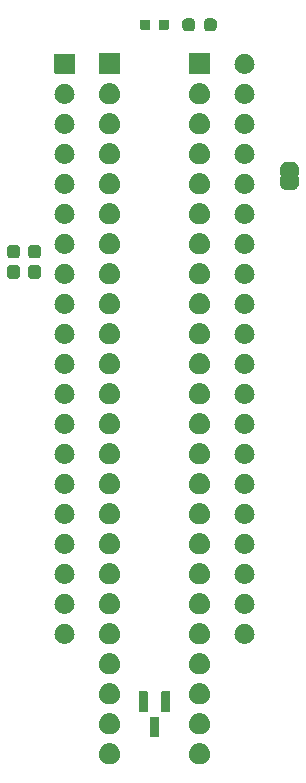
<source format=gbr>
G04 #@! TF.GenerationSoftware,KiCad,Pcbnew,7.0.11+dfsg-1build4*
G04 #@! TF.CreationDate,2024-11-01T17:38:31+09:00*
G04 #@! TF.ProjectId,bionic-mc6802,62696f6e-6963-42d6-9d63-363830322e6b,5*
G04 #@! TF.SameCoordinates,Original*
G04 #@! TF.FileFunction,Soldermask,Top*
G04 #@! TF.FilePolarity,Negative*
%FSLAX46Y46*%
G04 Gerber Fmt 4.6, Leading zero omitted, Abs format (unit mm)*
G04 Created by KiCad (PCBNEW 7.0.11+dfsg-1build4) date 2024-11-01 17:38:31*
%MOMM*%
%LPD*%
G01*
G04 APERTURE LIST*
G04 APERTURE END LIST*
G36*
X111203983Y-132603936D02*
G01*
X111254180Y-132603936D01*
X111297524Y-132613149D01*
X111335659Y-132616905D01*
X111383566Y-132631437D01*
X111438424Y-132643098D01*
X111473530Y-132658728D01*
X111504566Y-132668143D01*
X111553884Y-132694504D01*
X111610500Y-132719711D01*
X111636822Y-132738835D01*
X111660232Y-132751348D01*
X111707988Y-132790540D01*
X111762887Y-132830427D01*
X111780711Y-132850223D01*
X111796675Y-132863324D01*
X111839572Y-132915594D01*
X111888924Y-132970405D01*
X111899292Y-132988363D01*
X111908651Y-132999767D01*
X111943273Y-133064542D01*
X111983104Y-133133530D01*
X111987685Y-133147630D01*
X111991856Y-133155433D01*
X112014852Y-133231242D01*
X112041311Y-133312672D01*
X112042242Y-133321532D01*
X112043094Y-133324340D01*
X112051384Y-133408513D01*
X112061000Y-133500000D01*
X112051383Y-133591494D01*
X112043094Y-133675659D01*
X112042242Y-133678466D01*
X112041311Y-133687328D01*
X112014848Y-133768771D01*
X111991856Y-133844566D01*
X111987686Y-133852366D01*
X111983104Y-133866470D01*
X111943266Y-133935470D01*
X111908651Y-134000232D01*
X111899294Y-134011633D01*
X111888924Y-134029595D01*
X111839563Y-134084415D01*
X111796675Y-134136675D01*
X111780714Y-134149773D01*
X111762887Y-134169573D01*
X111707977Y-134209467D01*
X111660232Y-134248651D01*
X111636827Y-134261161D01*
X111610500Y-134280289D01*
X111553873Y-134305500D01*
X111504566Y-134331856D01*
X111473537Y-134341268D01*
X111438424Y-134356902D01*
X111383555Y-134368564D01*
X111335659Y-134383094D01*
X111297532Y-134386849D01*
X111254180Y-134396064D01*
X111203973Y-134396064D01*
X111160000Y-134400395D01*
X111116027Y-134396064D01*
X111065820Y-134396064D01*
X111022467Y-134386849D01*
X110984340Y-134383094D01*
X110936441Y-134368563D01*
X110881576Y-134356902D01*
X110846464Y-134341269D01*
X110815433Y-134331856D01*
X110766120Y-134305498D01*
X110709500Y-134280289D01*
X110683175Y-134261163D01*
X110659767Y-134248651D01*
X110612013Y-134209460D01*
X110557113Y-134169573D01*
X110539287Y-134149776D01*
X110523324Y-134136675D01*
X110480425Y-134084402D01*
X110431076Y-134029595D01*
X110420708Y-134011637D01*
X110411348Y-134000232D01*
X110376719Y-133935447D01*
X110336896Y-133866470D01*
X110332315Y-133852371D01*
X110328143Y-133844566D01*
X110305136Y-133768725D01*
X110278689Y-133687328D01*
X110277758Y-133678471D01*
X110276905Y-133675659D01*
X110268600Y-133591342D01*
X110259000Y-133500000D01*
X110268599Y-133408664D01*
X110276905Y-133324340D01*
X110277758Y-133321527D01*
X110278689Y-133312672D01*
X110305132Y-133231288D01*
X110328143Y-133155433D01*
X110332315Y-133147626D01*
X110336896Y-133133530D01*
X110376712Y-133064565D01*
X110411348Y-132999767D01*
X110420710Y-132988359D01*
X110431076Y-132970405D01*
X110480416Y-132915607D01*
X110523324Y-132863324D01*
X110539291Y-132850219D01*
X110557113Y-132830427D01*
X110612002Y-132790546D01*
X110659767Y-132751348D01*
X110683180Y-132738833D01*
X110709500Y-132719711D01*
X110766109Y-132694506D01*
X110815433Y-132668143D01*
X110846471Y-132658727D01*
X110881576Y-132643098D01*
X110936430Y-132631438D01*
X110984340Y-132616905D01*
X111022476Y-132613148D01*
X111065820Y-132603936D01*
X111116016Y-132603936D01*
X111160000Y-132599604D01*
X111203983Y-132603936D01*
G37*
G36*
X118823983Y-132603936D02*
G01*
X118874180Y-132603936D01*
X118917524Y-132613149D01*
X118955659Y-132616905D01*
X119003566Y-132631437D01*
X119058424Y-132643098D01*
X119093530Y-132658728D01*
X119124566Y-132668143D01*
X119173884Y-132694504D01*
X119230500Y-132719711D01*
X119256822Y-132738835D01*
X119280232Y-132751348D01*
X119327988Y-132790540D01*
X119382887Y-132830427D01*
X119400711Y-132850223D01*
X119416675Y-132863324D01*
X119459572Y-132915594D01*
X119508924Y-132970405D01*
X119519292Y-132988363D01*
X119528651Y-132999767D01*
X119563273Y-133064542D01*
X119603104Y-133133530D01*
X119607685Y-133147630D01*
X119611856Y-133155433D01*
X119634852Y-133231242D01*
X119661311Y-133312672D01*
X119662242Y-133321532D01*
X119663094Y-133324340D01*
X119671384Y-133408513D01*
X119681000Y-133500000D01*
X119671383Y-133591494D01*
X119663094Y-133675659D01*
X119662242Y-133678466D01*
X119661311Y-133687328D01*
X119634848Y-133768771D01*
X119611856Y-133844566D01*
X119607686Y-133852366D01*
X119603104Y-133866470D01*
X119563266Y-133935470D01*
X119528651Y-134000232D01*
X119519294Y-134011633D01*
X119508924Y-134029595D01*
X119459563Y-134084415D01*
X119416675Y-134136675D01*
X119400714Y-134149773D01*
X119382887Y-134169573D01*
X119327977Y-134209467D01*
X119280232Y-134248651D01*
X119256827Y-134261161D01*
X119230500Y-134280289D01*
X119173873Y-134305500D01*
X119124566Y-134331856D01*
X119093537Y-134341268D01*
X119058424Y-134356902D01*
X119003555Y-134368564D01*
X118955659Y-134383094D01*
X118917532Y-134386849D01*
X118874180Y-134396064D01*
X118823973Y-134396064D01*
X118780000Y-134400395D01*
X118736027Y-134396064D01*
X118685820Y-134396064D01*
X118642467Y-134386849D01*
X118604340Y-134383094D01*
X118556441Y-134368563D01*
X118501576Y-134356902D01*
X118466464Y-134341269D01*
X118435433Y-134331856D01*
X118386120Y-134305498D01*
X118329500Y-134280289D01*
X118303175Y-134261163D01*
X118279767Y-134248651D01*
X118232013Y-134209460D01*
X118177113Y-134169573D01*
X118159287Y-134149776D01*
X118143324Y-134136675D01*
X118100425Y-134084402D01*
X118051076Y-134029595D01*
X118040708Y-134011637D01*
X118031348Y-134000232D01*
X117996719Y-133935447D01*
X117956896Y-133866470D01*
X117952315Y-133852371D01*
X117948143Y-133844566D01*
X117925136Y-133768725D01*
X117898689Y-133687328D01*
X117897758Y-133678471D01*
X117896905Y-133675659D01*
X117888600Y-133591342D01*
X117879000Y-133500000D01*
X117888599Y-133408664D01*
X117896905Y-133324340D01*
X117897758Y-133321527D01*
X117898689Y-133312672D01*
X117925132Y-133231288D01*
X117948143Y-133155433D01*
X117952315Y-133147626D01*
X117956896Y-133133530D01*
X117996712Y-133064565D01*
X118031348Y-132999767D01*
X118040710Y-132988359D01*
X118051076Y-132970405D01*
X118100416Y-132915607D01*
X118143324Y-132863324D01*
X118159291Y-132850219D01*
X118177113Y-132830427D01*
X118232002Y-132790546D01*
X118279767Y-132751348D01*
X118303180Y-132738833D01*
X118329500Y-132719711D01*
X118386109Y-132694506D01*
X118435433Y-132668143D01*
X118466471Y-132658727D01*
X118501576Y-132643098D01*
X118556430Y-132631438D01*
X118604340Y-132616905D01*
X118642476Y-132613148D01*
X118685820Y-132603936D01*
X118736016Y-132603936D01*
X118780000Y-132599604D01*
X118823983Y-132603936D01*
G37*
G36*
X115319717Y-130354082D02*
G01*
X115336262Y-130365138D01*
X115347318Y-130381683D01*
X115351200Y-130401200D01*
X115351200Y-132026800D01*
X115347318Y-132046317D01*
X115336262Y-132062862D01*
X115319717Y-132073918D01*
X115300200Y-132077800D01*
X114639800Y-132077800D01*
X114620283Y-132073918D01*
X114603738Y-132062862D01*
X114592682Y-132046317D01*
X114588800Y-132026800D01*
X114588800Y-130401200D01*
X114592682Y-130381683D01*
X114603738Y-130365138D01*
X114620283Y-130354082D01*
X114639800Y-130350200D01*
X115300200Y-130350200D01*
X115319717Y-130354082D01*
G37*
G36*
X111203983Y-130063936D02*
G01*
X111254180Y-130063936D01*
X111297524Y-130073149D01*
X111335659Y-130076905D01*
X111383566Y-130091437D01*
X111438424Y-130103098D01*
X111473530Y-130118728D01*
X111504566Y-130128143D01*
X111553884Y-130154504D01*
X111610500Y-130179711D01*
X111636822Y-130198835D01*
X111660232Y-130211348D01*
X111707988Y-130250540D01*
X111762887Y-130290427D01*
X111780711Y-130310223D01*
X111796675Y-130323324D01*
X111839572Y-130375594D01*
X111888924Y-130430405D01*
X111899292Y-130448363D01*
X111908651Y-130459767D01*
X111943273Y-130524542D01*
X111983104Y-130593530D01*
X111987685Y-130607630D01*
X111991856Y-130615433D01*
X112014852Y-130691242D01*
X112041311Y-130772672D01*
X112042242Y-130781532D01*
X112043094Y-130784340D01*
X112051384Y-130868513D01*
X112061000Y-130960000D01*
X112051383Y-131051494D01*
X112043094Y-131135659D01*
X112042242Y-131138466D01*
X112041311Y-131147328D01*
X112014848Y-131228771D01*
X111991856Y-131304566D01*
X111987686Y-131312366D01*
X111983104Y-131326470D01*
X111943266Y-131395470D01*
X111908651Y-131460232D01*
X111899294Y-131471633D01*
X111888924Y-131489595D01*
X111839563Y-131544415D01*
X111796675Y-131596675D01*
X111780714Y-131609773D01*
X111762887Y-131629573D01*
X111707977Y-131669467D01*
X111660232Y-131708651D01*
X111636827Y-131721161D01*
X111610500Y-131740289D01*
X111553873Y-131765500D01*
X111504566Y-131791856D01*
X111473537Y-131801268D01*
X111438424Y-131816902D01*
X111383555Y-131828564D01*
X111335659Y-131843094D01*
X111297532Y-131846849D01*
X111254180Y-131856064D01*
X111203973Y-131856064D01*
X111160000Y-131860395D01*
X111116027Y-131856064D01*
X111065820Y-131856064D01*
X111022467Y-131846849D01*
X110984340Y-131843094D01*
X110936441Y-131828563D01*
X110881576Y-131816902D01*
X110846464Y-131801269D01*
X110815433Y-131791856D01*
X110766120Y-131765498D01*
X110709500Y-131740289D01*
X110683175Y-131721163D01*
X110659767Y-131708651D01*
X110612013Y-131669460D01*
X110557113Y-131629573D01*
X110539287Y-131609776D01*
X110523324Y-131596675D01*
X110480425Y-131544402D01*
X110431076Y-131489595D01*
X110420708Y-131471637D01*
X110411348Y-131460232D01*
X110376719Y-131395447D01*
X110336896Y-131326470D01*
X110332315Y-131312371D01*
X110328143Y-131304566D01*
X110305136Y-131228725D01*
X110278689Y-131147328D01*
X110277758Y-131138471D01*
X110276905Y-131135659D01*
X110268600Y-131051342D01*
X110259000Y-130960000D01*
X110268599Y-130868664D01*
X110276905Y-130784340D01*
X110277758Y-130781527D01*
X110278689Y-130772672D01*
X110305132Y-130691288D01*
X110328143Y-130615433D01*
X110332315Y-130607626D01*
X110336896Y-130593530D01*
X110376712Y-130524565D01*
X110411348Y-130459767D01*
X110420710Y-130448359D01*
X110431076Y-130430405D01*
X110480416Y-130375607D01*
X110523324Y-130323324D01*
X110539291Y-130310219D01*
X110557113Y-130290427D01*
X110612002Y-130250546D01*
X110659767Y-130211348D01*
X110683180Y-130198833D01*
X110709500Y-130179711D01*
X110766109Y-130154506D01*
X110815433Y-130128143D01*
X110846471Y-130118727D01*
X110881576Y-130103098D01*
X110936430Y-130091438D01*
X110984340Y-130076905D01*
X111022476Y-130073148D01*
X111065820Y-130063936D01*
X111116016Y-130063936D01*
X111160000Y-130059604D01*
X111203983Y-130063936D01*
G37*
G36*
X118823983Y-130063936D02*
G01*
X118874180Y-130063936D01*
X118917524Y-130073149D01*
X118955659Y-130076905D01*
X119003566Y-130091437D01*
X119058424Y-130103098D01*
X119093530Y-130118728D01*
X119124566Y-130128143D01*
X119173884Y-130154504D01*
X119230500Y-130179711D01*
X119256822Y-130198835D01*
X119280232Y-130211348D01*
X119327988Y-130250540D01*
X119382887Y-130290427D01*
X119400711Y-130310223D01*
X119416675Y-130323324D01*
X119459572Y-130375594D01*
X119508924Y-130430405D01*
X119519292Y-130448363D01*
X119528651Y-130459767D01*
X119563273Y-130524542D01*
X119603104Y-130593530D01*
X119607685Y-130607630D01*
X119611856Y-130615433D01*
X119634852Y-130691242D01*
X119661311Y-130772672D01*
X119662242Y-130781532D01*
X119663094Y-130784340D01*
X119671384Y-130868513D01*
X119681000Y-130960000D01*
X119671383Y-131051494D01*
X119663094Y-131135659D01*
X119662242Y-131138466D01*
X119661311Y-131147328D01*
X119634848Y-131228771D01*
X119611856Y-131304566D01*
X119607686Y-131312366D01*
X119603104Y-131326470D01*
X119563266Y-131395470D01*
X119528651Y-131460232D01*
X119519294Y-131471633D01*
X119508924Y-131489595D01*
X119459563Y-131544415D01*
X119416675Y-131596675D01*
X119400714Y-131609773D01*
X119382887Y-131629573D01*
X119327977Y-131669467D01*
X119280232Y-131708651D01*
X119256827Y-131721161D01*
X119230500Y-131740289D01*
X119173873Y-131765500D01*
X119124566Y-131791856D01*
X119093537Y-131801268D01*
X119058424Y-131816902D01*
X119003555Y-131828564D01*
X118955659Y-131843094D01*
X118917532Y-131846849D01*
X118874180Y-131856064D01*
X118823973Y-131856064D01*
X118780000Y-131860395D01*
X118736027Y-131856064D01*
X118685820Y-131856064D01*
X118642467Y-131846849D01*
X118604340Y-131843094D01*
X118556441Y-131828563D01*
X118501576Y-131816902D01*
X118466464Y-131801269D01*
X118435433Y-131791856D01*
X118386120Y-131765498D01*
X118329500Y-131740289D01*
X118303175Y-131721163D01*
X118279767Y-131708651D01*
X118232013Y-131669460D01*
X118177113Y-131629573D01*
X118159287Y-131609776D01*
X118143324Y-131596675D01*
X118100425Y-131544402D01*
X118051076Y-131489595D01*
X118040708Y-131471637D01*
X118031348Y-131460232D01*
X117996719Y-131395447D01*
X117956896Y-131326470D01*
X117952315Y-131312371D01*
X117948143Y-131304566D01*
X117925136Y-131228725D01*
X117898689Y-131147328D01*
X117897758Y-131138471D01*
X117896905Y-131135659D01*
X117888600Y-131051342D01*
X117879000Y-130960000D01*
X117888599Y-130868664D01*
X117896905Y-130784340D01*
X117897758Y-130781527D01*
X117898689Y-130772672D01*
X117925132Y-130691288D01*
X117948143Y-130615433D01*
X117952315Y-130607626D01*
X117956896Y-130593530D01*
X117996712Y-130524565D01*
X118031348Y-130459767D01*
X118040710Y-130448359D01*
X118051076Y-130430405D01*
X118100416Y-130375607D01*
X118143324Y-130323324D01*
X118159291Y-130310219D01*
X118177113Y-130290427D01*
X118232002Y-130250546D01*
X118279767Y-130211348D01*
X118303180Y-130198833D01*
X118329500Y-130179711D01*
X118386109Y-130154506D01*
X118435433Y-130128143D01*
X118466471Y-130118727D01*
X118501576Y-130103098D01*
X118556430Y-130091438D01*
X118604340Y-130076905D01*
X118642476Y-130073148D01*
X118685820Y-130063936D01*
X118736016Y-130063936D01*
X118780000Y-130059604D01*
X118823983Y-130063936D01*
G37*
G36*
X114369716Y-128222082D02*
G01*
X114386261Y-128233138D01*
X114397317Y-128249683D01*
X114401199Y-128269200D01*
X114401199Y-129894800D01*
X114397317Y-129914317D01*
X114386261Y-129930862D01*
X114369716Y-129941918D01*
X114350199Y-129945800D01*
X113689799Y-129945800D01*
X113670282Y-129941918D01*
X113653737Y-129930862D01*
X113642681Y-129914317D01*
X113638799Y-129894800D01*
X113638799Y-128269200D01*
X113642681Y-128249683D01*
X113653737Y-128233138D01*
X113670282Y-128222082D01*
X113689799Y-128218200D01*
X114350199Y-128218200D01*
X114369716Y-128222082D01*
G37*
G36*
X116269718Y-128222082D02*
G01*
X116286263Y-128233138D01*
X116297319Y-128249683D01*
X116301201Y-128269200D01*
X116301201Y-129894800D01*
X116297319Y-129914317D01*
X116286263Y-129930862D01*
X116269718Y-129941918D01*
X116250201Y-129945800D01*
X115589801Y-129945800D01*
X115570284Y-129941918D01*
X115553739Y-129930862D01*
X115542683Y-129914317D01*
X115538801Y-129894800D01*
X115538801Y-128269200D01*
X115542683Y-128249683D01*
X115553739Y-128233138D01*
X115570284Y-128222082D01*
X115589801Y-128218200D01*
X116250201Y-128218200D01*
X116269718Y-128222082D01*
G37*
G36*
X111203983Y-127523936D02*
G01*
X111254180Y-127523936D01*
X111297524Y-127533149D01*
X111335659Y-127536905D01*
X111383566Y-127551437D01*
X111438424Y-127563098D01*
X111473530Y-127578728D01*
X111504566Y-127588143D01*
X111553884Y-127614504D01*
X111610500Y-127639711D01*
X111636822Y-127658835D01*
X111660232Y-127671348D01*
X111707988Y-127710540D01*
X111762887Y-127750427D01*
X111780711Y-127770223D01*
X111796675Y-127783324D01*
X111839572Y-127835594D01*
X111888924Y-127890405D01*
X111899292Y-127908363D01*
X111908651Y-127919767D01*
X111943273Y-127984542D01*
X111983104Y-128053530D01*
X111987685Y-128067630D01*
X111991856Y-128075433D01*
X112014852Y-128151242D01*
X112041311Y-128232672D01*
X112042242Y-128241532D01*
X112043094Y-128244340D01*
X112051384Y-128328513D01*
X112061000Y-128420000D01*
X112051383Y-128511494D01*
X112043094Y-128595659D01*
X112042242Y-128598466D01*
X112041311Y-128607328D01*
X112014848Y-128688771D01*
X111991856Y-128764566D01*
X111987686Y-128772366D01*
X111983104Y-128786470D01*
X111943266Y-128855470D01*
X111908651Y-128920232D01*
X111899294Y-128931633D01*
X111888924Y-128949595D01*
X111839563Y-129004415D01*
X111796675Y-129056675D01*
X111780714Y-129069773D01*
X111762887Y-129089573D01*
X111707977Y-129129467D01*
X111660232Y-129168651D01*
X111636827Y-129181161D01*
X111610500Y-129200289D01*
X111553873Y-129225500D01*
X111504566Y-129251856D01*
X111473537Y-129261268D01*
X111438424Y-129276902D01*
X111383555Y-129288564D01*
X111335659Y-129303094D01*
X111297532Y-129306849D01*
X111254180Y-129316064D01*
X111203973Y-129316064D01*
X111160000Y-129320395D01*
X111116027Y-129316064D01*
X111065820Y-129316064D01*
X111022467Y-129306849D01*
X110984340Y-129303094D01*
X110936441Y-129288563D01*
X110881576Y-129276902D01*
X110846464Y-129261269D01*
X110815433Y-129251856D01*
X110766120Y-129225498D01*
X110709500Y-129200289D01*
X110683175Y-129181163D01*
X110659767Y-129168651D01*
X110612013Y-129129460D01*
X110557113Y-129089573D01*
X110539287Y-129069776D01*
X110523324Y-129056675D01*
X110480425Y-129004402D01*
X110431076Y-128949595D01*
X110420708Y-128931637D01*
X110411348Y-128920232D01*
X110376719Y-128855447D01*
X110336896Y-128786470D01*
X110332315Y-128772371D01*
X110328143Y-128764566D01*
X110305136Y-128688725D01*
X110278689Y-128607328D01*
X110277758Y-128598471D01*
X110276905Y-128595659D01*
X110268600Y-128511342D01*
X110259000Y-128420000D01*
X110268599Y-128328664D01*
X110276905Y-128244340D01*
X110277758Y-128241527D01*
X110278689Y-128232672D01*
X110305132Y-128151288D01*
X110328143Y-128075433D01*
X110332315Y-128067626D01*
X110336896Y-128053530D01*
X110376712Y-127984565D01*
X110411348Y-127919767D01*
X110420710Y-127908359D01*
X110431076Y-127890405D01*
X110480416Y-127835607D01*
X110523324Y-127783324D01*
X110539291Y-127770219D01*
X110557113Y-127750427D01*
X110612002Y-127710546D01*
X110659767Y-127671348D01*
X110683180Y-127658833D01*
X110709500Y-127639711D01*
X110766109Y-127614506D01*
X110815433Y-127588143D01*
X110846471Y-127578727D01*
X110881576Y-127563098D01*
X110936430Y-127551438D01*
X110984340Y-127536905D01*
X111022476Y-127533148D01*
X111065820Y-127523936D01*
X111116016Y-127523936D01*
X111160000Y-127519604D01*
X111203983Y-127523936D01*
G37*
G36*
X118823983Y-127523936D02*
G01*
X118874180Y-127523936D01*
X118917524Y-127533149D01*
X118955659Y-127536905D01*
X119003566Y-127551437D01*
X119058424Y-127563098D01*
X119093530Y-127578728D01*
X119124566Y-127588143D01*
X119173884Y-127614504D01*
X119230500Y-127639711D01*
X119256822Y-127658835D01*
X119280232Y-127671348D01*
X119327988Y-127710540D01*
X119382887Y-127750427D01*
X119400711Y-127770223D01*
X119416675Y-127783324D01*
X119459572Y-127835594D01*
X119508924Y-127890405D01*
X119519292Y-127908363D01*
X119528651Y-127919767D01*
X119563273Y-127984542D01*
X119603104Y-128053530D01*
X119607685Y-128067630D01*
X119611856Y-128075433D01*
X119634852Y-128151242D01*
X119661311Y-128232672D01*
X119662242Y-128241532D01*
X119663094Y-128244340D01*
X119671384Y-128328513D01*
X119681000Y-128420000D01*
X119671383Y-128511494D01*
X119663094Y-128595659D01*
X119662242Y-128598466D01*
X119661311Y-128607328D01*
X119634848Y-128688771D01*
X119611856Y-128764566D01*
X119607686Y-128772366D01*
X119603104Y-128786470D01*
X119563266Y-128855470D01*
X119528651Y-128920232D01*
X119519294Y-128931633D01*
X119508924Y-128949595D01*
X119459563Y-129004415D01*
X119416675Y-129056675D01*
X119400714Y-129069773D01*
X119382887Y-129089573D01*
X119327977Y-129129467D01*
X119280232Y-129168651D01*
X119256827Y-129181161D01*
X119230500Y-129200289D01*
X119173873Y-129225500D01*
X119124566Y-129251856D01*
X119093537Y-129261268D01*
X119058424Y-129276902D01*
X119003555Y-129288564D01*
X118955659Y-129303094D01*
X118917532Y-129306849D01*
X118874180Y-129316064D01*
X118823973Y-129316064D01*
X118780000Y-129320395D01*
X118736027Y-129316064D01*
X118685820Y-129316064D01*
X118642467Y-129306849D01*
X118604340Y-129303094D01*
X118556441Y-129288563D01*
X118501576Y-129276902D01*
X118466464Y-129261269D01*
X118435433Y-129251856D01*
X118386120Y-129225498D01*
X118329500Y-129200289D01*
X118303175Y-129181163D01*
X118279767Y-129168651D01*
X118232013Y-129129460D01*
X118177113Y-129089573D01*
X118159287Y-129069776D01*
X118143324Y-129056675D01*
X118100425Y-129004402D01*
X118051076Y-128949595D01*
X118040708Y-128931637D01*
X118031348Y-128920232D01*
X117996719Y-128855447D01*
X117956896Y-128786470D01*
X117952315Y-128772371D01*
X117948143Y-128764566D01*
X117925136Y-128688725D01*
X117898689Y-128607328D01*
X117897758Y-128598471D01*
X117896905Y-128595659D01*
X117888600Y-128511342D01*
X117879000Y-128420000D01*
X117888599Y-128328664D01*
X117896905Y-128244340D01*
X117897758Y-128241527D01*
X117898689Y-128232672D01*
X117925132Y-128151288D01*
X117948143Y-128075433D01*
X117952315Y-128067626D01*
X117956896Y-128053530D01*
X117996712Y-127984565D01*
X118031348Y-127919767D01*
X118040710Y-127908359D01*
X118051076Y-127890405D01*
X118100416Y-127835607D01*
X118143324Y-127783324D01*
X118159291Y-127770219D01*
X118177113Y-127750427D01*
X118232002Y-127710546D01*
X118279767Y-127671348D01*
X118303180Y-127658833D01*
X118329500Y-127639711D01*
X118386109Y-127614506D01*
X118435433Y-127588143D01*
X118466471Y-127578727D01*
X118501576Y-127563098D01*
X118556430Y-127551438D01*
X118604340Y-127536905D01*
X118642476Y-127533148D01*
X118685820Y-127523936D01*
X118736016Y-127523936D01*
X118780000Y-127519604D01*
X118823983Y-127523936D01*
G37*
G36*
X111203983Y-124983936D02*
G01*
X111254180Y-124983936D01*
X111297524Y-124993149D01*
X111335659Y-124996905D01*
X111383566Y-125011437D01*
X111438424Y-125023098D01*
X111473530Y-125038728D01*
X111504566Y-125048143D01*
X111553884Y-125074504D01*
X111610500Y-125099711D01*
X111636822Y-125118835D01*
X111660232Y-125131348D01*
X111707988Y-125170540D01*
X111762887Y-125210427D01*
X111780711Y-125230223D01*
X111796675Y-125243324D01*
X111839572Y-125295594D01*
X111888924Y-125350405D01*
X111899292Y-125368363D01*
X111908651Y-125379767D01*
X111943273Y-125444542D01*
X111983104Y-125513530D01*
X111987685Y-125527630D01*
X111991856Y-125535433D01*
X112014852Y-125611242D01*
X112041311Y-125692672D01*
X112042242Y-125701532D01*
X112043094Y-125704340D01*
X112051384Y-125788513D01*
X112061000Y-125880000D01*
X112051383Y-125971494D01*
X112043094Y-126055659D01*
X112042242Y-126058466D01*
X112041311Y-126067328D01*
X112014848Y-126148771D01*
X111991856Y-126224566D01*
X111987686Y-126232366D01*
X111983104Y-126246470D01*
X111943266Y-126315470D01*
X111908651Y-126380232D01*
X111899294Y-126391633D01*
X111888924Y-126409595D01*
X111839563Y-126464415D01*
X111796675Y-126516675D01*
X111780714Y-126529773D01*
X111762887Y-126549573D01*
X111707977Y-126589467D01*
X111660232Y-126628651D01*
X111636827Y-126641161D01*
X111610500Y-126660289D01*
X111553873Y-126685500D01*
X111504566Y-126711856D01*
X111473537Y-126721268D01*
X111438424Y-126736902D01*
X111383555Y-126748564D01*
X111335659Y-126763094D01*
X111297532Y-126766849D01*
X111254180Y-126776064D01*
X111203973Y-126776064D01*
X111160000Y-126780395D01*
X111116027Y-126776064D01*
X111065820Y-126776064D01*
X111022467Y-126766849D01*
X110984340Y-126763094D01*
X110936441Y-126748563D01*
X110881576Y-126736902D01*
X110846464Y-126721269D01*
X110815433Y-126711856D01*
X110766120Y-126685498D01*
X110709500Y-126660289D01*
X110683175Y-126641163D01*
X110659767Y-126628651D01*
X110612013Y-126589460D01*
X110557113Y-126549573D01*
X110539287Y-126529776D01*
X110523324Y-126516675D01*
X110480425Y-126464402D01*
X110431076Y-126409595D01*
X110420708Y-126391637D01*
X110411348Y-126380232D01*
X110376719Y-126315447D01*
X110336896Y-126246470D01*
X110332315Y-126232371D01*
X110328143Y-126224566D01*
X110305136Y-126148725D01*
X110278689Y-126067328D01*
X110277758Y-126058471D01*
X110276905Y-126055659D01*
X110268600Y-125971342D01*
X110259000Y-125880000D01*
X110268599Y-125788664D01*
X110276905Y-125704340D01*
X110277758Y-125701527D01*
X110278689Y-125692672D01*
X110305132Y-125611288D01*
X110328143Y-125535433D01*
X110332315Y-125527626D01*
X110336896Y-125513530D01*
X110376712Y-125444565D01*
X110411348Y-125379767D01*
X110420710Y-125368359D01*
X110431076Y-125350405D01*
X110480416Y-125295607D01*
X110523324Y-125243324D01*
X110539291Y-125230219D01*
X110557113Y-125210427D01*
X110612002Y-125170546D01*
X110659767Y-125131348D01*
X110683180Y-125118833D01*
X110709500Y-125099711D01*
X110766109Y-125074506D01*
X110815433Y-125048143D01*
X110846471Y-125038727D01*
X110881576Y-125023098D01*
X110936430Y-125011438D01*
X110984340Y-124996905D01*
X111022476Y-124993148D01*
X111065820Y-124983936D01*
X111116016Y-124983936D01*
X111160000Y-124979604D01*
X111203983Y-124983936D01*
G37*
G36*
X118823983Y-124983936D02*
G01*
X118874180Y-124983936D01*
X118917524Y-124993149D01*
X118955659Y-124996905D01*
X119003566Y-125011437D01*
X119058424Y-125023098D01*
X119093530Y-125038728D01*
X119124566Y-125048143D01*
X119173884Y-125074504D01*
X119230500Y-125099711D01*
X119256822Y-125118835D01*
X119280232Y-125131348D01*
X119327988Y-125170540D01*
X119382887Y-125210427D01*
X119400711Y-125230223D01*
X119416675Y-125243324D01*
X119459572Y-125295594D01*
X119508924Y-125350405D01*
X119519292Y-125368363D01*
X119528651Y-125379767D01*
X119563273Y-125444542D01*
X119603104Y-125513530D01*
X119607685Y-125527630D01*
X119611856Y-125535433D01*
X119634852Y-125611242D01*
X119661311Y-125692672D01*
X119662242Y-125701532D01*
X119663094Y-125704340D01*
X119671384Y-125788513D01*
X119681000Y-125880000D01*
X119671383Y-125971494D01*
X119663094Y-126055659D01*
X119662242Y-126058466D01*
X119661311Y-126067328D01*
X119634848Y-126148771D01*
X119611856Y-126224566D01*
X119607686Y-126232366D01*
X119603104Y-126246470D01*
X119563266Y-126315470D01*
X119528651Y-126380232D01*
X119519294Y-126391633D01*
X119508924Y-126409595D01*
X119459563Y-126464415D01*
X119416675Y-126516675D01*
X119400714Y-126529773D01*
X119382887Y-126549573D01*
X119327977Y-126589467D01*
X119280232Y-126628651D01*
X119256827Y-126641161D01*
X119230500Y-126660289D01*
X119173873Y-126685500D01*
X119124566Y-126711856D01*
X119093537Y-126721268D01*
X119058424Y-126736902D01*
X119003555Y-126748564D01*
X118955659Y-126763094D01*
X118917532Y-126766849D01*
X118874180Y-126776064D01*
X118823973Y-126776064D01*
X118780000Y-126780395D01*
X118736027Y-126776064D01*
X118685820Y-126776064D01*
X118642467Y-126766849D01*
X118604340Y-126763094D01*
X118556441Y-126748563D01*
X118501576Y-126736902D01*
X118466464Y-126721269D01*
X118435433Y-126711856D01*
X118386120Y-126685498D01*
X118329500Y-126660289D01*
X118303175Y-126641163D01*
X118279767Y-126628651D01*
X118232013Y-126589460D01*
X118177113Y-126549573D01*
X118159287Y-126529776D01*
X118143324Y-126516675D01*
X118100425Y-126464402D01*
X118051076Y-126409595D01*
X118040708Y-126391637D01*
X118031348Y-126380232D01*
X117996719Y-126315447D01*
X117956896Y-126246470D01*
X117952315Y-126232371D01*
X117948143Y-126224566D01*
X117925136Y-126148725D01*
X117898689Y-126067328D01*
X117897758Y-126058471D01*
X117896905Y-126055659D01*
X117888600Y-125971342D01*
X117879000Y-125880000D01*
X117888599Y-125788664D01*
X117896905Y-125704340D01*
X117897758Y-125701527D01*
X117898689Y-125692672D01*
X117925132Y-125611288D01*
X117948143Y-125535433D01*
X117952315Y-125527626D01*
X117956896Y-125513530D01*
X117996712Y-125444565D01*
X118031348Y-125379767D01*
X118040710Y-125368359D01*
X118051076Y-125350405D01*
X118100416Y-125295607D01*
X118143324Y-125243324D01*
X118159291Y-125230219D01*
X118177113Y-125210427D01*
X118232002Y-125170546D01*
X118279767Y-125131348D01*
X118303180Y-125118833D01*
X118329500Y-125099711D01*
X118386109Y-125074506D01*
X118435433Y-125048143D01*
X118466471Y-125038727D01*
X118501576Y-125023098D01*
X118556430Y-125011438D01*
X118604340Y-124996905D01*
X118642476Y-124993148D01*
X118685820Y-124983936D01*
X118736016Y-124983936D01*
X118780000Y-124979604D01*
X118823983Y-124983936D01*
G37*
G36*
X111203983Y-122443936D02*
G01*
X111254180Y-122443936D01*
X111297524Y-122453149D01*
X111335659Y-122456905D01*
X111383566Y-122471437D01*
X111438424Y-122483098D01*
X111473530Y-122498728D01*
X111504566Y-122508143D01*
X111553884Y-122534504D01*
X111610500Y-122559711D01*
X111636822Y-122578835D01*
X111660232Y-122591348D01*
X111707988Y-122630540D01*
X111762887Y-122670427D01*
X111780711Y-122690223D01*
X111796675Y-122703324D01*
X111839572Y-122755594D01*
X111888924Y-122810405D01*
X111899292Y-122828363D01*
X111908651Y-122839767D01*
X111943273Y-122904542D01*
X111983104Y-122973530D01*
X111987685Y-122987630D01*
X111991856Y-122995433D01*
X112014852Y-123071242D01*
X112041311Y-123152672D01*
X112042242Y-123161532D01*
X112043094Y-123164340D01*
X112051384Y-123248513D01*
X112061000Y-123340000D01*
X112051383Y-123431494D01*
X112043094Y-123515659D01*
X112042242Y-123518466D01*
X112041311Y-123527328D01*
X112014848Y-123608771D01*
X111991856Y-123684566D01*
X111987686Y-123692366D01*
X111983104Y-123706470D01*
X111943266Y-123775470D01*
X111908651Y-123840232D01*
X111899294Y-123851633D01*
X111888924Y-123869595D01*
X111839563Y-123924415D01*
X111796675Y-123976675D01*
X111780714Y-123989773D01*
X111762887Y-124009573D01*
X111707977Y-124049467D01*
X111660232Y-124088651D01*
X111636827Y-124101161D01*
X111610500Y-124120289D01*
X111553873Y-124145500D01*
X111504566Y-124171856D01*
X111473537Y-124181268D01*
X111438424Y-124196902D01*
X111383555Y-124208564D01*
X111335659Y-124223094D01*
X111297532Y-124226849D01*
X111254180Y-124236064D01*
X111203973Y-124236064D01*
X111160000Y-124240395D01*
X111116027Y-124236064D01*
X111065820Y-124236064D01*
X111022467Y-124226849D01*
X110984340Y-124223094D01*
X110936441Y-124208563D01*
X110881576Y-124196902D01*
X110846464Y-124181269D01*
X110815433Y-124171856D01*
X110766120Y-124145498D01*
X110709500Y-124120289D01*
X110683175Y-124101163D01*
X110659767Y-124088651D01*
X110612013Y-124049460D01*
X110557113Y-124009573D01*
X110539287Y-123989776D01*
X110523324Y-123976675D01*
X110480425Y-123924402D01*
X110431076Y-123869595D01*
X110420708Y-123851637D01*
X110411348Y-123840232D01*
X110376719Y-123775447D01*
X110336896Y-123706470D01*
X110332315Y-123692371D01*
X110328143Y-123684566D01*
X110305136Y-123608725D01*
X110278689Y-123527328D01*
X110277758Y-123518471D01*
X110276905Y-123515659D01*
X110268600Y-123431342D01*
X110259000Y-123340000D01*
X110268599Y-123248664D01*
X110276905Y-123164340D01*
X110277758Y-123161527D01*
X110278689Y-123152672D01*
X110305132Y-123071288D01*
X110328143Y-122995433D01*
X110332315Y-122987626D01*
X110336896Y-122973530D01*
X110376712Y-122904565D01*
X110411348Y-122839767D01*
X110420710Y-122828359D01*
X110431076Y-122810405D01*
X110480416Y-122755607D01*
X110523324Y-122703324D01*
X110539291Y-122690219D01*
X110557113Y-122670427D01*
X110612002Y-122630546D01*
X110659767Y-122591348D01*
X110683180Y-122578833D01*
X110709500Y-122559711D01*
X110766109Y-122534506D01*
X110815433Y-122508143D01*
X110846471Y-122498727D01*
X110881576Y-122483098D01*
X110936430Y-122471438D01*
X110984340Y-122456905D01*
X111022476Y-122453148D01*
X111065820Y-122443936D01*
X111116016Y-122443936D01*
X111160000Y-122439604D01*
X111203983Y-122443936D01*
G37*
G36*
X118823983Y-122443936D02*
G01*
X118874180Y-122443936D01*
X118917524Y-122453149D01*
X118955659Y-122456905D01*
X119003566Y-122471437D01*
X119058424Y-122483098D01*
X119093530Y-122498728D01*
X119124566Y-122508143D01*
X119173884Y-122534504D01*
X119230500Y-122559711D01*
X119256822Y-122578835D01*
X119280232Y-122591348D01*
X119327988Y-122630540D01*
X119382887Y-122670427D01*
X119400711Y-122690223D01*
X119416675Y-122703324D01*
X119459572Y-122755594D01*
X119508924Y-122810405D01*
X119519292Y-122828363D01*
X119528651Y-122839767D01*
X119563273Y-122904542D01*
X119603104Y-122973530D01*
X119607685Y-122987630D01*
X119611856Y-122995433D01*
X119634852Y-123071242D01*
X119661311Y-123152672D01*
X119662242Y-123161532D01*
X119663094Y-123164340D01*
X119671384Y-123248513D01*
X119681000Y-123340000D01*
X119671383Y-123431494D01*
X119663094Y-123515659D01*
X119662242Y-123518466D01*
X119661311Y-123527328D01*
X119634848Y-123608771D01*
X119611856Y-123684566D01*
X119607686Y-123692366D01*
X119603104Y-123706470D01*
X119563266Y-123775470D01*
X119528651Y-123840232D01*
X119519294Y-123851633D01*
X119508924Y-123869595D01*
X119459563Y-123924415D01*
X119416675Y-123976675D01*
X119400714Y-123989773D01*
X119382887Y-124009573D01*
X119327977Y-124049467D01*
X119280232Y-124088651D01*
X119256827Y-124101161D01*
X119230500Y-124120289D01*
X119173873Y-124145500D01*
X119124566Y-124171856D01*
X119093537Y-124181268D01*
X119058424Y-124196902D01*
X119003555Y-124208564D01*
X118955659Y-124223094D01*
X118917532Y-124226849D01*
X118874180Y-124236064D01*
X118823973Y-124236064D01*
X118780000Y-124240395D01*
X118736027Y-124236064D01*
X118685820Y-124236064D01*
X118642467Y-124226849D01*
X118604340Y-124223094D01*
X118556441Y-124208563D01*
X118501576Y-124196902D01*
X118466464Y-124181269D01*
X118435433Y-124171856D01*
X118386120Y-124145498D01*
X118329500Y-124120289D01*
X118303175Y-124101163D01*
X118279767Y-124088651D01*
X118232013Y-124049460D01*
X118177113Y-124009573D01*
X118159287Y-123989776D01*
X118143324Y-123976675D01*
X118100425Y-123924402D01*
X118051076Y-123869595D01*
X118040708Y-123851637D01*
X118031348Y-123840232D01*
X117996719Y-123775447D01*
X117956896Y-123706470D01*
X117952315Y-123692371D01*
X117948143Y-123684566D01*
X117925136Y-123608725D01*
X117898689Y-123527328D01*
X117897758Y-123518471D01*
X117896905Y-123515659D01*
X117888600Y-123431342D01*
X117879000Y-123340000D01*
X117888599Y-123248664D01*
X117896905Y-123164340D01*
X117897758Y-123161527D01*
X117898689Y-123152672D01*
X117925132Y-123071288D01*
X117948143Y-122995433D01*
X117952315Y-122987626D01*
X117956896Y-122973530D01*
X117996712Y-122904565D01*
X118031348Y-122839767D01*
X118040710Y-122828359D01*
X118051076Y-122810405D01*
X118100416Y-122755607D01*
X118143324Y-122703324D01*
X118159291Y-122690219D01*
X118177113Y-122670427D01*
X118232002Y-122630546D01*
X118279767Y-122591348D01*
X118303180Y-122578833D01*
X118329500Y-122559711D01*
X118386109Y-122534506D01*
X118435433Y-122508143D01*
X118466471Y-122498727D01*
X118501576Y-122483098D01*
X118556430Y-122471438D01*
X118604340Y-122456905D01*
X118642476Y-122453148D01*
X118685820Y-122443936D01*
X118736016Y-122443936D01*
X118780000Y-122439604D01*
X118823983Y-122443936D01*
G37*
G36*
X107391199Y-122493662D02*
G01*
X107438954Y-122493662D01*
X107480194Y-122502427D01*
X107515901Y-122505945D01*
X107560759Y-122519552D01*
X107612973Y-122530651D01*
X107646384Y-122545526D01*
X107675435Y-122554339D01*
X107721602Y-122579015D01*
X107775500Y-122603012D01*
X107800554Y-122621215D01*
X107822453Y-122632920D01*
X107867128Y-122669584D01*
X107919430Y-122707584D01*
X107936411Y-122726443D01*
X107951320Y-122738679D01*
X107991387Y-122787501D01*
X108038473Y-122839795D01*
X108048364Y-122856927D01*
X108057079Y-122867546D01*
X108089306Y-122927840D01*
X108127427Y-122993867D01*
X108131813Y-123007368D01*
X108135660Y-123014564D01*
X108156861Y-123084455D01*
X108182404Y-123163067D01*
X108183303Y-123171623D01*
X108184054Y-123174098D01*
X108191371Y-123248389D01*
X108201000Y-123340000D01*
X108191370Y-123431619D01*
X108184054Y-123505901D01*
X108183303Y-123508375D01*
X108182404Y-123516933D01*
X108156856Y-123595558D01*
X108135660Y-123665435D01*
X108131814Y-123672629D01*
X108127427Y-123686133D01*
X108089299Y-123752172D01*
X108057079Y-123812453D01*
X108048366Y-123823069D01*
X108038473Y-123840205D01*
X107991378Y-123892509D01*
X107951320Y-123941320D01*
X107936414Y-123953552D01*
X107919430Y-123972416D01*
X107867118Y-124010423D01*
X107822453Y-124047079D01*
X107800559Y-124058780D01*
X107775500Y-124076988D01*
X107721591Y-124100989D01*
X107675435Y-124125660D01*
X107646391Y-124134470D01*
X107612973Y-124149349D01*
X107560748Y-124160449D01*
X107515901Y-124174054D01*
X107480203Y-124177570D01*
X107438954Y-124186338D01*
X107391188Y-124186338D01*
X107350000Y-124190395D01*
X107308811Y-124186338D01*
X107261046Y-124186338D01*
X107219797Y-124177570D01*
X107184098Y-124174054D01*
X107139248Y-124160448D01*
X107087027Y-124149349D01*
X107053610Y-124134471D01*
X107024564Y-124125660D01*
X106978402Y-124100986D01*
X106924500Y-124076988D01*
X106899443Y-124058783D01*
X106877546Y-124047079D01*
X106832873Y-124010416D01*
X106780570Y-123972416D01*
X106763588Y-123953555D01*
X106748679Y-123941320D01*
X106708610Y-123892496D01*
X106661527Y-123840205D01*
X106651636Y-123823073D01*
X106642920Y-123812453D01*
X106610687Y-123752148D01*
X106572573Y-123686133D01*
X106568186Y-123672634D01*
X106564339Y-123665435D01*
X106543128Y-123595512D01*
X106517596Y-123516933D01*
X106516697Y-123508380D01*
X106515945Y-123505901D01*
X106508613Y-123431467D01*
X106499000Y-123340000D01*
X106508612Y-123248540D01*
X106515945Y-123174098D01*
X106516697Y-123171618D01*
X106517596Y-123163067D01*
X106543123Y-123084502D01*
X106564339Y-123014564D01*
X106568187Y-123007363D01*
X106572573Y-122993867D01*
X106610680Y-122927863D01*
X106642920Y-122867546D01*
X106651638Y-122856923D01*
X106661527Y-122839795D01*
X106708601Y-122787513D01*
X106748679Y-122738679D01*
X106763591Y-122726440D01*
X106780570Y-122707584D01*
X106832862Y-122669591D01*
X106877546Y-122632920D01*
X106899448Y-122621213D01*
X106924500Y-122603012D01*
X106978391Y-122579018D01*
X107024564Y-122554339D01*
X107053617Y-122545525D01*
X107087027Y-122530651D01*
X107139237Y-122519553D01*
X107184098Y-122505945D01*
X107219806Y-122502427D01*
X107261046Y-122493662D01*
X107308801Y-122493662D01*
X107350000Y-122489604D01*
X107391199Y-122493662D01*
G37*
G36*
X122631199Y-122493662D02*
G01*
X122678954Y-122493662D01*
X122720194Y-122502427D01*
X122755901Y-122505945D01*
X122800759Y-122519552D01*
X122852973Y-122530651D01*
X122886384Y-122545526D01*
X122915435Y-122554339D01*
X122961602Y-122579015D01*
X123015500Y-122603012D01*
X123040554Y-122621215D01*
X123062453Y-122632920D01*
X123107128Y-122669584D01*
X123159430Y-122707584D01*
X123176411Y-122726443D01*
X123191320Y-122738679D01*
X123231387Y-122787501D01*
X123278473Y-122839795D01*
X123288364Y-122856927D01*
X123297079Y-122867546D01*
X123329306Y-122927840D01*
X123367427Y-122993867D01*
X123371813Y-123007368D01*
X123375660Y-123014564D01*
X123396861Y-123084455D01*
X123422404Y-123163067D01*
X123423303Y-123171623D01*
X123424054Y-123174098D01*
X123431371Y-123248389D01*
X123441000Y-123340000D01*
X123431370Y-123431619D01*
X123424054Y-123505901D01*
X123423303Y-123508375D01*
X123422404Y-123516933D01*
X123396856Y-123595558D01*
X123375660Y-123665435D01*
X123371814Y-123672629D01*
X123367427Y-123686133D01*
X123329299Y-123752172D01*
X123297079Y-123812453D01*
X123288366Y-123823069D01*
X123278473Y-123840205D01*
X123231378Y-123892509D01*
X123191320Y-123941320D01*
X123176414Y-123953552D01*
X123159430Y-123972416D01*
X123107118Y-124010423D01*
X123062453Y-124047079D01*
X123040559Y-124058780D01*
X123015500Y-124076988D01*
X122961591Y-124100989D01*
X122915435Y-124125660D01*
X122886391Y-124134470D01*
X122852973Y-124149349D01*
X122800748Y-124160449D01*
X122755901Y-124174054D01*
X122720203Y-124177570D01*
X122678954Y-124186338D01*
X122631188Y-124186338D01*
X122590000Y-124190395D01*
X122548811Y-124186338D01*
X122501046Y-124186338D01*
X122459797Y-124177570D01*
X122424098Y-124174054D01*
X122379248Y-124160448D01*
X122327027Y-124149349D01*
X122293610Y-124134471D01*
X122264564Y-124125660D01*
X122218402Y-124100986D01*
X122164500Y-124076988D01*
X122139443Y-124058783D01*
X122117546Y-124047079D01*
X122072873Y-124010416D01*
X122020570Y-123972416D01*
X122003588Y-123953555D01*
X121988679Y-123941320D01*
X121948610Y-123892496D01*
X121901527Y-123840205D01*
X121891636Y-123823073D01*
X121882920Y-123812453D01*
X121850687Y-123752148D01*
X121812573Y-123686133D01*
X121808186Y-123672634D01*
X121804339Y-123665435D01*
X121783128Y-123595512D01*
X121757596Y-123516933D01*
X121756697Y-123508380D01*
X121755945Y-123505901D01*
X121748613Y-123431467D01*
X121739000Y-123340000D01*
X121748612Y-123248540D01*
X121755945Y-123174098D01*
X121756697Y-123171618D01*
X121757596Y-123163067D01*
X121783123Y-123084502D01*
X121804339Y-123014564D01*
X121808187Y-123007363D01*
X121812573Y-122993867D01*
X121850680Y-122927863D01*
X121882920Y-122867546D01*
X121891638Y-122856923D01*
X121901527Y-122839795D01*
X121948601Y-122787513D01*
X121988679Y-122738679D01*
X122003591Y-122726440D01*
X122020570Y-122707584D01*
X122072862Y-122669591D01*
X122117546Y-122632920D01*
X122139448Y-122621213D01*
X122164500Y-122603012D01*
X122218391Y-122579018D01*
X122264564Y-122554339D01*
X122293617Y-122545525D01*
X122327027Y-122530651D01*
X122379237Y-122519553D01*
X122424098Y-122505945D01*
X122459806Y-122502427D01*
X122501046Y-122493662D01*
X122548801Y-122493662D01*
X122590000Y-122489604D01*
X122631199Y-122493662D01*
G37*
G36*
X111203983Y-119903936D02*
G01*
X111254180Y-119903936D01*
X111297524Y-119913149D01*
X111335659Y-119916905D01*
X111383566Y-119931437D01*
X111438424Y-119943098D01*
X111473530Y-119958728D01*
X111504566Y-119968143D01*
X111553884Y-119994504D01*
X111610500Y-120019711D01*
X111636822Y-120038835D01*
X111660232Y-120051348D01*
X111707988Y-120090540D01*
X111762887Y-120130427D01*
X111780711Y-120150223D01*
X111796675Y-120163324D01*
X111839572Y-120215594D01*
X111888924Y-120270405D01*
X111899292Y-120288363D01*
X111908651Y-120299767D01*
X111943273Y-120364542D01*
X111983104Y-120433530D01*
X111987685Y-120447630D01*
X111991856Y-120455433D01*
X112014852Y-120531242D01*
X112041311Y-120612672D01*
X112042242Y-120621532D01*
X112043094Y-120624340D01*
X112051384Y-120708513D01*
X112061000Y-120800000D01*
X112051383Y-120891494D01*
X112043094Y-120975659D01*
X112042242Y-120978466D01*
X112041311Y-120987328D01*
X112014848Y-121068771D01*
X111991856Y-121144566D01*
X111987686Y-121152366D01*
X111983104Y-121166470D01*
X111943266Y-121235470D01*
X111908651Y-121300232D01*
X111899294Y-121311633D01*
X111888924Y-121329595D01*
X111839563Y-121384415D01*
X111796675Y-121436675D01*
X111780714Y-121449773D01*
X111762887Y-121469573D01*
X111707977Y-121509467D01*
X111660232Y-121548651D01*
X111636827Y-121561161D01*
X111610500Y-121580289D01*
X111553873Y-121605500D01*
X111504566Y-121631856D01*
X111473537Y-121641268D01*
X111438424Y-121656902D01*
X111383555Y-121668564D01*
X111335659Y-121683094D01*
X111297532Y-121686849D01*
X111254180Y-121696064D01*
X111203973Y-121696064D01*
X111160000Y-121700395D01*
X111116027Y-121696064D01*
X111065820Y-121696064D01*
X111022467Y-121686849D01*
X110984340Y-121683094D01*
X110936441Y-121668563D01*
X110881576Y-121656902D01*
X110846464Y-121641269D01*
X110815433Y-121631856D01*
X110766120Y-121605498D01*
X110709500Y-121580289D01*
X110683175Y-121561163D01*
X110659767Y-121548651D01*
X110612013Y-121509460D01*
X110557113Y-121469573D01*
X110539287Y-121449776D01*
X110523324Y-121436675D01*
X110480425Y-121384402D01*
X110431076Y-121329595D01*
X110420708Y-121311637D01*
X110411348Y-121300232D01*
X110376719Y-121235447D01*
X110336896Y-121166470D01*
X110332315Y-121152371D01*
X110328143Y-121144566D01*
X110305136Y-121068725D01*
X110278689Y-120987328D01*
X110277758Y-120978471D01*
X110276905Y-120975659D01*
X110268600Y-120891342D01*
X110259000Y-120800000D01*
X110268599Y-120708664D01*
X110276905Y-120624340D01*
X110277758Y-120621527D01*
X110278689Y-120612672D01*
X110305132Y-120531288D01*
X110328143Y-120455433D01*
X110332315Y-120447626D01*
X110336896Y-120433530D01*
X110376712Y-120364565D01*
X110411348Y-120299767D01*
X110420710Y-120288359D01*
X110431076Y-120270405D01*
X110480416Y-120215607D01*
X110523324Y-120163324D01*
X110539291Y-120150219D01*
X110557113Y-120130427D01*
X110612002Y-120090546D01*
X110659767Y-120051348D01*
X110683180Y-120038833D01*
X110709500Y-120019711D01*
X110766109Y-119994506D01*
X110815433Y-119968143D01*
X110846471Y-119958727D01*
X110881576Y-119943098D01*
X110936430Y-119931438D01*
X110984340Y-119916905D01*
X111022476Y-119913148D01*
X111065820Y-119903936D01*
X111116016Y-119903936D01*
X111160000Y-119899604D01*
X111203983Y-119903936D01*
G37*
G36*
X118823983Y-119903936D02*
G01*
X118874180Y-119903936D01*
X118917524Y-119913149D01*
X118955659Y-119916905D01*
X119003566Y-119931437D01*
X119058424Y-119943098D01*
X119093530Y-119958728D01*
X119124566Y-119968143D01*
X119173884Y-119994504D01*
X119230500Y-120019711D01*
X119256822Y-120038835D01*
X119280232Y-120051348D01*
X119327988Y-120090540D01*
X119382887Y-120130427D01*
X119400711Y-120150223D01*
X119416675Y-120163324D01*
X119459572Y-120215594D01*
X119508924Y-120270405D01*
X119519292Y-120288363D01*
X119528651Y-120299767D01*
X119563273Y-120364542D01*
X119603104Y-120433530D01*
X119607685Y-120447630D01*
X119611856Y-120455433D01*
X119634852Y-120531242D01*
X119661311Y-120612672D01*
X119662242Y-120621532D01*
X119663094Y-120624340D01*
X119671384Y-120708513D01*
X119681000Y-120800000D01*
X119671383Y-120891494D01*
X119663094Y-120975659D01*
X119662242Y-120978466D01*
X119661311Y-120987328D01*
X119634848Y-121068771D01*
X119611856Y-121144566D01*
X119607686Y-121152366D01*
X119603104Y-121166470D01*
X119563266Y-121235470D01*
X119528651Y-121300232D01*
X119519294Y-121311633D01*
X119508924Y-121329595D01*
X119459563Y-121384415D01*
X119416675Y-121436675D01*
X119400714Y-121449773D01*
X119382887Y-121469573D01*
X119327977Y-121509467D01*
X119280232Y-121548651D01*
X119256827Y-121561161D01*
X119230500Y-121580289D01*
X119173873Y-121605500D01*
X119124566Y-121631856D01*
X119093537Y-121641268D01*
X119058424Y-121656902D01*
X119003555Y-121668564D01*
X118955659Y-121683094D01*
X118917532Y-121686849D01*
X118874180Y-121696064D01*
X118823973Y-121696064D01*
X118780000Y-121700395D01*
X118736027Y-121696064D01*
X118685820Y-121696064D01*
X118642467Y-121686849D01*
X118604340Y-121683094D01*
X118556441Y-121668563D01*
X118501576Y-121656902D01*
X118466464Y-121641269D01*
X118435433Y-121631856D01*
X118386120Y-121605498D01*
X118329500Y-121580289D01*
X118303175Y-121561163D01*
X118279767Y-121548651D01*
X118232013Y-121509460D01*
X118177113Y-121469573D01*
X118159287Y-121449776D01*
X118143324Y-121436675D01*
X118100425Y-121384402D01*
X118051076Y-121329595D01*
X118040708Y-121311637D01*
X118031348Y-121300232D01*
X117996719Y-121235447D01*
X117956896Y-121166470D01*
X117952315Y-121152371D01*
X117948143Y-121144566D01*
X117925136Y-121068725D01*
X117898689Y-120987328D01*
X117897758Y-120978471D01*
X117896905Y-120975659D01*
X117888600Y-120891342D01*
X117879000Y-120800000D01*
X117888599Y-120708664D01*
X117896905Y-120624340D01*
X117897758Y-120621527D01*
X117898689Y-120612672D01*
X117925132Y-120531288D01*
X117948143Y-120455433D01*
X117952315Y-120447626D01*
X117956896Y-120433530D01*
X117996712Y-120364565D01*
X118031348Y-120299767D01*
X118040710Y-120288359D01*
X118051076Y-120270405D01*
X118100416Y-120215607D01*
X118143324Y-120163324D01*
X118159291Y-120150219D01*
X118177113Y-120130427D01*
X118232002Y-120090546D01*
X118279767Y-120051348D01*
X118303180Y-120038833D01*
X118329500Y-120019711D01*
X118386109Y-119994506D01*
X118435433Y-119968143D01*
X118466471Y-119958727D01*
X118501576Y-119943098D01*
X118556430Y-119931438D01*
X118604340Y-119916905D01*
X118642476Y-119913148D01*
X118685820Y-119903936D01*
X118736016Y-119903936D01*
X118780000Y-119899604D01*
X118823983Y-119903936D01*
G37*
G36*
X107391199Y-119953662D02*
G01*
X107438954Y-119953662D01*
X107480194Y-119962427D01*
X107515901Y-119965945D01*
X107560759Y-119979552D01*
X107612973Y-119990651D01*
X107646384Y-120005526D01*
X107675435Y-120014339D01*
X107721602Y-120039015D01*
X107775500Y-120063012D01*
X107800554Y-120081215D01*
X107822453Y-120092920D01*
X107867128Y-120129584D01*
X107919430Y-120167584D01*
X107936411Y-120186443D01*
X107951320Y-120198679D01*
X107991387Y-120247501D01*
X108038473Y-120299795D01*
X108048364Y-120316927D01*
X108057079Y-120327546D01*
X108089306Y-120387840D01*
X108127427Y-120453867D01*
X108131813Y-120467368D01*
X108135660Y-120474564D01*
X108156861Y-120544455D01*
X108182404Y-120623067D01*
X108183303Y-120631623D01*
X108184054Y-120634098D01*
X108191371Y-120708389D01*
X108201000Y-120800000D01*
X108191370Y-120891619D01*
X108184054Y-120965901D01*
X108183303Y-120968375D01*
X108182404Y-120976933D01*
X108156856Y-121055558D01*
X108135660Y-121125435D01*
X108131814Y-121132629D01*
X108127427Y-121146133D01*
X108089299Y-121212172D01*
X108057079Y-121272453D01*
X108048366Y-121283069D01*
X108038473Y-121300205D01*
X107991378Y-121352509D01*
X107951320Y-121401320D01*
X107936414Y-121413552D01*
X107919430Y-121432416D01*
X107867118Y-121470423D01*
X107822453Y-121507079D01*
X107800559Y-121518780D01*
X107775500Y-121536988D01*
X107721591Y-121560989D01*
X107675435Y-121585660D01*
X107646391Y-121594470D01*
X107612973Y-121609349D01*
X107560748Y-121620449D01*
X107515901Y-121634054D01*
X107480203Y-121637570D01*
X107438954Y-121646338D01*
X107391188Y-121646338D01*
X107350000Y-121650395D01*
X107308811Y-121646338D01*
X107261046Y-121646338D01*
X107219797Y-121637570D01*
X107184098Y-121634054D01*
X107139248Y-121620448D01*
X107087027Y-121609349D01*
X107053610Y-121594471D01*
X107024564Y-121585660D01*
X106978402Y-121560986D01*
X106924500Y-121536988D01*
X106899443Y-121518783D01*
X106877546Y-121507079D01*
X106832873Y-121470416D01*
X106780570Y-121432416D01*
X106763588Y-121413555D01*
X106748679Y-121401320D01*
X106708610Y-121352496D01*
X106661527Y-121300205D01*
X106651636Y-121283073D01*
X106642920Y-121272453D01*
X106610687Y-121212148D01*
X106572573Y-121146133D01*
X106568186Y-121132634D01*
X106564339Y-121125435D01*
X106543128Y-121055512D01*
X106517596Y-120976933D01*
X106516697Y-120968380D01*
X106515945Y-120965901D01*
X106508613Y-120891467D01*
X106499000Y-120800000D01*
X106508612Y-120708540D01*
X106515945Y-120634098D01*
X106516697Y-120631618D01*
X106517596Y-120623067D01*
X106543123Y-120544502D01*
X106564339Y-120474564D01*
X106568187Y-120467363D01*
X106572573Y-120453867D01*
X106610680Y-120387863D01*
X106642920Y-120327546D01*
X106651638Y-120316923D01*
X106661527Y-120299795D01*
X106708601Y-120247513D01*
X106748679Y-120198679D01*
X106763591Y-120186440D01*
X106780570Y-120167584D01*
X106832862Y-120129591D01*
X106877546Y-120092920D01*
X106899448Y-120081213D01*
X106924500Y-120063012D01*
X106978391Y-120039018D01*
X107024564Y-120014339D01*
X107053617Y-120005525D01*
X107087027Y-119990651D01*
X107139237Y-119979553D01*
X107184098Y-119965945D01*
X107219806Y-119962427D01*
X107261046Y-119953662D01*
X107308801Y-119953662D01*
X107350000Y-119949604D01*
X107391199Y-119953662D01*
G37*
G36*
X122631199Y-119953662D02*
G01*
X122678954Y-119953662D01*
X122720194Y-119962427D01*
X122755901Y-119965945D01*
X122800759Y-119979552D01*
X122852973Y-119990651D01*
X122886384Y-120005526D01*
X122915435Y-120014339D01*
X122961602Y-120039015D01*
X123015500Y-120063012D01*
X123040554Y-120081215D01*
X123062453Y-120092920D01*
X123107128Y-120129584D01*
X123159430Y-120167584D01*
X123176411Y-120186443D01*
X123191320Y-120198679D01*
X123231387Y-120247501D01*
X123278473Y-120299795D01*
X123288364Y-120316927D01*
X123297079Y-120327546D01*
X123329306Y-120387840D01*
X123367427Y-120453867D01*
X123371813Y-120467368D01*
X123375660Y-120474564D01*
X123396861Y-120544455D01*
X123422404Y-120623067D01*
X123423303Y-120631623D01*
X123424054Y-120634098D01*
X123431371Y-120708389D01*
X123441000Y-120800000D01*
X123431370Y-120891619D01*
X123424054Y-120965901D01*
X123423303Y-120968375D01*
X123422404Y-120976933D01*
X123396856Y-121055558D01*
X123375660Y-121125435D01*
X123371814Y-121132629D01*
X123367427Y-121146133D01*
X123329299Y-121212172D01*
X123297079Y-121272453D01*
X123288366Y-121283069D01*
X123278473Y-121300205D01*
X123231378Y-121352509D01*
X123191320Y-121401320D01*
X123176414Y-121413552D01*
X123159430Y-121432416D01*
X123107118Y-121470423D01*
X123062453Y-121507079D01*
X123040559Y-121518780D01*
X123015500Y-121536988D01*
X122961591Y-121560989D01*
X122915435Y-121585660D01*
X122886391Y-121594470D01*
X122852973Y-121609349D01*
X122800748Y-121620449D01*
X122755901Y-121634054D01*
X122720203Y-121637570D01*
X122678954Y-121646338D01*
X122631188Y-121646338D01*
X122590000Y-121650395D01*
X122548811Y-121646338D01*
X122501046Y-121646338D01*
X122459797Y-121637570D01*
X122424098Y-121634054D01*
X122379248Y-121620448D01*
X122327027Y-121609349D01*
X122293610Y-121594471D01*
X122264564Y-121585660D01*
X122218402Y-121560986D01*
X122164500Y-121536988D01*
X122139443Y-121518783D01*
X122117546Y-121507079D01*
X122072873Y-121470416D01*
X122020570Y-121432416D01*
X122003588Y-121413555D01*
X121988679Y-121401320D01*
X121948610Y-121352496D01*
X121901527Y-121300205D01*
X121891636Y-121283073D01*
X121882920Y-121272453D01*
X121850687Y-121212148D01*
X121812573Y-121146133D01*
X121808186Y-121132634D01*
X121804339Y-121125435D01*
X121783128Y-121055512D01*
X121757596Y-120976933D01*
X121756697Y-120968380D01*
X121755945Y-120965901D01*
X121748613Y-120891467D01*
X121739000Y-120800000D01*
X121748612Y-120708540D01*
X121755945Y-120634098D01*
X121756697Y-120631618D01*
X121757596Y-120623067D01*
X121783123Y-120544502D01*
X121804339Y-120474564D01*
X121808187Y-120467363D01*
X121812573Y-120453867D01*
X121850680Y-120387863D01*
X121882920Y-120327546D01*
X121891638Y-120316923D01*
X121901527Y-120299795D01*
X121948601Y-120247513D01*
X121988679Y-120198679D01*
X122003591Y-120186440D01*
X122020570Y-120167584D01*
X122072862Y-120129591D01*
X122117546Y-120092920D01*
X122139448Y-120081213D01*
X122164500Y-120063012D01*
X122218391Y-120039018D01*
X122264564Y-120014339D01*
X122293617Y-120005525D01*
X122327027Y-119990651D01*
X122379237Y-119979553D01*
X122424098Y-119965945D01*
X122459806Y-119962427D01*
X122501046Y-119953662D01*
X122548801Y-119953662D01*
X122590000Y-119949604D01*
X122631199Y-119953662D01*
G37*
G36*
X111203983Y-117363936D02*
G01*
X111254180Y-117363936D01*
X111297524Y-117373149D01*
X111335659Y-117376905D01*
X111383566Y-117391437D01*
X111438424Y-117403098D01*
X111473530Y-117418728D01*
X111504566Y-117428143D01*
X111553884Y-117454504D01*
X111610500Y-117479711D01*
X111636822Y-117498835D01*
X111660232Y-117511348D01*
X111707988Y-117550540D01*
X111762887Y-117590427D01*
X111780711Y-117610223D01*
X111796675Y-117623324D01*
X111839572Y-117675594D01*
X111888924Y-117730405D01*
X111899292Y-117748363D01*
X111908651Y-117759767D01*
X111943273Y-117824542D01*
X111983104Y-117893530D01*
X111987685Y-117907630D01*
X111991856Y-117915433D01*
X112014852Y-117991242D01*
X112041311Y-118072672D01*
X112042242Y-118081532D01*
X112043094Y-118084340D01*
X112051384Y-118168513D01*
X112061000Y-118260000D01*
X112051383Y-118351494D01*
X112043094Y-118435659D01*
X112042242Y-118438466D01*
X112041311Y-118447328D01*
X112014848Y-118528771D01*
X111991856Y-118604566D01*
X111987686Y-118612366D01*
X111983104Y-118626470D01*
X111943266Y-118695470D01*
X111908651Y-118760232D01*
X111899294Y-118771633D01*
X111888924Y-118789595D01*
X111839563Y-118844415D01*
X111796675Y-118896675D01*
X111780714Y-118909773D01*
X111762887Y-118929573D01*
X111707977Y-118969467D01*
X111660232Y-119008651D01*
X111636827Y-119021161D01*
X111610500Y-119040289D01*
X111553873Y-119065500D01*
X111504566Y-119091856D01*
X111473537Y-119101268D01*
X111438424Y-119116902D01*
X111383555Y-119128564D01*
X111335659Y-119143094D01*
X111297532Y-119146849D01*
X111254180Y-119156064D01*
X111203973Y-119156064D01*
X111160000Y-119160395D01*
X111116027Y-119156064D01*
X111065820Y-119156064D01*
X111022467Y-119146849D01*
X110984340Y-119143094D01*
X110936441Y-119128563D01*
X110881576Y-119116902D01*
X110846464Y-119101269D01*
X110815433Y-119091856D01*
X110766120Y-119065498D01*
X110709500Y-119040289D01*
X110683175Y-119021163D01*
X110659767Y-119008651D01*
X110612013Y-118969460D01*
X110557113Y-118929573D01*
X110539287Y-118909776D01*
X110523324Y-118896675D01*
X110480425Y-118844402D01*
X110431076Y-118789595D01*
X110420708Y-118771637D01*
X110411348Y-118760232D01*
X110376719Y-118695447D01*
X110336896Y-118626470D01*
X110332315Y-118612371D01*
X110328143Y-118604566D01*
X110305136Y-118528725D01*
X110278689Y-118447328D01*
X110277758Y-118438471D01*
X110276905Y-118435659D01*
X110268600Y-118351342D01*
X110259000Y-118260000D01*
X110268599Y-118168664D01*
X110276905Y-118084340D01*
X110277758Y-118081527D01*
X110278689Y-118072672D01*
X110305132Y-117991288D01*
X110328143Y-117915433D01*
X110332315Y-117907626D01*
X110336896Y-117893530D01*
X110376712Y-117824565D01*
X110411348Y-117759767D01*
X110420710Y-117748359D01*
X110431076Y-117730405D01*
X110480416Y-117675607D01*
X110523324Y-117623324D01*
X110539291Y-117610219D01*
X110557113Y-117590427D01*
X110612002Y-117550546D01*
X110659767Y-117511348D01*
X110683180Y-117498833D01*
X110709500Y-117479711D01*
X110766109Y-117454506D01*
X110815433Y-117428143D01*
X110846471Y-117418727D01*
X110881576Y-117403098D01*
X110936430Y-117391438D01*
X110984340Y-117376905D01*
X111022476Y-117373148D01*
X111065820Y-117363936D01*
X111116016Y-117363936D01*
X111160000Y-117359604D01*
X111203983Y-117363936D01*
G37*
G36*
X118823983Y-117363936D02*
G01*
X118874180Y-117363936D01*
X118917524Y-117373149D01*
X118955659Y-117376905D01*
X119003566Y-117391437D01*
X119058424Y-117403098D01*
X119093530Y-117418728D01*
X119124566Y-117428143D01*
X119173884Y-117454504D01*
X119230500Y-117479711D01*
X119256822Y-117498835D01*
X119280232Y-117511348D01*
X119327988Y-117550540D01*
X119382887Y-117590427D01*
X119400711Y-117610223D01*
X119416675Y-117623324D01*
X119459572Y-117675594D01*
X119508924Y-117730405D01*
X119519292Y-117748363D01*
X119528651Y-117759767D01*
X119563273Y-117824542D01*
X119603104Y-117893530D01*
X119607685Y-117907630D01*
X119611856Y-117915433D01*
X119634852Y-117991242D01*
X119661311Y-118072672D01*
X119662242Y-118081532D01*
X119663094Y-118084340D01*
X119671384Y-118168513D01*
X119681000Y-118260000D01*
X119671383Y-118351494D01*
X119663094Y-118435659D01*
X119662242Y-118438466D01*
X119661311Y-118447328D01*
X119634848Y-118528771D01*
X119611856Y-118604566D01*
X119607686Y-118612366D01*
X119603104Y-118626470D01*
X119563266Y-118695470D01*
X119528651Y-118760232D01*
X119519294Y-118771633D01*
X119508924Y-118789595D01*
X119459563Y-118844415D01*
X119416675Y-118896675D01*
X119400714Y-118909773D01*
X119382887Y-118929573D01*
X119327977Y-118969467D01*
X119280232Y-119008651D01*
X119256827Y-119021161D01*
X119230500Y-119040289D01*
X119173873Y-119065500D01*
X119124566Y-119091856D01*
X119093537Y-119101268D01*
X119058424Y-119116902D01*
X119003555Y-119128564D01*
X118955659Y-119143094D01*
X118917532Y-119146849D01*
X118874180Y-119156064D01*
X118823973Y-119156064D01*
X118780000Y-119160395D01*
X118736027Y-119156064D01*
X118685820Y-119156064D01*
X118642467Y-119146849D01*
X118604340Y-119143094D01*
X118556441Y-119128563D01*
X118501576Y-119116902D01*
X118466464Y-119101269D01*
X118435433Y-119091856D01*
X118386120Y-119065498D01*
X118329500Y-119040289D01*
X118303175Y-119021163D01*
X118279767Y-119008651D01*
X118232013Y-118969460D01*
X118177113Y-118929573D01*
X118159287Y-118909776D01*
X118143324Y-118896675D01*
X118100425Y-118844402D01*
X118051076Y-118789595D01*
X118040708Y-118771637D01*
X118031348Y-118760232D01*
X117996719Y-118695447D01*
X117956896Y-118626470D01*
X117952315Y-118612371D01*
X117948143Y-118604566D01*
X117925136Y-118528725D01*
X117898689Y-118447328D01*
X117897758Y-118438471D01*
X117896905Y-118435659D01*
X117888600Y-118351342D01*
X117879000Y-118260000D01*
X117888599Y-118168664D01*
X117896905Y-118084340D01*
X117897758Y-118081527D01*
X117898689Y-118072672D01*
X117925132Y-117991288D01*
X117948143Y-117915433D01*
X117952315Y-117907626D01*
X117956896Y-117893530D01*
X117996712Y-117824565D01*
X118031348Y-117759767D01*
X118040710Y-117748359D01*
X118051076Y-117730405D01*
X118100416Y-117675607D01*
X118143324Y-117623324D01*
X118159291Y-117610219D01*
X118177113Y-117590427D01*
X118232002Y-117550546D01*
X118279767Y-117511348D01*
X118303180Y-117498833D01*
X118329500Y-117479711D01*
X118386109Y-117454506D01*
X118435433Y-117428143D01*
X118466471Y-117418727D01*
X118501576Y-117403098D01*
X118556430Y-117391438D01*
X118604340Y-117376905D01*
X118642476Y-117373148D01*
X118685820Y-117363936D01*
X118736016Y-117363936D01*
X118780000Y-117359604D01*
X118823983Y-117363936D01*
G37*
G36*
X107391199Y-117413662D02*
G01*
X107438954Y-117413662D01*
X107480194Y-117422427D01*
X107515901Y-117425945D01*
X107560759Y-117439552D01*
X107612973Y-117450651D01*
X107646384Y-117465526D01*
X107675435Y-117474339D01*
X107721602Y-117499015D01*
X107775500Y-117523012D01*
X107800554Y-117541215D01*
X107822453Y-117552920D01*
X107867128Y-117589584D01*
X107919430Y-117627584D01*
X107936411Y-117646443D01*
X107951320Y-117658679D01*
X107991387Y-117707501D01*
X108038473Y-117759795D01*
X108048364Y-117776927D01*
X108057079Y-117787546D01*
X108089306Y-117847840D01*
X108127427Y-117913867D01*
X108131813Y-117927368D01*
X108135660Y-117934564D01*
X108156861Y-118004455D01*
X108182404Y-118083067D01*
X108183303Y-118091623D01*
X108184054Y-118094098D01*
X108191371Y-118168389D01*
X108201000Y-118260000D01*
X108191370Y-118351619D01*
X108184054Y-118425901D01*
X108183303Y-118428375D01*
X108182404Y-118436933D01*
X108156856Y-118515558D01*
X108135660Y-118585435D01*
X108131814Y-118592629D01*
X108127427Y-118606133D01*
X108089299Y-118672172D01*
X108057079Y-118732453D01*
X108048366Y-118743069D01*
X108038473Y-118760205D01*
X107991378Y-118812509D01*
X107951320Y-118861320D01*
X107936414Y-118873552D01*
X107919430Y-118892416D01*
X107867118Y-118930423D01*
X107822453Y-118967079D01*
X107800559Y-118978780D01*
X107775500Y-118996988D01*
X107721591Y-119020989D01*
X107675435Y-119045660D01*
X107646391Y-119054470D01*
X107612973Y-119069349D01*
X107560748Y-119080449D01*
X107515901Y-119094054D01*
X107480203Y-119097570D01*
X107438954Y-119106338D01*
X107391188Y-119106338D01*
X107350000Y-119110395D01*
X107308811Y-119106338D01*
X107261046Y-119106338D01*
X107219797Y-119097570D01*
X107184098Y-119094054D01*
X107139248Y-119080448D01*
X107087027Y-119069349D01*
X107053610Y-119054471D01*
X107024564Y-119045660D01*
X106978402Y-119020986D01*
X106924500Y-118996988D01*
X106899443Y-118978783D01*
X106877546Y-118967079D01*
X106832873Y-118930416D01*
X106780570Y-118892416D01*
X106763588Y-118873555D01*
X106748679Y-118861320D01*
X106708610Y-118812496D01*
X106661527Y-118760205D01*
X106651636Y-118743073D01*
X106642920Y-118732453D01*
X106610687Y-118672148D01*
X106572573Y-118606133D01*
X106568186Y-118592634D01*
X106564339Y-118585435D01*
X106543128Y-118515512D01*
X106517596Y-118436933D01*
X106516697Y-118428380D01*
X106515945Y-118425901D01*
X106508613Y-118351467D01*
X106499000Y-118260000D01*
X106508612Y-118168540D01*
X106515945Y-118094098D01*
X106516697Y-118091618D01*
X106517596Y-118083067D01*
X106543123Y-118004502D01*
X106564339Y-117934564D01*
X106568187Y-117927363D01*
X106572573Y-117913867D01*
X106610680Y-117847863D01*
X106642920Y-117787546D01*
X106651638Y-117776923D01*
X106661527Y-117759795D01*
X106708601Y-117707513D01*
X106748679Y-117658679D01*
X106763591Y-117646440D01*
X106780570Y-117627584D01*
X106832862Y-117589591D01*
X106877546Y-117552920D01*
X106899448Y-117541213D01*
X106924500Y-117523012D01*
X106978391Y-117499018D01*
X107024564Y-117474339D01*
X107053617Y-117465525D01*
X107087027Y-117450651D01*
X107139237Y-117439553D01*
X107184098Y-117425945D01*
X107219806Y-117422427D01*
X107261046Y-117413662D01*
X107308801Y-117413662D01*
X107350000Y-117409604D01*
X107391199Y-117413662D01*
G37*
G36*
X122631199Y-117413662D02*
G01*
X122678954Y-117413662D01*
X122720194Y-117422427D01*
X122755901Y-117425945D01*
X122800759Y-117439552D01*
X122852973Y-117450651D01*
X122886384Y-117465526D01*
X122915435Y-117474339D01*
X122961602Y-117499015D01*
X123015500Y-117523012D01*
X123040554Y-117541215D01*
X123062453Y-117552920D01*
X123107128Y-117589584D01*
X123159430Y-117627584D01*
X123176411Y-117646443D01*
X123191320Y-117658679D01*
X123231387Y-117707501D01*
X123278473Y-117759795D01*
X123288364Y-117776927D01*
X123297079Y-117787546D01*
X123329306Y-117847840D01*
X123367427Y-117913867D01*
X123371813Y-117927368D01*
X123375660Y-117934564D01*
X123396861Y-118004455D01*
X123422404Y-118083067D01*
X123423303Y-118091623D01*
X123424054Y-118094098D01*
X123431371Y-118168389D01*
X123441000Y-118260000D01*
X123431370Y-118351619D01*
X123424054Y-118425901D01*
X123423303Y-118428375D01*
X123422404Y-118436933D01*
X123396856Y-118515558D01*
X123375660Y-118585435D01*
X123371814Y-118592629D01*
X123367427Y-118606133D01*
X123329299Y-118672172D01*
X123297079Y-118732453D01*
X123288366Y-118743069D01*
X123278473Y-118760205D01*
X123231378Y-118812509D01*
X123191320Y-118861320D01*
X123176414Y-118873552D01*
X123159430Y-118892416D01*
X123107118Y-118930423D01*
X123062453Y-118967079D01*
X123040559Y-118978780D01*
X123015500Y-118996988D01*
X122961591Y-119020989D01*
X122915435Y-119045660D01*
X122886391Y-119054470D01*
X122852973Y-119069349D01*
X122800748Y-119080449D01*
X122755901Y-119094054D01*
X122720203Y-119097570D01*
X122678954Y-119106338D01*
X122631188Y-119106338D01*
X122590000Y-119110395D01*
X122548811Y-119106338D01*
X122501046Y-119106338D01*
X122459797Y-119097570D01*
X122424098Y-119094054D01*
X122379248Y-119080448D01*
X122327027Y-119069349D01*
X122293610Y-119054471D01*
X122264564Y-119045660D01*
X122218402Y-119020986D01*
X122164500Y-118996988D01*
X122139443Y-118978783D01*
X122117546Y-118967079D01*
X122072873Y-118930416D01*
X122020570Y-118892416D01*
X122003588Y-118873555D01*
X121988679Y-118861320D01*
X121948610Y-118812496D01*
X121901527Y-118760205D01*
X121891636Y-118743073D01*
X121882920Y-118732453D01*
X121850687Y-118672148D01*
X121812573Y-118606133D01*
X121808186Y-118592634D01*
X121804339Y-118585435D01*
X121783128Y-118515512D01*
X121757596Y-118436933D01*
X121756697Y-118428380D01*
X121755945Y-118425901D01*
X121748613Y-118351467D01*
X121739000Y-118260000D01*
X121748612Y-118168540D01*
X121755945Y-118094098D01*
X121756697Y-118091618D01*
X121757596Y-118083067D01*
X121783123Y-118004502D01*
X121804339Y-117934564D01*
X121808187Y-117927363D01*
X121812573Y-117913867D01*
X121850680Y-117847863D01*
X121882920Y-117787546D01*
X121891638Y-117776923D01*
X121901527Y-117759795D01*
X121948601Y-117707513D01*
X121988679Y-117658679D01*
X122003591Y-117646440D01*
X122020570Y-117627584D01*
X122072862Y-117589591D01*
X122117546Y-117552920D01*
X122139448Y-117541213D01*
X122164500Y-117523012D01*
X122218391Y-117499018D01*
X122264564Y-117474339D01*
X122293617Y-117465525D01*
X122327027Y-117450651D01*
X122379237Y-117439553D01*
X122424098Y-117425945D01*
X122459806Y-117422427D01*
X122501046Y-117413662D01*
X122548801Y-117413662D01*
X122590000Y-117409604D01*
X122631199Y-117413662D01*
G37*
G36*
X111203983Y-114823936D02*
G01*
X111254180Y-114823936D01*
X111297524Y-114833149D01*
X111335659Y-114836905D01*
X111383566Y-114851437D01*
X111438424Y-114863098D01*
X111473530Y-114878728D01*
X111504566Y-114888143D01*
X111553884Y-114914504D01*
X111610500Y-114939711D01*
X111636822Y-114958835D01*
X111660232Y-114971348D01*
X111707988Y-115010540D01*
X111762887Y-115050427D01*
X111780711Y-115070223D01*
X111796675Y-115083324D01*
X111839572Y-115135594D01*
X111888924Y-115190405D01*
X111899292Y-115208363D01*
X111908651Y-115219767D01*
X111943273Y-115284542D01*
X111983104Y-115353530D01*
X111987685Y-115367630D01*
X111991856Y-115375433D01*
X112014852Y-115451242D01*
X112041311Y-115532672D01*
X112042242Y-115541532D01*
X112043094Y-115544340D01*
X112051384Y-115628513D01*
X112061000Y-115720000D01*
X112051383Y-115811494D01*
X112043094Y-115895659D01*
X112042242Y-115898466D01*
X112041311Y-115907328D01*
X112014848Y-115988771D01*
X111991856Y-116064566D01*
X111987686Y-116072366D01*
X111983104Y-116086470D01*
X111943266Y-116155470D01*
X111908651Y-116220232D01*
X111899294Y-116231633D01*
X111888924Y-116249595D01*
X111839563Y-116304415D01*
X111796675Y-116356675D01*
X111780714Y-116369773D01*
X111762887Y-116389573D01*
X111707977Y-116429467D01*
X111660232Y-116468651D01*
X111636827Y-116481161D01*
X111610500Y-116500289D01*
X111553873Y-116525500D01*
X111504566Y-116551856D01*
X111473537Y-116561268D01*
X111438424Y-116576902D01*
X111383555Y-116588564D01*
X111335659Y-116603094D01*
X111297532Y-116606849D01*
X111254180Y-116616064D01*
X111203973Y-116616064D01*
X111160000Y-116620395D01*
X111116027Y-116616064D01*
X111065820Y-116616064D01*
X111022467Y-116606849D01*
X110984340Y-116603094D01*
X110936441Y-116588563D01*
X110881576Y-116576902D01*
X110846464Y-116561269D01*
X110815433Y-116551856D01*
X110766120Y-116525498D01*
X110709500Y-116500289D01*
X110683175Y-116481163D01*
X110659767Y-116468651D01*
X110612013Y-116429460D01*
X110557113Y-116389573D01*
X110539287Y-116369776D01*
X110523324Y-116356675D01*
X110480425Y-116304402D01*
X110431076Y-116249595D01*
X110420708Y-116231637D01*
X110411348Y-116220232D01*
X110376719Y-116155447D01*
X110336896Y-116086470D01*
X110332315Y-116072371D01*
X110328143Y-116064566D01*
X110305136Y-115988725D01*
X110278689Y-115907328D01*
X110277758Y-115898471D01*
X110276905Y-115895659D01*
X110268600Y-115811342D01*
X110259000Y-115720000D01*
X110268599Y-115628664D01*
X110276905Y-115544340D01*
X110277758Y-115541527D01*
X110278689Y-115532672D01*
X110305132Y-115451288D01*
X110328143Y-115375433D01*
X110332315Y-115367626D01*
X110336896Y-115353530D01*
X110376712Y-115284565D01*
X110411348Y-115219767D01*
X110420710Y-115208359D01*
X110431076Y-115190405D01*
X110480416Y-115135607D01*
X110523324Y-115083324D01*
X110539291Y-115070219D01*
X110557113Y-115050427D01*
X110612002Y-115010546D01*
X110659767Y-114971348D01*
X110683180Y-114958833D01*
X110709500Y-114939711D01*
X110766109Y-114914506D01*
X110815433Y-114888143D01*
X110846471Y-114878727D01*
X110881576Y-114863098D01*
X110936430Y-114851438D01*
X110984340Y-114836905D01*
X111022476Y-114833148D01*
X111065820Y-114823936D01*
X111116016Y-114823936D01*
X111160000Y-114819604D01*
X111203983Y-114823936D01*
G37*
G36*
X118823983Y-114823936D02*
G01*
X118874180Y-114823936D01*
X118917524Y-114833149D01*
X118955659Y-114836905D01*
X119003566Y-114851437D01*
X119058424Y-114863098D01*
X119093530Y-114878728D01*
X119124566Y-114888143D01*
X119173884Y-114914504D01*
X119230500Y-114939711D01*
X119256822Y-114958835D01*
X119280232Y-114971348D01*
X119327988Y-115010540D01*
X119382887Y-115050427D01*
X119400711Y-115070223D01*
X119416675Y-115083324D01*
X119459572Y-115135594D01*
X119508924Y-115190405D01*
X119519292Y-115208363D01*
X119528651Y-115219767D01*
X119563273Y-115284542D01*
X119603104Y-115353530D01*
X119607685Y-115367630D01*
X119611856Y-115375433D01*
X119634852Y-115451242D01*
X119661311Y-115532672D01*
X119662242Y-115541532D01*
X119663094Y-115544340D01*
X119671384Y-115628513D01*
X119681000Y-115720000D01*
X119671383Y-115811494D01*
X119663094Y-115895659D01*
X119662242Y-115898466D01*
X119661311Y-115907328D01*
X119634848Y-115988771D01*
X119611856Y-116064566D01*
X119607686Y-116072366D01*
X119603104Y-116086470D01*
X119563266Y-116155470D01*
X119528651Y-116220232D01*
X119519294Y-116231633D01*
X119508924Y-116249595D01*
X119459563Y-116304415D01*
X119416675Y-116356675D01*
X119400714Y-116369773D01*
X119382887Y-116389573D01*
X119327977Y-116429467D01*
X119280232Y-116468651D01*
X119256827Y-116481161D01*
X119230500Y-116500289D01*
X119173873Y-116525500D01*
X119124566Y-116551856D01*
X119093537Y-116561268D01*
X119058424Y-116576902D01*
X119003555Y-116588564D01*
X118955659Y-116603094D01*
X118917532Y-116606849D01*
X118874180Y-116616064D01*
X118823973Y-116616064D01*
X118780000Y-116620395D01*
X118736027Y-116616064D01*
X118685820Y-116616064D01*
X118642467Y-116606849D01*
X118604340Y-116603094D01*
X118556441Y-116588563D01*
X118501576Y-116576902D01*
X118466464Y-116561269D01*
X118435433Y-116551856D01*
X118386120Y-116525498D01*
X118329500Y-116500289D01*
X118303175Y-116481163D01*
X118279767Y-116468651D01*
X118232013Y-116429460D01*
X118177113Y-116389573D01*
X118159287Y-116369776D01*
X118143324Y-116356675D01*
X118100425Y-116304402D01*
X118051076Y-116249595D01*
X118040708Y-116231637D01*
X118031348Y-116220232D01*
X117996719Y-116155447D01*
X117956896Y-116086470D01*
X117952315Y-116072371D01*
X117948143Y-116064566D01*
X117925136Y-115988725D01*
X117898689Y-115907328D01*
X117897758Y-115898471D01*
X117896905Y-115895659D01*
X117888600Y-115811342D01*
X117879000Y-115720000D01*
X117888599Y-115628664D01*
X117896905Y-115544340D01*
X117897758Y-115541527D01*
X117898689Y-115532672D01*
X117925132Y-115451288D01*
X117948143Y-115375433D01*
X117952315Y-115367626D01*
X117956896Y-115353530D01*
X117996712Y-115284565D01*
X118031348Y-115219767D01*
X118040710Y-115208359D01*
X118051076Y-115190405D01*
X118100416Y-115135607D01*
X118143324Y-115083324D01*
X118159291Y-115070219D01*
X118177113Y-115050427D01*
X118232002Y-115010546D01*
X118279767Y-114971348D01*
X118303180Y-114958833D01*
X118329500Y-114939711D01*
X118386109Y-114914506D01*
X118435433Y-114888143D01*
X118466471Y-114878727D01*
X118501576Y-114863098D01*
X118556430Y-114851438D01*
X118604340Y-114836905D01*
X118642476Y-114833148D01*
X118685820Y-114823936D01*
X118736016Y-114823936D01*
X118780000Y-114819604D01*
X118823983Y-114823936D01*
G37*
G36*
X107391199Y-114873662D02*
G01*
X107438954Y-114873662D01*
X107480194Y-114882427D01*
X107515901Y-114885945D01*
X107560759Y-114899552D01*
X107612973Y-114910651D01*
X107646384Y-114925526D01*
X107675435Y-114934339D01*
X107721602Y-114959015D01*
X107775500Y-114983012D01*
X107800554Y-115001215D01*
X107822453Y-115012920D01*
X107867128Y-115049584D01*
X107919430Y-115087584D01*
X107936411Y-115106443D01*
X107951320Y-115118679D01*
X107991387Y-115167501D01*
X108038473Y-115219795D01*
X108048364Y-115236927D01*
X108057079Y-115247546D01*
X108089306Y-115307840D01*
X108127427Y-115373867D01*
X108131813Y-115387368D01*
X108135660Y-115394564D01*
X108156861Y-115464455D01*
X108182404Y-115543067D01*
X108183303Y-115551623D01*
X108184054Y-115554098D01*
X108191371Y-115628389D01*
X108201000Y-115720000D01*
X108191370Y-115811619D01*
X108184054Y-115885901D01*
X108183303Y-115888375D01*
X108182404Y-115896933D01*
X108156856Y-115975558D01*
X108135660Y-116045435D01*
X108131814Y-116052629D01*
X108127427Y-116066133D01*
X108089299Y-116132172D01*
X108057079Y-116192453D01*
X108048366Y-116203069D01*
X108038473Y-116220205D01*
X107991378Y-116272509D01*
X107951320Y-116321320D01*
X107936414Y-116333552D01*
X107919430Y-116352416D01*
X107867118Y-116390423D01*
X107822453Y-116427079D01*
X107800559Y-116438780D01*
X107775500Y-116456988D01*
X107721591Y-116480989D01*
X107675435Y-116505660D01*
X107646391Y-116514470D01*
X107612973Y-116529349D01*
X107560748Y-116540449D01*
X107515901Y-116554054D01*
X107480203Y-116557570D01*
X107438954Y-116566338D01*
X107391188Y-116566338D01*
X107350000Y-116570395D01*
X107308811Y-116566338D01*
X107261046Y-116566338D01*
X107219797Y-116557570D01*
X107184098Y-116554054D01*
X107139248Y-116540448D01*
X107087027Y-116529349D01*
X107053610Y-116514471D01*
X107024564Y-116505660D01*
X106978402Y-116480986D01*
X106924500Y-116456988D01*
X106899443Y-116438783D01*
X106877546Y-116427079D01*
X106832873Y-116390416D01*
X106780570Y-116352416D01*
X106763588Y-116333555D01*
X106748679Y-116321320D01*
X106708610Y-116272496D01*
X106661527Y-116220205D01*
X106651636Y-116203073D01*
X106642920Y-116192453D01*
X106610687Y-116132148D01*
X106572573Y-116066133D01*
X106568186Y-116052634D01*
X106564339Y-116045435D01*
X106543128Y-115975512D01*
X106517596Y-115896933D01*
X106516697Y-115888380D01*
X106515945Y-115885901D01*
X106508613Y-115811467D01*
X106499000Y-115720000D01*
X106508612Y-115628540D01*
X106515945Y-115554098D01*
X106516697Y-115551618D01*
X106517596Y-115543067D01*
X106543123Y-115464502D01*
X106564339Y-115394564D01*
X106568187Y-115387363D01*
X106572573Y-115373867D01*
X106610680Y-115307863D01*
X106642920Y-115247546D01*
X106651638Y-115236923D01*
X106661527Y-115219795D01*
X106708601Y-115167513D01*
X106748679Y-115118679D01*
X106763591Y-115106440D01*
X106780570Y-115087584D01*
X106832862Y-115049591D01*
X106877546Y-115012920D01*
X106899448Y-115001213D01*
X106924500Y-114983012D01*
X106978391Y-114959018D01*
X107024564Y-114934339D01*
X107053617Y-114925525D01*
X107087027Y-114910651D01*
X107139237Y-114899553D01*
X107184098Y-114885945D01*
X107219806Y-114882427D01*
X107261046Y-114873662D01*
X107308801Y-114873662D01*
X107350000Y-114869604D01*
X107391199Y-114873662D01*
G37*
G36*
X122631199Y-114873662D02*
G01*
X122678954Y-114873662D01*
X122720194Y-114882427D01*
X122755901Y-114885945D01*
X122800759Y-114899552D01*
X122852973Y-114910651D01*
X122886384Y-114925526D01*
X122915435Y-114934339D01*
X122961602Y-114959015D01*
X123015500Y-114983012D01*
X123040554Y-115001215D01*
X123062453Y-115012920D01*
X123107128Y-115049584D01*
X123159430Y-115087584D01*
X123176411Y-115106443D01*
X123191320Y-115118679D01*
X123231387Y-115167501D01*
X123278473Y-115219795D01*
X123288364Y-115236927D01*
X123297079Y-115247546D01*
X123329306Y-115307840D01*
X123367427Y-115373867D01*
X123371813Y-115387368D01*
X123375660Y-115394564D01*
X123396861Y-115464455D01*
X123422404Y-115543067D01*
X123423303Y-115551623D01*
X123424054Y-115554098D01*
X123431371Y-115628389D01*
X123441000Y-115720000D01*
X123431370Y-115811619D01*
X123424054Y-115885901D01*
X123423303Y-115888375D01*
X123422404Y-115896933D01*
X123396856Y-115975558D01*
X123375660Y-116045435D01*
X123371814Y-116052629D01*
X123367427Y-116066133D01*
X123329299Y-116132172D01*
X123297079Y-116192453D01*
X123288366Y-116203069D01*
X123278473Y-116220205D01*
X123231378Y-116272509D01*
X123191320Y-116321320D01*
X123176414Y-116333552D01*
X123159430Y-116352416D01*
X123107118Y-116390423D01*
X123062453Y-116427079D01*
X123040559Y-116438780D01*
X123015500Y-116456988D01*
X122961591Y-116480989D01*
X122915435Y-116505660D01*
X122886391Y-116514470D01*
X122852973Y-116529349D01*
X122800748Y-116540449D01*
X122755901Y-116554054D01*
X122720203Y-116557570D01*
X122678954Y-116566338D01*
X122631188Y-116566338D01*
X122590000Y-116570395D01*
X122548811Y-116566338D01*
X122501046Y-116566338D01*
X122459797Y-116557570D01*
X122424098Y-116554054D01*
X122379248Y-116540448D01*
X122327027Y-116529349D01*
X122293610Y-116514471D01*
X122264564Y-116505660D01*
X122218402Y-116480986D01*
X122164500Y-116456988D01*
X122139443Y-116438783D01*
X122117546Y-116427079D01*
X122072873Y-116390416D01*
X122020570Y-116352416D01*
X122003588Y-116333555D01*
X121988679Y-116321320D01*
X121948610Y-116272496D01*
X121901527Y-116220205D01*
X121891636Y-116203073D01*
X121882920Y-116192453D01*
X121850687Y-116132148D01*
X121812573Y-116066133D01*
X121808186Y-116052634D01*
X121804339Y-116045435D01*
X121783128Y-115975512D01*
X121757596Y-115896933D01*
X121756697Y-115888380D01*
X121755945Y-115885901D01*
X121748613Y-115811467D01*
X121739000Y-115720000D01*
X121748612Y-115628540D01*
X121755945Y-115554098D01*
X121756697Y-115551618D01*
X121757596Y-115543067D01*
X121783123Y-115464502D01*
X121804339Y-115394564D01*
X121808187Y-115387363D01*
X121812573Y-115373867D01*
X121850680Y-115307863D01*
X121882920Y-115247546D01*
X121891638Y-115236923D01*
X121901527Y-115219795D01*
X121948601Y-115167513D01*
X121988679Y-115118679D01*
X122003591Y-115106440D01*
X122020570Y-115087584D01*
X122072862Y-115049591D01*
X122117546Y-115012920D01*
X122139448Y-115001213D01*
X122164500Y-114983012D01*
X122218391Y-114959018D01*
X122264564Y-114934339D01*
X122293617Y-114925525D01*
X122327027Y-114910651D01*
X122379237Y-114899553D01*
X122424098Y-114885945D01*
X122459806Y-114882427D01*
X122501046Y-114873662D01*
X122548801Y-114873662D01*
X122590000Y-114869604D01*
X122631199Y-114873662D01*
G37*
G36*
X111203983Y-112283936D02*
G01*
X111254180Y-112283936D01*
X111297524Y-112293149D01*
X111335659Y-112296905D01*
X111383566Y-112311437D01*
X111438424Y-112323098D01*
X111473530Y-112338728D01*
X111504566Y-112348143D01*
X111553884Y-112374504D01*
X111610500Y-112399711D01*
X111636822Y-112418835D01*
X111660232Y-112431348D01*
X111707988Y-112470540D01*
X111762887Y-112510427D01*
X111780711Y-112530223D01*
X111796675Y-112543324D01*
X111839572Y-112595594D01*
X111888924Y-112650405D01*
X111899292Y-112668363D01*
X111908651Y-112679767D01*
X111943273Y-112744542D01*
X111983104Y-112813530D01*
X111987685Y-112827630D01*
X111991856Y-112835433D01*
X112014852Y-112911242D01*
X112041311Y-112992672D01*
X112042242Y-113001532D01*
X112043094Y-113004340D01*
X112051384Y-113088513D01*
X112061000Y-113180000D01*
X112051383Y-113271494D01*
X112043094Y-113355659D01*
X112042242Y-113358466D01*
X112041311Y-113367328D01*
X112014848Y-113448771D01*
X111991856Y-113524566D01*
X111987686Y-113532366D01*
X111983104Y-113546470D01*
X111943266Y-113615470D01*
X111908651Y-113680232D01*
X111899294Y-113691633D01*
X111888924Y-113709595D01*
X111839563Y-113764415D01*
X111796675Y-113816675D01*
X111780714Y-113829773D01*
X111762887Y-113849573D01*
X111707977Y-113889467D01*
X111660232Y-113928651D01*
X111636827Y-113941161D01*
X111610500Y-113960289D01*
X111553873Y-113985500D01*
X111504566Y-114011856D01*
X111473537Y-114021268D01*
X111438424Y-114036902D01*
X111383555Y-114048564D01*
X111335659Y-114063094D01*
X111297532Y-114066849D01*
X111254180Y-114076064D01*
X111203973Y-114076064D01*
X111160000Y-114080395D01*
X111116027Y-114076064D01*
X111065820Y-114076064D01*
X111022467Y-114066849D01*
X110984340Y-114063094D01*
X110936441Y-114048563D01*
X110881576Y-114036902D01*
X110846464Y-114021269D01*
X110815433Y-114011856D01*
X110766120Y-113985498D01*
X110709500Y-113960289D01*
X110683175Y-113941163D01*
X110659767Y-113928651D01*
X110612013Y-113889460D01*
X110557113Y-113849573D01*
X110539287Y-113829776D01*
X110523324Y-113816675D01*
X110480425Y-113764402D01*
X110431076Y-113709595D01*
X110420708Y-113691637D01*
X110411348Y-113680232D01*
X110376719Y-113615447D01*
X110336896Y-113546470D01*
X110332315Y-113532371D01*
X110328143Y-113524566D01*
X110305136Y-113448725D01*
X110278689Y-113367328D01*
X110277758Y-113358471D01*
X110276905Y-113355659D01*
X110268600Y-113271342D01*
X110259000Y-113180000D01*
X110268599Y-113088664D01*
X110276905Y-113004340D01*
X110277758Y-113001527D01*
X110278689Y-112992672D01*
X110305132Y-112911288D01*
X110328143Y-112835433D01*
X110332315Y-112827626D01*
X110336896Y-112813530D01*
X110376712Y-112744565D01*
X110411348Y-112679767D01*
X110420710Y-112668359D01*
X110431076Y-112650405D01*
X110480416Y-112595607D01*
X110523324Y-112543324D01*
X110539291Y-112530219D01*
X110557113Y-112510427D01*
X110612002Y-112470546D01*
X110659767Y-112431348D01*
X110683180Y-112418833D01*
X110709500Y-112399711D01*
X110766109Y-112374506D01*
X110815433Y-112348143D01*
X110846471Y-112338727D01*
X110881576Y-112323098D01*
X110936430Y-112311438D01*
X110984340Y-112296905D01*
X111022476Y-112293148D01*
X111065820Y-112283936D01*
X111116016Y-112283936D01*
X111160000Y-112279604D01*
X111203983Y-112283936D01*
G37*
G36*
X118823983Y-112283936D02*
G01*
X118874180Y-112283936D01*
X118917524Y-112293149D01*
X118955659Y-112296905D01*
X119003566Y-112311437D01*
X119058424Y-112323098D01*
X119093530Y-112338728D01*
X119124566Y-112348143D01*
X119173884Y-112374504D01*
X119230500Y-112399711D01*
X119256822Y-112418835D01*
X119280232Y-112431348D01*
X119327988Y-112470540D01*
X119382887Y-112510427D01*
X119400711Y-112530223D01*
X119416675Y-112543324D01*
X119459572Y-112595594D01*
X119508924Y-112650405D01*
X119519292Y-112668363D01*
X119528651Y-112679767D01*
X119563273Y-112744542D01*
X119603104Y-112813530D01*
X119607685Y-112827630D01*
X119611856Y-112835433D01*
X119634852Y-112911242D01*
X119661311Y-112992672D01*
X119662242Y-113001532D01*
X119663094Y-113004340D01*
X119671384Y-113088513D01*
X119681000Y-113180000D01*
X119671383Y-113271494D01*
X119663094Y-113355659D01*
X119662242Y-113358466D01*
X119661311Y-113367328D01*
X119634848Y-113448771D01*
X119611856Y-113524566D01*
X119607686Y-113532366D01*
X119603104Y-113546470D01*
X119563266Y-113615470D01*
X119528651Y-113680232D01*
X119519294Y-113691633D01*
X119508924Y-113709595D01*
X119459563Y-113764415D01*
X119416675Y-113816675D01*
X119400714Y-113829773D01*
X119382887Y-113849573D01*
X119327977Y-113889467D01*
X119280232Y-113928651D01*
X119256827Y-113941161D01*
X119230500Y-113960289D01*
X119173873Y-113985500D01*
X119124566Y-114011856D01*
X119093537Y-114021268D01*
X119058424Y-114036902D01*
X119003555Y-114048564D01*
X118955659Y-114063094D01*
X118917532Y-114066849D01*
X118874180Y-114076064D01*
X118823973Y-114076064D01*
X118780000Y-114080395D01*
X118736027Y-114076064D01*
X118685820Y-114076064D01*
X118642467Y-114066849D01*
X118604340Y-114063094D01*
X118556441Y-114048563D01*
X118501576Y-114036902D01*
X118466464Y-114021269D01*
X118435433Y-114011856D01*
X118386120Y-113985498D01*
X118329500Y-113960289D01*
X118303175Y-113941163D01*
X118279767Y-113928651D01*
X118232013Y-113889460D01*
X118177113Y-113849573D01*
X118159287Y-113829776D01*
X118143324Y-113816675D01*
X118100425Y-113764402D01*
X118051076Y-113709595D01*
X118040708Y-113691637D01*
X118031348Y-113680232D01*
X117996719Y-113615447D01*
X117956896Y-113546470D01*
X117952315Y-113532371D01*
X117948143Y-113524566D01*
X117925136Y-113448725D01*
X117898689Y-113367328D01*
X117897758Y-113358471D01*
X117896905Y-113355659D01*
X117888600Y-113271342D01*
X117879000Y-113180000D01*
X117888599Y-113088664D01*
X117896905Y-113004340D01*
X117897758Y-113001527D01*
X117898689Y-112992672D01*
X117925132Y-112911288D01*
X117948143Y-112835433D01*
X117952315Y-112827626D01*
X117956896Y-112813530D01*
X117996712Y-112744565D01*
X118031348Y-112679767D01*
X118040710Y-112668359D01*
X118051076Y-112650405D01*
X118100416Y-112595607D01*
X118143324Y-112543324D01*
X118159291Y-112530219D01*
X118177113Y-112510427D01*
X118232002Y-112470546D01*
X118279767Y-112431348D01*
X118303180Y-112418833D01*
X118329500Y-112399711D01*
X118386109Y-112374506D01*
X118435433Y-112348143D01*
X118466471Y-112338727D01*
X118501576Y-112323098D01*
X118556430Y-112311438D01*
X118604340Y-112296905D01*
X118642476Y-112293148D01*
X118685820Y-112283936D01*
X118736016Y-112283936D01*
X118780000Y-112279604D01*
X118823983Y-112283936D01*
G37*
G36*
X107391199Y-112333662D02*
G01*
X107438954Y-112333662D01*
X107480194Y-112342427D01*
X107515901Y-112345945D01*
X107560759Y-112359552D01*
X107612973Y-112370651D01*
X107646384Y-112385526D01*
X107675435Y-112394339D01*
X107721602Y-112419015D01*
X107775500Y-112443012D01*
X107800554Y-112461215D01*
X107822453Y-112472920D01*
X107867128Y-112509584D01*
X107919430Y-112547584D01*
X107936411Y-112566443D01*
X107951320Y-112578679D01*
X107991387Y-112627501D01*
X108038473Y-112679795D01*
X108048364Y-112696927D01*
X108057079Y-112707546D01*
X108089306Y-112767840D01*
X108127427Y-112833867D01*
X108131813Y-112847368D01*
X108135660Y-112854564D01*
X108156861Y-112924455D01*
X108182404Y-113003067D01*
X108183303Y-113011623D01*
X108184054Y-113014098D01*
X108191371Y-113088389D01*
X108201000Y-113180000D01*
X108191370Y-113271619D01*
X108184054Y-113345901D01*
X108183303Y-113348375D01*
X108182404Y-113356933D01*
X108156856Y-113435558D01*
X108135660Y-113505435D01*
X108131814Y-113512629D01*
X108127427Y-113526133D01*
X108089299Y-113592172D01*
X108057079Y-113652453D01*
X108048366Y-113663069D01*
X108038473Y-113680205D01*
X107991378Y-113732509D01*
X107951320Y-113781320D01*
X107936414Y-113793552D01*
X107919430Y-113812416D01*
X107867118Y-113850423D01*
X107822453Y-113887079D01*
X107800559Y-113898780D01*
X107775500Y-113916988D01*
X107721591Y-113940989D01*
X107675435Y-113965660D01*
X107646391Y-113974470D01*
X107612973Y-113989349D01*
X107560748Y-114000449D01*
X107515901Y-114014054D01*
X107480203Y-114017570D01*
X107438954Y-114026338D01*
X107391188Y-114026338D01*
X107350000Y-114030395D01*
X107308811Y-114026338D01*
X107261046Y-114026338D01*
X107219797Y-114017570D01*
X107184098Y-114014054D01*
X107139248Y-114000448D01*
X107087027Y-113989349D01*
X107053610Y-113974471D01*
X107024564Y-113965660D01*
X106978402Y-113940986D01*
X106924500Y-113916988D01*
X106899443Y-113898783D01*
X106877546Y-113887079D01*
X106832873Y-113850416D01*
X106780570Y-113812416D01*
X106763588Y-113793555D01*
X106748679Y-113781320D01*
X106708610Y-113732496D01*
X106661527Y-113680205D01*
X106651636Y-113663073D01*
X106642920Y-113652453D01*
X106610687Y-113592148D01*
X106572573Y-113526133D01*
X106568186Y-113512634D01*
X106564339Y-113505435D01*
X106543128Y-113435512D01*
X106517596Y-113356933D01*
X106516697Y-113348380D01*
X106515945Y-113345901D01*
X106508613Y-113271467D01*
X106499000Y-113180000D01*
X106508612Y-113088540D01*
X106515945Y-113014098D01*
X106516697Y-113011618D01*
X106517596Y-113003067D01*
X106543123Y-112924502D01*
X106564339Y-112854564D01*
X106568187Y-112847363D01*
X106572573Y-112833867D01*
X106610680Y-112767863D01*
X106642920Y-112707546D01*
X106651638Y-112696923D01*
X106661527Y-112679795D01*
X106708601Y-112627513D01*
X106748679Y-112578679D01*
X106763591Y-112566440D01*
X106780570Y-112547584D01*
X106832862Y-112509591D01*
X106877546Y-112472920D01*
X106899448Y-112461213D01*
X106924500Y-112443012D01*
X106978391Y-112419018D01*
X107024564Y-112394339D01*
X107053617Y-112385525D01*
X107087027Y-112370651D01*
X107139237Y-112359553D01*
X107184098Y-112345945D01*
X107219806Y-112342427D01*
X107261046Y-112333662D01*
X107308801Y-112333662D01*
X107350000Y-112329604D01*
X107391199Y-112333662D01*
G37*
G36*
X122631199Y-112333662D02*
G01*
X122678954Y-112333662D01*
X122720194Y-112342427D01*
X122755901Y-112345945D01*
X122800759Y-112359552D01*
X122852973Y-112370651D01*
X122886384Y-112385526D01*
X122915435Y-112394339D01*
X122961602Y-112419015D01*
X123015500Y-112443012D01*
X123040554Y-112461215D01*
X123062453Y-112472920D01*
X123107128Y-112509584D01*
X123159430Y-112547584D01*
X123176411Y-112566443D01*
X123191320Y-112578679D01*
X123231387Y-112627501D01*
X123278473Y-112679795D01*
X123288364Y-112696927D01*
X123297079Y-112707546D01*
X123329306Y-112767840D01*
X123367427Y-112833867D01*
X123371813Y-112847368D01*
X123375660Y-112854564D01*
X123396861Y-112924455D01*
X123422404Y-113003067D01*
X123423303Y-113011623D01*
X123424054Y-113014098D01*
X123431371Y-113088389D01*
X123441000Y-113180000D01*
X123431370Y-113271619D01*
X123424054Y-113345901D01*
X123423303Y-113348375D01*
X123422404Y-113356933D01*
X123396856Y-113435558D01*
X123375660Y-113505435D01*
X123371814Y-113512629D01*
X123367427Y-113526133D01*
X123329299Y-113592172D01*
X123297079Y-113652453D01*
X123288366Y-113663069D01*
X123278473Y-113680205D01*
X123231378Y-113732509D01*
X123191320Y-113781320D01*
X123176414Y-113793552D01*
X123159430Y-113812416D01*
X123107118Y-113850423D01*
X123062453Y-113887079D01*
X123040559Y-113898780D01*
X123015500Y-113916988D01*
X122961591Y-113940989D01*
X122915435Y-113965660D01*
X122886391Y-113974470D01*
X122852973Y-113989349D01*
X122800748Y-114000449D01*
X122755901Y-114014054D01*
X122720203Y-114017570D01*
X122678954Y-114026338D01*
X122631188Y-114026338D01*
X122590000Y-114030395D01*
X122548811Y-114026338D01*
X122501046Y-114026338D01*
X122459797Y-114017570D01*
X122424098Y-114014054D01*
X122379248Y-114000448D01*
X122327027Y-113989349D01*
X122293610Y-113974471D01*
X122264564Y-113965660D01*
X122218402Y-113940986D01*
X122164500Y-113916988D01*
X122139443Y-113898783D01*
X122117546Y-113887079D01*
X122072873Y-113850416D01*
X122020570Y-113812416D01*
X122003588Y-113793555D01*
X121988679Y-113781320D01*
X121948610Y-113732496D01*
X121901527Y-113680205D01*
X121891636Y-113663073D01*
X121882920Y-113652453D01*
X121850687Y-113592148D01*
X121812573Y-113526133D01*
X121808186Y-113512634D01*
X121804339Y-113505435D01*
X121783128Y-113435512D01*
X121757596Y-113356933D01*
X121756697Y-113348380D01*
X121755945Y-113345901D01*
X121748613Y-113271467D01*
X121739000Y-113180000D01*
X121748612Y-113088540D01*
X121755945Y-113014098D01*
X121756697Y-113011618D01*
X121757596Y-113003067D01*
X121783123Y-112924502D01*
X121804339Y-112854564D01*
X121808187Y-112847363D01*
X121812573Y-112833867D01*
X121850680Y-112767863D01*
X121882920Y-112707546D01*
X121891638Y-112696923D01*
X121901527Y-112679795D01*
X121948601Y-112627513D01*
X121988679Y-112578679D01*
X122003591Y-112566440D01*
X122020570Y-112547584D01*
X122072862Y-112509591D01*
X122117546Y-112472920D01*
X122139448Y-112461213D01*
X122164500Y-112443012D01*
X122218391Y-112419018D01*
X122264564Y-112394339D01*
X122293617Y-112385525D01*
X122327027Y-112370651D01*
X122379237Y-112359553D01*
X122424098Y-112345945D01*
X122459806Y-112342427D01*
X122501046Y-112333662D01*
X122548801Y-112333662D01*
X122590000Y-112329604D01*
X122631199Y-112333662D01*
G37*
G36*
X111203983Y-109743936D02*
G01*
X111254180Y-109743936D01*
X111297524Y-109753149D01*
X111335659Y-109756905D01*
X111383566Y-109771437D01*
X111438424Y-109783098D01*
X111473530Y-109798728D01*
X111504566Y-109808143D01*
X111553884Y-109834504D01*
X111610500Y-109859711D01*
X111636822Y-109878835D01*
X111660232Y-109891348D01*
X111707988Y-109930540D01*
X111762887Y-109970427D01*
X111780711Y-109990223D01*
X111796675Y-110003324D01*
X111839572Y-110055594D01*
X111888924Y-110110405D01*
X111899292Y-110128363D01*
X111908651Y-110139767D01*
X111943273Y-110204542D01*
X111983104Y-110273530D01*
X111987685Y-110287630D01*
X111991856Y-110295433D01*
X112014852Y-110371242D01*
X112041311Y-110452672D01*
X112042242Y-110461532D01*
X112043094Y-110464340D01*
X112051384Y-110548513D01*
X112061000Y-110640000D01*
X112051383Y-110731494D01*
X112043094Y-110815659D01*
X112042242Y-110818466D01*
X112041311Y-110827328D01*
X112014848Y-110908771D01*
X111991856Y-110984566D01*
X111987686Y-110992366D01*
X111983104Y-111006470D01*
X111943266Y-111075470D01*
X111908651Y-111140232D01*
X111899294Y-111151633D01*
X111888924Y-111169595D01*
X111839563Y-111224415D01*
X111796675Y-111276675D01*
X111780714Y-111289773D01*
X111762887Y-111309573D01*
X111707977Y-111349467D01*
X111660232Y-111388651D01*
X111636827Y-111401161D01*
X111610500Y-111420289D01*
X111553873Y-111445500D01*
X111504566Y-111471856D01*
X111473537Y-111481268D01*
X111438424Y-111496902D01*
X111383555Y-111508564D01*
X111335659Y-111523094D01*
X111297532Y-111526849D01*
X111254180Y-111536064D01*
X111203973Y-111536064D01*
X111160000Y-111540395D01*
X111116027Y-111536064D01*
X111065820Y-111536064D01*
X111022467Y-111526849D01*
X110984340Y-111523094D01*
X110936441Y-111508563D01*
X110881576Y-111496902D01*
X110846464Y-111481269D01*
X110815433Y-111471856D01*
X110766120Y-111445498D01*
X110709500Y-111420289D01*
X110683175Y-111401163D01*
X110659767Y-111388651D01*
X110612013Y-111349460D01*
X110557113Y-111309573D01*
X110539287Y-111289776D01*
X110523324Y-111276675D01*
X110480425Y-111224402D01*
X110431076Y-111169595D01*
X110420708Y-111151637D01*
X110411348Y-111140232D01*
X110376719Y-111075447D01*
X110336896Y-111006470D01*
X110332315Y-110992371D01*
X110328143Y-110984566D01*
X110305136Y-110908725D01*
X110278689Y-110827328D01*
X110277758Y-110818471D01*
X110276905Y-110815659D01*
X110268600Y-110731342D01*
X110259000Y-110640000D01*
X110268599Y-110548664D01*
X110276905Y-110464340D01*
X110277758Y-110461527D01*
X110278689Y-110452672D01*
X110305132Y-110371288D01*
X110328143Y-110295433D01*
X110332315Y-110287626D01*
X110336896Y-110273530D01*
X110376712Y-110204565D01*
X110411348Y-110139767D01*
X110420710Y-110128359D01*
X110431076Y-110110405D01*
X110480416Y-110055607D01*
X110523324Y-110003324D01*
X110539291Y-109990219D01*
X110557113Y-109970427D01*
X110612002Y-109930546D01*
X110659767Y-109891348D01*
X110683180Y-109878833D01*
X110709500Y-109859711D01*
X110766109Y-109834506D01*
X110815433Y-109808143D01*
X110846471Y-109798727D01*
X110881576Y-109783098D01*
X110936430Y-109771438D01*
X110984340Y-109756905D01*
X111022476Y-109753148D01*
X111065820Y-109743936D01*
X111116016Y-109743936D01*
X111160000Y-109739604D01*
X111203983Y-109743936D01*
G37*
G36*
X118823983Y-109743936D02*
G01*
X118874180Y-109743936D01*
X118917524Y-109753149D01*
X118955659Y-109756905D01*
X119003566Y-109771437D01*
X119058424Y-109783098D01*
X119093530Y-109798728D01*
X119124566Y-109808143D01*
X119173884Y-109834504D01*
X119230500Y-109859711D01*
X119256822Y-109878835D01*
X119280232Y-109891348D01*
X119327988Y-109930540D01*
X119382887Y-109970427D01*
X119400711Y-109990223D01*
X119416675Y-110003324D01*
X119459572Y-110055594D01*
X119508924Y-110110405D01*
X119519292Y-110128363D01*
X119528651Y-110139767D01*
X119563273Y-110204542D01*
X119603104Y-110273530D01*
X119607685Y-110287630D01*
X119611856Y-110295433D01*
X119634852Y-110371242D01*
X119661311Y-110452672D01*
X119662242Y-110461532D01*
X119663094Y-110464340D01*
X119671384Y-110548513D01*
X119681000Y-110640000D01*
X119671383Y-110731494D01*
X119663094Y-110815659D01*
X119662242Y-110818466D01*
X119661311Y-110827328D01*
X119634848Y-110908771D01*
X119611856Y-110984566D01*
X119607686Y-110992366D01*
X119603104Y-111006470D01*
X119563266Y-111075470D01*
X119528651Y-111140232D01*
X119519294Y-111151633D01*
X119508924Y-111169595D01*
X119459563Y-111224415D01*
X119416675Y-111276675D01*
X119400714Y-111289773D01*
X119382887Y-111309573D01*
X119327977Y-111349467D01*
X119280232Y-111388651D01*
X119256827Y-111401161D01*
X119230500Y-111420289D01*
X119173873Y-111445500D01*
X119124566Y-111471856D01*
X119093537Y-111481268D01*
X119058424Y-111496902D01*
X119003555Y-111508564D01*
X118955659Y-111523094D01*
X118917532Y-111526849D01*
X118874180Y-111536064D01*
X118823973Y-111536064D01*
X118780000Y-111540395D01*
X118736027Y-111536064D01*
X118685820Y-111536064D01*
X118642467Y-111526849D01*
X118604340Y-111523094D01*
X118556441Y-111508563D01*
X118501576Y-111496902D01*
X118466464Y-111481269D01*
X118435433Y-111471856D01*
X118386120Y-111445498D01*
X118329500Y-111420289D01*
X118303175Y-111401163D01*
X118279767Y-111388651D01*
X118232013Y-111349460D01*
X118177113Y-111309573D01*
X118159287Y-111289776D01*
X118143324Y-111276675D01*
X118100425Y-111224402D01*
X118051076Y-111169595D01*
X118040708Y-111151637D01*
X118031348Y-111140232D01*
X117996719Y-111075447D01*
X117956896Y-111006470D01*
X117952315Y-110992371D01*
X117948143Y-110984566D01*
X117925136Y-110908725D01*
X117898689Y-110827328D01*
X117897758Y-110818471D01*
X117896905Y-110815659D01*
X117888600Y-110731342D01*
X117879000Y-110640000D01*
X117888599Y-110548664D01*
X117896905Y-110464340D01*
X117897758Y-110461527D01*
X117898689Y-110452672D01*
X117925132Y-110371288D01*
X117948143Y-110295433D01*
X117952315Y-110287626D01*
X117956896Y-110273530D01*
X117996712Y-110204565D01*
X118031348Y-110139767D01*
X118040710Y-110128359D01*
X118051076Y-110110405D01*
X118100416Y-110055607D01*
X118143324Y-110003324D01*
X118159291Y-109990219D01*
X118177113Y-109970427D01*
X118232002Y-109930546D01*
X118279767Y-109891348D01*
X118303180Y-109878833D01*
X118329500Y-109859711D01*
X118386109Y-109834506D01*
X118435433Y-109808143D01*
X118466471Y-109798727D01*
X118501576Y-109783098D01*
X118556430Y-109771438D01*
X118604340Y-109756905D01*
X118642476Y-109753148D01*
X118685820Y-109743936D01*
X118736016Y-109743936D01*
X118780000Y-109739604D01*
X118823983Y-109743936D01*
G37*
G36*
X107391199Y-109793662D02*
G01*
X107438954Y-109793662D01*
X107480194Y-109802427D01*
X107515901Y-109805945D01*
X107560759Y-109819552D01*
X107612973Y-109830651D01*
X107646384Y-109845526D01*
X107675435Y-109854339D01*
X107721602Y-109879015D01*
X107775500Y-109903012D01*
X107800554Y-109921215D01*
X107822453Y-109932920D01*
X107867128Y-109969584D01*
X107919430Y-110007584D01*
X107936411Y-110026443D01*
X107951320Y-110038679D01*
X107991387Y-110087501D01*
X108038473Y-110139795D01*
X108048364Y-110156927D01*
X108057079Y-110167546D01*
X108089306Y-110227840D01*
X108127427Y-110293867D01*
X108131813Y-110307368D01*
X108135660Y-110314564D01*
X108156861Y-110384455D01*
X108182404Y-110463067D01*
X108183303Y-110471623D01*
X108184054Y-110474098D01*
X108191371Y-110548389D01*
X108201000Y-110640000D01*
X108191370Y-110731619D01*
X108184054Y-110805901D01*
X108183303Y-110808375D01*
X108182404Y-110816933D01*
X108156856Y-110895558D01*
X108135660Y-110965435D01*
X108131814Y-110972629D01*
X108127427Y-110986133D01*
X108089299Y-111052172D01*
X108057079Y-111112453D01*
X108048366Y-111123069D01*
X108038473Y-111140205D01*
X107991378Y-111192509D01*
X107951320Y-111241320D01*
X107936414Y-111253552D01*
X107919430Y-111272416D01*
X107867118Y-111310423D01*
X107822453Y-111347079D01*
X107800559Y-111358780D01*
X107775500Y-111376988D01*
X107721591Y-111400989D01*
X107675435Y-111425660D01*
X107646391Y-111434470D01*
X107612973Y-111449349D01*
X107560748Y-111460449D01*
X107515901Y-111474054D01*
X107480203Y-111477570D01*
X107438954Y-111486338D01*
X107391188Y-111486338D01*
X107350000Y-111490395D01*
X107308811Y-111486338D01*
X107261046Y-111486338D01*
X107219797Y-111477570D01*
X107184098Y-111474054D01*
X107139248Y-111460448D01*
X107087027Y-111449349D01*
X107053610Y-111434471D01*
X107024564Y-111425660D01*
X106978402Y-111400986D01*
X106924500Y-111376988D01*
X106899443Y-111358783D01*
X106877546Y-111347079D01*
X106832873Y-111310416D01*
X106780570Y-111272416D01*
X106763588Y-111253555D01*
X106748679Y-111241320D01*
X106708610Y-111192496D01*
X106661527Y-111140205D01*
X106651636Y-111123073D01*
X106642920Y-111112453D01*
X106610687Y-111052148D01*
X106572573Y-110986133D01*
X106568186Y-110972634D01*
X106564339Y-110965435D01*
X106543128Y-110895512D01*
X106517596Y-110816933D01*
X106516697Y-110808380D01*
X106515945Y-110805901D01*
X106508613Y-110731467D01*
X106499000Y-110640000D01*
X106508612Y-110548540D01*
X106515945Y-110474098D01*
X106516697Y-110471618D01*
X106517596Y-110463067D01*
X106543123Y-110384502D01*
X106564339Y-110314564D01*
X106568187Y-110307363D01*
X106572573Y-110293867D01*
X106610680Y-110227863D01*
X106642920Y-110167546D01*
X106651638Y-110156923D01*
X106661527Y-110139795D01*
X106708601Y-110087513D01*
X106748679Y-110038679D01*
X106763591Y-110026440D01*
X106780570Y-110007584D01*
X106832862Y-109969591D01*
X106877546Y-109932920D01*
X106899448Y-109921213D01*
X106924500Y-109903012D01*
X106978391Y-109879018D01*
X107024564Y-109854339D01*
X107053617Y-109845525D01*
X107087027Y-109830651D01*
X107139237Y-109819553D01*
X107184098Y-109805945D01*
X107219806Y-109802427D01*
X107261046Y-109793662D01*
X107308801Y-109793662D01*
X107350000Y-109789604D01*
X107391199Y-109793662D01*
G37*
G36*
X122631199Y-109793662D02*
G01*
X122678954Y-109793662D01*
X122720194Y-109802427D01*
X122755901Y-109805945D01*
X122800759Y-109819552D01*
X122852973Y-109830651D01*
X122886384Y-109845526D01*
X122915435Y-109854339D01*
X122961602Y-109879015D01*
X123015500Y-109903012D01*
X123040554Y-109921215D01*
X123062453Y-109932920D01*
X123107128Y-109969584D01*
X123159430Y-110007584D01*
X123176411Y-110026443D01*
X123191320Y-110038679D01*
X123231387Y-110087501D01*
X123278473Y-110139795D01*
X123288364Y-110156927D01*
X123297079Y-110167546D01*
X123329306Y-110227840D01*
X123367427Y-110293867D01*
X123371813Y-110307368D01*
X123375660Y-110314564D01*
X123396861Y-110384455D01*
X123422404Y-110463067D01*
X123423303Y-110471623D01*
X123424054Y-110474098D01*
X123431371Y-110548389D01*
X123441000Y-110640000D01*
X123431370Y-110731619D01*
X123424054Y-110805901D01*
X123423303Y-110808375D01*
X123422404Y-110816933D01*
X123396856Y-110895558D01*
X123375660Y-110965435D01*
X123371814Y-110972629D01*
X123367427Y-110986133D01*
X123329299Y-111052172D01*
X123297079Y-111112453D01*
X123288366Y-111123069D01*
X123278473Y-111140205D01*
X123231378Y-111192509D01*
X123191320Y-111241320D01*
X123176414Y-111253552D01*
X123159430Y-111272416D01*
X123107118Y-111310423D01*
X123062453Y-111347079D01*
X123040559Y-111358780D01*
X123015500Y-111376988D01*
X122961591Y-111400989D01*
X122915435Y-111425660D01*
X122886391Y-111434470D01*
X122852973Y-111449349D01*
X122800748Y-111460449D01*
X122755901Y-111474054D01*
X122720203Y-111477570D01*
X122678954Y-111486338D01*
X122631188Y-111486338D01*
X122590000Y-111490395D01*
X122548811Y-111486338D01*
X122501046Y-111486338D01*
X122459797Y-111477570D01*
X122424098Y-111474054D01*
X122379248Y-111460448D01*
X122327027Y-111449349D01*
X122293610Y-111434471D01*
X122264564Y-111425660D01*
X122218402Y-111400986D01*
X122164500Y-111376988D01*
X122139443Y-111358783D01*
X122117546Y-111347079D01*
X122072873Y-111310416D01*
X122020570Y-111272416D01*
X122003588Y-111253555D01*
X121988679Y-111241320D01*
X121948610Y-111192496D01*
X121901527Y-111140205D01*
X121891636Y-111123073D01*
X121882920Y-111112453D01*
X121850687Y-111052148D01*
X121812573Y-110986133D01*
X121808186Y-110972634D01*
X121804339Y-110965435D01*
X121783128Y-110895512D01*
X121757596Y-110816933D01*
X121756697Y-110808380D01*
X121755945Y-110805901D01*
X121748613Y-110731467D01*
X121739000Y-110640000D01*
X121748612Y-110548540D01*
X121755945Y-110474098D01*
X121756697Y-110471618D01*
X121757596Y-110463067D01*
X121783123Y-110384502D01*
X121804339Y-110314564D01*
X121808187Y-110307363D01*
X121812573Y-110293867D01*
X121850680Y-110227863D01*
X121882920Y-110167546D01*
X121891638Y-110156923D01*
X121901527Y-110139795D01*
X121948601Y-110087513D01*
X121988679Y-110038679D01*
X122003591Y-110026440D01*
X122020570Y-110007584D01*
X122072862Y-109969591D01*
X122117546Y-109932920D01*
X122139448Y-109921213D01*
X122164500Y-109903012D01*
X122218391Y-109879018D01*
X122264564Y-109854339D01*
X122293617Y-109845525D01*
X122327027Y-109830651D01*
X122379237Y-109819553D01*
X122424098Y-109805945D01*
X122459806Y-109802427D01*
X122501046Y-109793662D01*
X122548801Y-109793662D01*
X122590000Y-109789604D01*
X122631199Y-109793662D01*
G37*
G36*
X111203983Y-107203936D02*
G01*
X111254180Y-107203936D01*
X111297524Y-107213149D01*
X111335659Y-107216905D01*
X111383566Y-107231437D01*
X111438424Y-107243098D01*
X111473530Y-107258728D01*
X111504566Y-107268143D01*
X111553884Y-107294504D01*
X111610500Y-107319711D01*
X111636822Y-107338835D01*
X111660232Y-107351348D01*
X111707988Y-107390540D01*
X111762887Y-107430427D01*
X111780711Y-107450223D01*
X111796675Y-107463324D01*
X111839572Y-107515594D01*
X111888924Y-107570405D01*
X111899292Y-107588363D01*
X111908651Y-107599767D01*
X111943273Y-107664542D01*
X111983104Y-107733530D01*
X111987685Y-107747630D01*
X111991856Y-107755433D01*
X112014852Y-107831242D01*
X112041311Y-107912672D01*
X112042242Y-107921532D01*
X112043094Y-107924340D01*
X112051384Y-108008513D01*
X112061000Y-108100000D01*
X112051383Y-108191494D01*
X112043094Y-108275659D01*
X112042242Y-108278466D01*
X112041311Y-108287328D01*
X112014848Y-108368771D01*
X111991856Y-108444566D01*
X111987686Y-108452366D01*
X111983104Y-108466470D01*
X111943266Y-108535470D01*
X111908651Y-108600232D01*
X111899294Y-108611633D01*
X111888924Y-108629595D01*
X111839563Y-108684415D01*
X111796675Y-108736675D01*
X111780714Y-108749773D01*
X111762887Y-108769573D01*
X111707977Y-108809467D01*
X111660232Y-108848651D01*
X111636827Y-108861161D01*
X111610500Y-108880289D01*
X111553873Y-108905500D01*
X111504566Y-108931856D01*
X111473537Y-108941268D01*
X111438424Y-108956902D01*
X111383555Y-108968564D01*
X111335659Y-108983094D01*
X111297532Y-108986849D01*
X111254180Y-108996064D01*
X111203973Y-108996064D01*
X111160000Y-109000395D01*
X111116027Y-108996064D01*
X111065820Y-108996064D01*
X111022467Y-108986849D01*
X110984340Y-108983094D01*
X110936441Y-108968563D01*
X110881576Y-108956902D01*
X110846464Y-108941269D01*
X110815433Y-108931856D01*
X110766120Y-108905498D01*
X110709500Y-108880289D01*
X110683175Y-108861163D01*
X110659767Y-108848651D01*
X110612013Y-108809460D01*
X110557113Y-108769573D01*
X110539287Y-108749776D01*
X110523324Y-108736675D01*
X110480425Y-108684402D01*
X110431076Y-108629595D01*
X110420708Y-108611637D01*
X110411348Y-108600232D01*
X110376719Y-108535447D01*
X110336896Y-108466470D01*
X110332315Y-108452371D01*
X110328143Y-108444566D01*
X110305136Y-108368725D01*
X110278689Y-108287328D01*
X110277758Y-108278471D01*
X110276905Y-108275659D01*
X110268600Y-108191342D01*
X110259000Y-108100000D01*
X110268599Y-108008664D01*
X110276905Y-107924340D01*
X110277758Y-107921527D01*
X110278689Y-107912672D01*
X110305132Y-107831288D01*
X110328143Y-107755433D01*
X110332315Y-107747626D01*
X110336896Y-107733530D01*
X110376712Y-107664565D01*
X110411348Y-107599767D01*
X110420710Y-107588359D01*
X110431076Y-107570405D01*
X110480416Y-107515607D01*
X110523324Y-107463324D01*
X110539291Y-107450219D01*
X110557113Y-107430427D01*
X110612002Y-107390546D01*
X110659767Y-107351348D01*
X110683180Y-107338833D01*
X110709500Y-107319711D01*
X110766109Y-107294506D01*
X110815433Y-107268143D01*
X110846471Y-107258727D01*
X110881576Y-107243098D01*
X110936430Y-107231438D01*
X110984340Y-107216905D01*
X111022476Y-107213148D01*
X111065820Y-107203936D01*
X111116016Y-107203936D01*
X111160000Y-107199604D01*
X111203983Y-107203936D01*
G37*
G36*
X118823983Y-107203936D02*
G01*
X118874180Y-107203936D01*
X118917524Y-107213149D01*
X118955659Y-107216905D01*
X119003566Y-107231437D01*
X119058424Y-107243098D01*
X119093530Y-107258728D01*
X119124566Y-107268143D01*
X119173884Y-107294504D01*
X119230500Y-107319711D01*
X119256822Y-107338835D01*
X119280232Y-107351348D01*
X119327988Y-107390540D01*
X119382887Y-107430427D01*
X119400711Y-107450223D01*
X119416675Y-107463324D01*
X119459572Y-107515594D01*
X119508924Y-107570405D01*
X119519292Y-107588363D01*
X119528651Y-107599767D01*
X119563273Y-107664542D01*
X119603104Y-107733530D01*
X119607685Y-107747630D01*
X119611856Y-107755433D01*
X119634852Y-107831242D01*
X119661311Y-107912672D01*
X119662242Y-107921532D01*
X119663094Y-107924340D01*
X119671384Y-108008513D01*
X119681000Y-108100000D01*
X119671383Y-108191494D01*
X119663094Y-108275659D01*
X119662242Y-108278466D01*
X119661311Y-108287328D01*
X119634848Y-108368771D01*
X119611856Y-108444566D01*
X119607686Y-108452366D01*
X119603104Y-108466470D01*
X119563266Y-108535470D01*
X119528651Y-108600232D01*
X119519294Y-108611633D01*
X119508924Y-108629595D01*
X119459563Y-108684415D01*
X119416675Y-108736675D01*
X119400714Y-108749773D01*
X119382887Y-108769573D01*
X119327977Y-108809467D01*
X119280232Y-108848651D01*
X119256827Y-108861161D01*
X119230500Y-108880289D01*
X119173873Y-108905500D01*
X119124566Y-108931856D01*
X119093537Y-108941268D01*
X119058424Y-108956902D01*
X119003555Y-108968564D01*
X118955659Y-108983094D01*
X118917532Y-108986849D01*
X118874180Y-108996064D01*
X118823973Y-108996064D01*
X118780000Y-109000395D01*
X118736027Y-108996064D01*
X118685820Y-108996064D01*
X118642467Y-108986849D01*
X118604340Y-108983094D01*
X118556441Y-108968563D01*
X118501576Y-108956902D01*
X118466464Y-108941269D01*
X118435433Y-108931856D01*
X118386120Y-108905498D01*
X118329500Y-108880289D01*
X118303175Y-108861163D01*
X118279767Y-108848651D01*
X118232013Y-108809460D01*
X118177113Y-108769573D01*
X118159287Y-108749776D01*
X118143324Y-108736675D01*
X118100425Y-108684402D01*
X118051076Y-108629595D01*
X118040708Y-108611637D01*
X118031348Y-108600232D01*
X117996719Y-108535447D01*
X117956896Y-108466470D01*
X117952315Y-108452371D01*
X117948143Y-108444566D01*
X117925136Y-108368725D01*
X117898689Y-108287328D01*
X117897758Y-108278471D01*
X117896905Y-108275659D01*
X117888600Y-108191342D01*
X117879000Y-108100000D01*
X117888599Y-108008664D01*
X117896905Y-107924340D01*
X117897758Y-107921527D01*
X117898689Y-107912672D01*
X117925132Y-107831288D01*
X117948143Y-107755433D01*
X117952315Y-107747626D01*
X117956896Y-107733530D01*
X117996712Y-107664565D01*
X118031348Y-107599767D01*
X118040710Y-107588359D01*
X118051076Y-107570405D01*
X118100416Y-107515607D01*
X118143324Y-107463324D01*
X118159291Y-107450219D01*
X118177113Y-107430427D01*
X118232002Y-107390546D01*
X118279767Y-107351348D01*
X118303180Y-107338833D01*
X118329500Y-107319711D01*
X118386109Y-107294506D01*
X118435433Y-107268143D01*
X118466471Y-107258727D01*
X118501576Y-107243098D01*
X118556430Y-107231438D01*
X118604340Y-107216905D01*
X118642476Y-107213148D01*
X118685820Y-107203936D01*
X118736016Y-107203936D01*
X118780000Y-107199604D01*
X118823983Y-107203936D01*
G37*
G36*
X107391199Y-107253662D02*
G01*
X107438954Y-107253662D01*
X107480194Y-107262427D01*
X107515901Y-107265945D01*
X107560759Y-107279552D01*
X107612973Y-107290651D01*
X107646384Y-107305526D01*
X107675435Y-107314339D01*
X107721602Y-107339015D01*
X107775500Y-107363012D01*
X107800554Y-107381215D01*
X107822453Y-107392920D01*
X107867128Y-107429584D01*
X107919430Y-107467584D01*
X107936411Y-107486443D01*
X107951320Y-107498679D01*
X107991387Y-107547501D01*
X108038473Y-107599795D01*
X108048364Y-107616927D01*
X108057079Y-107627546D01*
X108089306Y-107687840D01*
X108127427Y-107753867D01*
X108131813Y-107767368D01*
X108135660Y-107774564D01*
X108156861Y-107844455D01*
X108182404Y-107923067D01*
X108183303Y-107931623D01*
X108184054Y-107934098D01*
X108191371Y-108008389D01*
X108201000Y-108100000D01*
X108191370Y-108191619D01*
X108184054Y-108265901D01*
X108183303Y-108268375D01*
X108182404Y-108276933D01*
X108156856Y-108355558D01*
X108135660Y-108425435D01*
X108131814Y-108432629D01*
X108127427Y-108446133D01*
X108089299Y-108512172D01*
X108057079Y-108572453D01*
X108048366Y-108583069D01*
X108038473Y-108600205D01*
X107991378Y-108652509D01*
X107951320Y-108701320D01*
X107936414Y-108713552D01*
X107919430Y-108732416D01*
X107867118Y-108770423D01*
X107822453Y-108807079D01*
X107800559Y-108818780D01*
X107775500Y-108836988D01*
X107721591Y-108860989D01*
X107675435Y-108885660D01*
X107646391Y-108894470D01*
X107612973Y-108909349D01*
X107560748Y-108920449D01*
X107515901Y-108934054D01*
X107480203Y-108937570D01*
X107438954Y-108946338D01*
X107391188Y-108946338D01*
X107350000Y-108950395D01*
X107308811Y-108946338D01*
X107261046Y-108946338D01*
X107219797Y-108937570D01*
X107184098Y-108934054D01*
X107139248Y-108920448D01*
X107087027Y-108909349D01*
X107053610Y-108894471D01*
X107024564Y-108885660D01*
X106978402Y-108860986D01*
X106924500Y-108836988D01*
X106899443Y-108818783D01*
X106877546Y-108807079D01*
X106832873Y-108770416D01*
X106780570Y-108732416D01*
X106763588Y-108713555D01*
X106748679Y-108701320D01*
X106708610Y-108652496D01*
X106661527Y-108600205D01*
X106651636Y-108583073D01*
X106642920Y-108572453D01*
X106610687Y-108512148D01*
X106572573Y-108446133D01*
X106568186Y-108432634D01*
X106564339Y-108425435D01*
X106543128Y-108355512D01*
X106517596Y-108276933D01*
X106516697Y-108268380D01*
X106515945Y-108265901D01*
X106508613Y-108191467D01*
X106499000Y-108100000D01*
X106508612Y-108008540D01*
X106515945Y-107934098D01*
X106516697Y-107931618D01*
X106517596Y-107923067D01*
X106543123Y-107844502D01*
X106564339Y-107774564D01*
X106568187Y-107767363D01*
X106572573Y-107753867D01*
X106610680Y-107687863D01*
X106642920Y-107627546D01*
X106651638Y-107616923D01*
X106661527Y-107599795D01*
X106708601Y-107547513D01*
X106748679Y-107498679D01*
X106763591Y-107486440D01*
X106780570Y-107467584D01*
X106832862Y-107429591D01*
X106877546Y-107392920D01*
X106899448Y-107381213D01*
X106924500Y-107363012D01*
X106978391Y-107339018D01*
X107024564Y-107314339D01*
X107053617Y-107305525D01*
X107087027Y-107290651D01*
X107139237Y-107279553D01*
X107184098Y-107265945D01*
X107219806Y-107262427D01*
X107261046Y-107253662D01*
X107308801Y-107253662D01*
X107350000Y-107249604D01*
X107391199Y-107253662D01*
G37*
G36*
X122631199Y-107253662D02*
G01*
X122678954Y-107253662D01*
X122720194Y-107262427D01*
X122755901Y-107265945D01*
X122800759Y-107279552D01*
X122852973Y-107290651D01*
X122886384Y-107305526D01*
X122915435Y-107314339D01*
X122961602Y-107339015D01*
X123015500Y-107363012D01*
X123040554Y-107381215D01*
X123062453Y-107392920D01*
X123107128Y-107429584D01*
X123159430Y-107467584D01*
X123176411Y-107486443D01*
X123191320Y-107498679D01*
X123231387Y-107547501D01*
X123278473Y-107599795D01*
X123288364Y-107616927D01*
X123297079Y-107627546D01*
X123329306Y-107687840D01*
X123367427Y-107753867D01*
X123371813Y-107767368D01*
X123375660Y-107774564D01*
X123396861Y-107844455D01*
X123422404Y-107923067D01*
X123423303Y-107931623D01*
X123424054Y-107934098D01*
X123431371Y-108008389D01*
X123441000Y-108100000D01*
X123431370Y-108191619D01*
X123424054Y-108265901D01*
X123423303Y-108268375D01*
X123422404Y-108276933D01*
X123396856Y-108355558D01*
X123375660Y-108425435D01*
X123371814Y-108432629D01*
X123367427Y-108446133D01*
X123329299Y-108512172D01*
X123297079Y-108572453D01*
X123288366Y-108583069D01*
X123278473Y-108600205D01*
X123231378Y-108652509D01*
X123191320Y-108701320D01*
X123176414Y-108713552D01*
X123159430Y-108732416D01*
X123107118Y-108770423D01*
X123062453Y-108807079D01*
X123040559Y-108818780D01*
X123015500Y-108836988D01*
X122961591Y-108860989D01*
X122915435Y-108885660D01*
X122886391Y-108894470D01*
X122852973Y-108909349D01*
X122800748Y-108920449D01*
X122755901Y-108934054D01*
X122720203Y-108937570D01*
X122678954Y-108946338D01*
X122631188Y-108946338D01*
X122590000Y-108950395D01*
X122548811Y-108946338D01*
X122501046Y-108946338D01*
X122459797Y-108937570D01*
X122424098Y-108934054D01*
X122379248Y-108920448D01*
X122327027Y-108909349D01*
X122293610Y-108894471D01*
X122264564Y-108885660D01*
X122218402Y-108860986D01*
X122164500Y-108836988D01*
X122139443Y-108818783D01*
X122117546Y-108807079D01*
X122072873Y-108770416D01*
X122020570Y-108732416D01*
X122003588Y-108713555D01*
X121988679Y-108701320D01*
X121948610Y-108652496D01*
X121901527Y-108600205D01*
X121891636Y-108583073D01*
X121882920Y-108572453D01*
X121850687Y-108512148D01*
X121812573Y-108446133D01*
X121808186Y-108432634D01*
X121804339Y-108425435D01*
X121783128Y-108355512D01*
X121757596Y-108276933D01*
X121756697Y-108268380D01*
X121755945Y-108265901D01*
X121748613Y-108191467D01*
X121739000Y-108100000D01*
X121748612Y-108008540D01*
X121755945Y-107934098D01*
X121756697Y-107931618D01*
X121757596Y-107923067D01*
X121783123Y-107844502D01*
X121804339Y-107774564D01*
X121808187Y-107767363D01*
X121812573Y-107753867D01*
X121850680Y-107687863D01*
X121882920Y-107627546D01*
X121891638Y-107616923D01*
X121901527Y-107599795D01*
X121948601Y-107547513D01*
X121988679Y-107498679D01*
X122003591Y-107486440D01*
X122020570Y-107467584D01*
X122072862Y-107429591D01*
X122117546Y-107392920D01*
X122139448Y-107381213D01*
X122164500Y-107363012D01*
X122218391Y-107339018D01*
X122264564Y-107314339D01*
X122293617Y-107305525D01*
X122327027Y-107290651D01*
X122379237Y-107279553D01*
X122424098Y-107265945D01*
X122459806Y-107262427D01*
X122501046Y-107253662D01*
X122548801Y-107253662D01*
X122590000Y-107249604D01*
X122631199Y-107253662D01*
G37*
G36*
X111203983Y-104663936D02*
G01*
X111254180Y-104663936D01*
X111297524Y-104673149D01*
X111335659Y-104676905D01*
X111383566Y-104691437D01*
X111438424Y-104703098D01*
X111473530Y-104718728D01*
X111504566Y-104728143D01*
X111553884Y-104754504D01*
X111610500Y-104779711D01*
X111636822Y-104798835D01*
X111660232Y-104811348D01*
X111707988Y-104850540D01*
X111762887Y-104890427D01*
X111780711Y-104910223D01*
X111796675Y-104923324D01*
X111839572Y-104975594D01*
X111888924Y-105030405D01*
X111899292Y-105048363D01*
X111908651Y-105059767D01*
X111943273Y-105124542D01*
X111983104Y-105193530D01*
X111987685Y-105207630D01*
X111991856Y-105215433D01*
X112014852Y-105291242D01*
X112041311Y-105372672D01*
X112042242Y-105381532D01*
X112043094Y-105384340D01*
X112051384Y-105468513D01*
X112061000Y-105560000D01*
X112051383Y-105651494D01*
X112043094Y-105735659D01*
X112042242Y-105738466D01*
X112041311Y-105747328D01*
X112014848Y-105828771D01*
X111991856Y-105904566D01*
X111987686Y-105912366D01*
X111983104Y-105926470D01*
X111943266Y-105995470D01*
X111908651Y-106060232D01*
X111899294Y-106071633D01*
X111888924Y-106089595D01*
X111839563Y-106144415D01*
X111796675Y-106196675D01*
X111780714Y-106209773D01*
X111762887Y-106229573D01*
X111707977Y-106269467D01*
X111660232Y-106308651D01*
X111636827Y-106321161D01*
X111610500Y-106340289D01*
X111553873Y-106365500D01*
X111504566Y-106391856D01*
X111473537Y-106401268D01*
X111438424Y-106416902D01*
X111383555Y-106428564D01*
X111335659Y-106443094D01*
X111297532Y-106446849D01*
X111254180Y-106456064D01*
X111203973Y-106456064D01*
X111160000Y-106460395D01*
X111116027Y-106456064D01*
X111065820Y-106456064D01*
X111022467Y-106446849D01*
X110984340Y-106443094D01*
X110936441Y-106428563D01*
X110881576Y-106416902D01*
X110846464Y-106401269D01*
X110815433Y-106391856D01*
X110766120Y-106365498D01*
X110709500Y-106340289D01*
X110683175Y-106321163D01*
X110659767Y-106308651D01*
X110612013Y-106269460D01*
X110557113Y-106229573D01*
X110539287Y-106209776D01*
X110523324Y-106196675D01*
X110480425Y-106144402D01*
X110431076Y-106089595D01*
X110420708Y-106071637D01*
X110411348Y-106060232D01*
X110376719Y-105995447D01*
X110336896Y-105926470D01*
X110332315Y-105912371D01*
X110328143Y-105904566D01*
X110305136Y-105828725D01*
X110278689Y-105747328D01*
X110277758Y-105738471D01*
X110276905Y-105735659D01*
X110268600Y-105651342D01*
X110259000Y-105560000D01*
X110268599Y-105468664D01*
X110276905Y-105384340D01*
X110277758Y-105381527D01*
X110278689Y-105372672D01*
X110305132Y-105291288D01*
X110328143Y-105215433D01*
X110332315Y-105207626D01*
X110336896Y-105193530D01*
X110376712Y-105124565D01*
X110411348Y-105059767D01*
X110420710Y-105048359D01*
X110431076Y-105030405D01*
X110480416Y-104975607D01*
X110523324Y-104923324D01*
X110539291Y-104910219D01*
X110557113Y-104890427D01*
X110612002Y-104850546D01*
X110659767Y-104811348D01*
X110683180Y-104798833D01*
X110709500Y-104779711D01*
X110766109Y-104754506D01*
X110815433Y-104728143D01*
X110846471Y-104718727D01*
X110881576Y-104703098D01*
X110936430Y-104691438D01*
X110984340Y-104676905D01*
X111022476Y-104673148D01*
X111065820Y-104663936D01*
X111116016Y-104663936D01*
X111160000Y-104659604D01*
X111203983Y-104663936D01*
G37*
G36*
X118823983Y-104663936D02*
G01*
X118874180Y-104663936D01*
X118917524Y-104673149D01*
X118955659Y-104676905D01*
X119003566Y-104691437D01*
X119058424Y-104703098D01*
X119093530Y-104718728D01*
X119124566Y-104728143D01*
X119173884Y-104754504D01*
X119230500Y-104779711D01*
X119256822Y-104798835D01*
X119280232Y-104811348D01*
X119327988Y-104850540D01*
X119382887Y-104890427D01*
X119400711Y-104910223D01*
X119416675Y-104923324D01*
X119459572Y-104975594D01*
X119508924Y-105030405D01*
X119519292Y-105048363D01*
X119528651Y-105059767D01*
X119563273Y-105124542D01*
X119603104Y-105193530D01*
X119607685Y-105207630D01*
X119611856Y-105215433D01*
X119634852Y-105291242D01*
X119661311Y-105372672D01*
X119662242Y-105381532D01*
X119663094Y-105384340D01*
X119671384Y-105468513D01*
X119681000Y-105560000D01*
X119671383Y-105651494D01*
X119663094Y-105735659D01*
X119662242Y-105738466D01*
X119661311Y-105747328D01*
X119634848Y-105828771D01*
X119611856Y-105904566D01*
X119607686Y-105912366D01*
X119603104Y-105926470D01*
X119563266Y-105995470D01*
X119528651Y-106060232D01*
X119519294Y-106071633D01*
X119508924Y-106089595D01*
X119459563Y-106144415D01*
X119416675Y-106196675D01*
X119400714Y-106209773D01*
X119382887Y-106229573D01*
X119327977Y-106269467D01*
X119280232Y-106308651D01*
X119256827Y-106321161D01*
X119230500Y-106340289D01*
X119173873Y-106365500D01*
X119124566Y-106391856D01*
X119093537Y-106401268D01*
X119058424Y-106416902D01*
X119003555Y-106428564D01*
X118955659Y-106443094D01*
X118917532Y-106446849D01*
X118874180Y-106456064D01*
X118823973Y-106456064D01*
X118780000Y-106460395D01*
X118736027Y-106456064D01*
X118685820Y-106456064D01*
X118642467Y-106446849D01*
X118604340Y-106443094D01*
X118556441Y-106428563D01*
X118501576Y-106416902D01*
X118466464Y-106401269D01*
X118435433Y-106391856D01*
X118386120Y-106365498D01*
X118329500Y-106340289D01*
X118303175Y-106321163D01*
X118279767Y-106308651D01*
X118232013Y-106269460D01*
X118177113Y-106229573D01*
X118159287Y-106209776D01*
X118143324Y-106196675D01*
X118100425Y-106144402D01*
X118051076Y-106089595D01*
X118040708Y-106071637D01*
X118031348Y-106060232D01*
X117996719Y-105995447D01*
X117956896Y-105926470D01*
X117952315Y-105912371D01*
X117948143Y-105904566D01*
X117925136Y-105828725D01*
X117898689Y-105747328D01*
X117897758Y-105738471D01*
X117896905Y-105735659D01*
X117888600Y-105651342D01*
X117879000Y-105560000D01*
X117888599Y-105468664D01*
X117896905Y-105384340D01*
X117897758Y-105381527D01*
X117898689Y-105372672D01*
X117925132Y-105291288D01*
X117948143Y-105215433D01*
X117952315Y-105207626D01*
X117956896Y-105193530D01*
X117996712Y-105124565D01*
X118031348Y-105059767D01*
X118040710Y-105048359D01*
X118051076Y-105030405D01*
X118100416Y-104975607D01*
X118143324Y-104923324D01*
X118159291Y-104910219D01*
X118177113Y-104890427D01*
X118232002Y-104850546D01*
X118279767Y-104811348D01*
X118303180Y-104798833D01*
X118329500Y-104779711D01*
X118386109Y-104754506D01*
X118435433Y-104728143D01*
X118466471Y-104718727D01*
X118501576Y-104703098D01*
X118556430Y-104691438D01*
X118604340Y-104676905D01*
X118642476Y-104673148D01*
X118685820Y-104663936D01*
X118736016Y-104663936D01*
X118780000Y-104659604D01*
X118823983Y-104663936D01*
G37*
G36*
X107391199Y-104713662D02*
G01*
X107438954Y-104713662D01*
X107480194Y-104722427D01*
X107515901Y-104725945D01*
X107560759Y-104739552D01*
X107612973Y-104750651D01*
X107646384Y-104765526D01*
X107675435Y-104774339D01*
X107721602Y-104799015D01*
X107775500Y-104823012D01*
X107800554Y-104841215D01*
X107822453Y-104852920D01*
X107867128Y-104889584D01*
X107919430Y-104927584D01*
X107936411Y-104946443D01*
X107951320Y-104958679D01*
X107991387Y-105007501D01*
X108038473Y-105059795D01*
X108048364Y-105076927D01*
X108057079Y-105087546D01*
X108089306Y-105147840D01*
X108127427Y-105213867D01*
X108131813Y-105227368D01*
X108135660Y-105234564D01*
X108156861Y-105304455D01*
X108182404Y-105383067D01*
X108183303Y-105391623D01*
X108184054Y-105394098D01*
X108191371Y-105468389D01*
X108201000Y-105560000D01*
X108191370Y-105651619D01*
X108184054Y-105725901D01*
X108183303Y-105728375D01*
X108182404Y-105736933D01*
X108156856Y-105815558D01*
X108135660Y-105885435D01*
X108131814Y-105892629D01*
X108127427Y-105906133D01*
X108089299Y-105972172D01*
X108057079Y-106032453D01*
X108048366Y-106043069D01*
X108038473Y-106060205D01*
X107991378Y-106112509D01*
X107951320Y-106161320D01*
X107936414Y-106173552D01*
X107919430Y-106192416D01*
X107867118Y-106230423D01*
X107822453Y-106267079D01*
X107800559Y-106278780D01*
X107775500Y-106296988D01*
X107721591Y-106320989D01*
X107675435Y-106345660D01*
X107646391Y-106354470D01*
X107612973Y-106369349D01*
X107560748Y-106380449D01*
X107515901Y-106394054D01*
X107480203Y-106397570D01*
X107438954Y-106406338D01*
X107391188Y-106406338D01*
X107350000Y-106410395D01*
X107308811Y-106406338D01*
X107261046Y-106406338D01*
X107219797Y-106397570D01*
X107184098Y-106394054D01*
X107139248Y-106380448D01*
X107087027Y-106369349D01*
X107053610Y-106354471D01*
X107024564Y-106345660D01*
X106978402Y-106320986D01*
X106924500Y-106296988D01*
X106899443Y-106278783D01*
X106877546Y-106267079D01*
X106832873Y-106230416D01*
X106780570Y-106192416D01*
X106763588Y-106173555D01*
X106748679Y-106161320D01*
X106708610Y-106112496D01*
X106661527Y-106060205D01*
X106651636Y-106043073D01*
X106642920Y-106032453D01*
X106610687Y-105972148D01*
X106572573Y-105906133D01*
X106568186Y-105892634D01*
X106564339Y-105885435D01*
X106543128Y-105815512D01*
X106517596Y-105736933D01*
X106516697Y-105728380D01*
X106515945Y-105725901D01*
X106508613Y-105651467D01*
X106499000Y-105560000D01*
X106508612Y-105468540D01*
X106515945Y-105394098D01*
X106516697Y-105391618D01*
X106517596Y-105383067D01*
X106543123Y-105304502D01*
X106564339Y-105234564D01*
X106568187Y-105227363D01*
X106572573Y-105213867D01*
X106610680Y-105147863D01*
X106642920Y-105087546D01*
X106651638Y-105076923D01*
X106661527Y-105059795D01*
X106708601Y-105007513D01*
X106748679Y-104958679D01*
X106763591Y-104946440D01*
X106780570Y-104927584D01*
X106832862Y-104889591D01*
X106877546Y-104852920D01*
X106899448Y-104841213D01*
X106924500Y-104823012D01*
X106978391Y-104799018D01*
X107024564Y-104774339D01*
X107053617Y-104765525D01*
X107087027Y-104750651D01*
X107139237Y-104739553D01*
X107184098Y-104725945D01*
X107219806Y-104722427D01*
X107261046Y-104713662D01*
X107308801Y-104713662D01*
X107350000Y-104709604D01*
X107391199Y-104713662D01*
G37*
G36*
X122631199Y-104713662D02*
G01*
X122678954Y-104713662D01*
X122720194Y-104722427D01*
X122755901Y-104725945D01*
X122800759Y-104739552D01*
X122852973Y-104750651D01*
X122886384Y-104765526D01*
X122915435Y-104774339D01*
X122961602Y-104799015D01*
X123015500Y-104823012D01*
X123040554Y-104841215D01*
X123062453Y-104852920D01*
X123107128Y-104889584D01*
X123159430Y-104927584D01*
X123176411Y-104946443D01*
X123191320Y-104958679D01*
X123231387Y-105007501D01*
X123278473Y-105059795D01*
X123288364Y-105076927D01*
X123297079Y-105087546D01*
X123329306Y-105147840D01*
X123367427Y-105213867D01*
X123371813Y-105227368D01*
X123375660Y-105234564D01*
X123396861Y-105304455D01*
X123422404Y-105383067D01*
X123423303Y-105391623D01*
X123424054Y-105394098D01*
X123431371Y-105468389D01*
X123441000Y-105560000D01*
X123431370Y-105651619D01*
X123424054Y-105725901D01*
X123423303Y-105728375D01*
X123422404Y-105736933D01*
X123396856Y-105815558D01*
X123375660Y-105885435D01*
X123371814Y-105892629D01*
X123367427Y-105906133D01*
X123329299Y-105972172D01*
X123297079Y-106032453D01*
X123288366Y-106043069D01*
X123278473Y-106060205D01*
X123231378Y-106112509D01*
X123191320Y-106161320D01*
X123176414Y-106173552D01*
X123159430Y-106192416D01*
X123107118Y-106230423D01*
X123062453Y-106267079D01*
X123040559Y-106278780D01*
X123015500Y-106296988D01*
X122961591Y-106320989D01*
X122915435Y-106345660D01*
X122886391Y-106354470D01*
X122852973Y-106369349D01*
X122800748Y-106380449D01*
X122755901Y-106394054D01*
X122720203Y-106397570D01*
X122678954Y-106406338D01*
X122631188Y-106406338D01*
X122590000Y-106410395D01*
X122548811Y-106406338D01*
X122501046Y-106406338D01*
X122459797Y-106397570D01*
X122424098Y-106394054D01*
X122379248Y-106380448D01*
X122327027Y-106369349D01*
X122293610Y-106354471D01*
X122264564Y-106345660D01*
X122218402Y-106320986D01*
X122164500Y-106296988D01*
X122139443Y-106278783D01*
X122117546Y-106267079D01*
X122072873Y-106230416D01*
X122020570Y-106192416D01*
X122003588Y-106173555D01*
X121988679Y-106161320D01*
X121948610Y-106112496D01*
X121901527Y-106060205D01*
X121891636Y-106043073D01*
X121882920Y-106032453D01*
X121850687Y-105972148D01*
X121812573Y-105906133D01*
X121808186Y-105892634D01*
X121804339Y-105885435D01*
X121783128Y-105815512D01*
X121757596Y-105736933D01*
X121756697Y-105728380D01*
X121755945Y-105725901D01*
X121748613Y-105651467D01*
X121739000Y-105560000D01*
X121748612Y-105468540D01*
X121755945Y-105394098D01*
X121756697Y-105391618D01*
X121757596Y-105383067D01*
X121783123Y-105304502D01*
X121804339Y-105234564D01*
X121808187Y-105227363D01*
X121812573Y-105213867D01*
X121850680Y-105147863D01*
X121882920Y-105087546D01*
X121891638Y-105076923D01*
X121901527Y-105059795D01*
X121948601Y-105007513D01*
X121988679Y-104958679D01*
X122003591Y-104946440D01*
X122020570Y-104927584D01*
X122072862Y-104889591D01*
X122117546Y-104852920D01*
X122139448Y-104841213D01*
X122164500Y-104823012D01*
X122218391Y-104799018D01*
X122264564Y-104774339D01*
X122293617Y-104765525D01*
X122327027Y-104750651D01*
X122379237Y-104739553D01*
X122424098Y-104725945D01*
X122459806Y-104722427D01*
X122501046Y-104713662D01*
X122548801Y-104713662D01*
X122590000Y-104709604D01*
X122631199Y-104713662D01*
G37*
G36*
X111203983Y-102123936D02*
G01*
X111254180Y-102123936D01*
X111297524Y-102133149D01*
X111335659Y-102136905D01*
X111383566Y-102151437D01*
X111438424Y-102163098D01*
X111473530Y-102178728D01*
X111504566Y-102188143D01*
X111553884Y-102214504D01*
X111610500Y-102239711D01*
X111636822Y-102258835D01*
X111660232Y-102271348D01*
X111707988Y-102310540D01*
X111762887Y-102350427D01*
X111780711Y-102370223D01*
X111796675Y-102383324D01*
X111839572Y-102435594D01*
X111888924Y-102490405D01*
X111899292Y-102508363D01*
X111908651Y-102519767D01*
X111943273Y-102584542D01*
X111983104Y-102653530D01*
X111987685Y-102667630D01*
X111991856Y-102675433D01*
X112014852Y-102751242D01*
X112041311Y-102832672D01*
X112042242Y-102841532D01*
X112043094Y-102844340D01*
X112051384Y-102928513D01*
X112061000Y-103020000D01*
X112051383Y-103111494D01*
X112043094Y-103195659D01*
X112042242Y-103198466D01*
X112041311Y-103207328D01*
X112014848Y-103288771D01*
X111991856Y-103364566D01*
X111987686Y-103372366D01*
X111983104Y-103386470D01*
X111943266Y-103455470D01*
X111908651Y-103520232D01*
X111899294Y-103531633D01*
X111888924Y-103549595D01*
X111839563Y-103604415D01*
X111796675Y-103656675D01*
X111780714Y-103669773D01*
X111762887Y-103689573D01*
X111707977Y-103729467D01*
X111660232Y-103768651D01*
X111636827Y-103781161D01*
X111610500Y-103800289D01*
X111553873Y-103825500D01*
X111504566Y-103851856D01*
X111473537Y-103861268D01*
X111438424Y-103876902D01*
X111383555Y-103888564D01*
X111335659Y-103903094D01*
X111297532Y-103906849D01*
X111254180Y-103916064D01*
X111203973Y-103916064D01*
X111160000Y-103920395D01*
X111116027Y-103916064D01*
X111065820Y-103916064D01*
X111022467Y-103906849D01*
X110984340Y-103903094D01*
X110936441Y-103888563D01*
X110881576Y-103876902D01*
X110846464Y-103861269D01*
X110815433Y-103851856D01*
X110766120Y-103825498D01*
X110709500Y-103800289D01*
X110683175Y-103781163D01*
X110659767Y-103768651D01*
X110612013Y-103729460D01*
X110557113Y-103689573D01*
X110539287Y-103669776D01*
X110523324Y-103656675D01*
X110480425Y-103604402D01*
X110431076Y-103549595D01*
X110420708Y-103531637D01*
X110411348Y-103520232D01*
X110376719Y-103455447D01*
X110336896Y-103386470D01*
X110332315Y-103372371D01*
X110328143Y-103364566D01*
X110305136Y-103288725D01*
X110278689Y-103207328D01*
X110277758Y-103198471D01*
X110276905Y-103195659D01*
X110268600Y-103111342D01*
X110259000Y-103020000D01*
X110268599Y-102928664D01*
X110276905Y-102844340D01*
X110277758Y-102841527D01*
X110278689Y-102832672D01*
X110305132Y-102751288D01*
X110328143Y-102675433D01*
X110332315Y-102667626D01*
X110336896Y-102653530D01*
X110376712Y-102584565D01*
X110411348Y-102519767D01*
X110420710Y-102508359D01*
X110431076Y-102490405D01*
X110480416Y-102435607D01*
X110523324Y-102383324D01*
X110539291Y-102370219D01*
X110557113Y-102350427D01*
X110612002Y-102310546D01*
X110659767Y-102271348D01*
X110683180Y-102258833D01*
X110709500Y-102239711D01*
X110766109Y-102214506D01*
X110815433Y-102188143D01*
X110846471Y-102178727D01*
X110881576Y-102163098D01*
X110936430Y-102151438D01*
X110984340Y-102136905D01*
X111022476Y-102133148D01*
X111065820Y-102123936D01*
X111116016Y-102123936D01*
X111160000Y-102119604D01*
X111203983Y-102123936D01*
G37*
G36*
X118823983Y-102123936D02*
G01*
X118874180Y-102123936D01*
X118917524Y-102133149D01*
X118955659Y-102136905D01*
X119003566Y-102151437D01*
X119058424Y-102163098D01*
X119093530Y-102178728D01*
X119124566Y-102188143D01*
X119173884Y-102214504D01*
X119230500Y-102239711D01*
X119256822Y-102258835D01*
X119280232Y-102271348D01*
X119327988Y-102310540D01*
X119382887Y-102350427D01*
X119400711Y-102370223D01*
X119416675Y-102383324D01*
X119459572Y-102435594D01*
X119508924Y-102490405D01*
X119519292Y-102508363D01*
X119528651Y-102519767D01*
X119563273Y-102584542D01*
X119603104Y-102653530D01*
X119607685Y-102667630D01*
X119611856Y-102675433D01*
X119634852Y-102751242D01*
X119661311Y-102832672D01*
X119662242Y-102841532D01*
X119663094Y-102844340D01*
X119671384Y-102928513D01*
X119681000Y-103020000D01*
X119671383Y-103111494D01*
X119663094Y-103195659D01*
X119662242Y-103198466D01*
X119661311Y-103207328D01*
X119634848Y-103288771D01*
X119611856Y-103364566D01*
X119607686Y-103372366D01*
X119603104Y-103386470D01*
X119563266Y-103455470D01*
X119528651Y-103520232D01*
X119519294Y-103531633D01*
X119508924Y-103549595D01*
X119459563Y-103604415D01*
X119416675Y-103656675D01*
X119400714Y-103669773D01*
X119382887Y-103689573D01*
X119327977Y-103729467D01*
X119280232Y-103768651D01*
X119256827Y-103781161D01*
X119230500Y-103800289D01*
X119173873Y-103825500D01*
X119124566Y-103851856D01*
X119093537Y-103861268D01*
X119058424Y-103876902D01*
X119003555Y-103888564D01*
X118955659Y-103903094D01*
X118917532Y-103906849D01*
X118874180Y-103916064D01*
X118823973Y-103916064D01*
X118780000Y-103920395D01*
X118736027Y-103916064D01*
X118685820Y-103916064D01*
X118642467Y-103906849D01*
X118604340Y-103903094D01*
X118556441Y-103888563D01*
X118501576Y-103876902D01*
X118466464Y-103861269D01*
X118435433Y-103851856D01*
X118386120Y-103825498D01*
X118329500Y-103800289D01*
X118303175Y-103781163D01*
X118279767Y-103768651D01*
X118232013Y-103729460D01*
X118177113Y-103689573D01*
X118159287Y-103669776D01*
X118143324Y-103656675D01*
X118100425Y-103604402D01*
X118051076Y-103549595D01*
X118040708Y-103531637D01*
X118031348Y-103520232D01*
X117996719Y-103455447D01*
X117956896Y-103386470D01*
X117952315Y-103372371D01*
X117948143Y-103364566D01*
X117925136Y-103288725D01*
X117898689Y-103207328D01*
X117897758Y-103198471D01*
X117896905Y-103195659D01*
X117888600Y-103111342D01*
X117879000Y-103020000D01*
X117888599Y-102928664D01*
X117896905Y-102844340D01*
X117897758Y-102841527D01*
X117898689Y-102832672D01*
X117925132Y-102751288D01*
X117948143Y-102675433D01*
X117952315Y-102667626D01*
X117956896Y-102653530D01*
X117996712Y-102584565D01*
X118031348Y-102519767D01*
X118040710Y-102508359D01*
X118051076Y-102490405D01*
X118100416Y-102435607D01*
X118143324Y-102383324D01*
X118159291Y-102370219D01*
X118177113Y-102350427D01*
X118232002Y-102310546D01*
X118279767Y-102271348D01*
X118303180Y-102258833D01*
X118329500Y-102239711D01*
X118386109Y-102214506D01*
X118435433Y-102188143D01*
X118466471Y-102178727D01*
X118501576Y-102163098D01*
X118556430Y-102151438D01*
X118604340Y-102136905D01*
X118642476Y-102133148D01*
X118685820Y-102123936D01*
X118736016Y-102123936D01*
X118780000Y-102119604D01*
X118823983Y-102123936D01*
G37*
G36*
X107391199Y-102173662D02*
G01*
X107438954Y-102173662D01*
X107480194Y-102182427D01*
X107515901Y-102185945D01*
X107560759Y-102199552D01*
X107612973Y-102210651D01*
X107646384Y-102225526D01*
X107675435Y-102234339D01*
X107721602Y-102259015D01*
X107775500Y-102283012D01*
X107800554Y-102301215D01*
X107822453Y-102312920D01*
X107867128Y-102349584D01*
X107919430Y-102387584D01*
X107936411Y-102406443D01*
X107951320Y-102418679D01*
X107991387Y-102467501D01*
X108038473Y-102519795D01*
X108048364Y-102536927D01*
X108057079Y-102547546D01*
X108089306Y-102607840D01*
X108127427Y-102673867D01*
X108131813Y-102687368D01*
X108135660Y-102694564D01*
X108156861Y-102764455D01*
X108182404Y-102843067D01*
X108183303Y-102851623D01*
X108184054Y-102854098D01*
X108191371Y-102928389D01*
X108201000Y-103020000D01*
X108191370Y-103111619D01*
X108184054Y-103185901D01*
X108183303Y-103188375D01*
X108182404Y-103196933D01*
X108156856Y-103275558D01*
X108135660Y-103345435D01*
X108131814Y-103352629D01*
X108127427Y-103366133D01*
X108089299Y-103432172D01*
X108057079Y-103492453D01*
X108048366Y-103503069D01*
X108038473Y-103520205D01*
X107991378Y-103572509D01*
X107951320Y-103621320D01*
X107936414Y-103633552D01*
X107919430Y-103652416D01*
X107867118Y-103690423D01*
X107822453Y-103727079D01*
X107800559Y-103738780D01*
X107775500Y-103756988D01*
X107721591Y-103780989D01*
X107675435Y-103805660D01*
X107646391Y-103814470D01*
X107612973Y-103829349D01*
X107560748Y-103840449D01*
X107515901Y-103854054D01*
X107480203Y-103857570D01*
X107438954Y-103866338D01*
X107391188Y-103866338D01*
X107350000Y-103870395D01*
X107308811Y-103866338D01*
X107261046Y-103866338D01*
X107219797Y-103857570D01*
X107184098Y-103854054D01*
X107139248Y-103840448D01*
X107087027Y-103829349D01*
X107053610Y-103814471D01*
X107024564Y-103805660D01*
X106978402Y-103780986D01*
X106924500Y-103756988D01*
X106899443Y-103738783D01*
X106877546Y-103727079D01*
X106832873Y-103690416D01*
X106780570Y-103652416D01*
X106763588Y-103633555D01*
X106748679Y-103621320D01*
X106708610Y-103572496D01*
X106661527Y-103520205D01*
X106651636Y-103503073D01*
X106642920Y-103492453D01*
X106610687Y-103432148D01*
X106572573Y-103366133D01*
X106568186Y-103352634D01*
X106564339Y-103345435D01*
X106543128Y-103275512D01*
X106517596Y-103196933D01*
X106516697Y-103188380D01*
X106515945Y-103185901D01*
X106508613Y-103111467D01*
X106499000Y-103020000D01*
X106508612Y-102928540D01*
X106515945Y-102854098D01*
X106516697Y-102851618D01*
X106517596Y-102843067D01*
X106543123Y-102764502D01*
X106564339Y-102694564D01*
X106568187Y-102687363D01*
X106572573Y-102673867D01*
X106610680Y-102607863D01*
X106642920Y-102547546D01*
X106651638Y-102536923D01*
X106661527Y-102519795D01*
X106708601Y-102467513D01*
X106748679Y-102418679D01*
X106763591Y-102406440D01*
X106780570Y-102387584D01*
X106832862Y-102349591D01*
X106877546Y-102312920D01*
X106899448Y-102301213D01*
X106924500Y-102283012D01*
X106978391Y-102259018D01*
X107024564Y-102234339D01*
X107053617Y-102225525D01*
X107087027Y-102210651D01*
X107139237Y-102199553D01*
X107184098Y-102185945D01*
X107219806Y-102182427D01*
X107261046Y-102173662D01*
X107308801Y-102173662D01*
X107350000Y-102169604D01*
X107391199Y-102173662D01*
G37*
G36*
X122631199Y-102173662D02*
G01*
X122678954Y-102173662D01*
X122720194Y-102182427D01*
X122755901Y-102185945D01*
X122800759Y-102199552D01*
X122852973Y-102210651D01*
X122886384Y-102225526D01*
X122915435Y-102234339D01*
X122961602Y-102259015D01*
X123015500Y-102283012D01*
X123040554Y-102301215D01*
X123062453Y-102312920D01*
X123107128Y-102349584D01*
X123159430Y-102387584D01*
X123176411Y-102406443D01*
X123191320Y-102418679D01*
X123231387Y-102467501D01*
X123278473Y-102519795D01*
X123288364Y-102536927D01*
X123297079Y-102547546D01*
X123329306Y-102607840D01*
X123367427Y-102673867D01*
X123371813Y-102687368D01*
X123375660Y-102694564D01*
X123396861Y-102764455D01*
X123422404Y-102843067D01*
X123423303Y-102851623D01*
X123424054Y-102854098D01*
X123431371Y-102928389D01*
X123441000Y-103020000D01*
X123431370Y-103111619D01*
X123424054Y-103185901D01*
X123423303Y-103188375D01*
X123422404Y-103196933D01*
X123396856Y-103275558D01*
X123375660Y-103345435D01*
X123371814Y-103352629D01*
X123367427Y-103366133D01*
X123329299Y-103432172D01*
X123297079Y-103492453D01*
X123288366Y-103503069D01*
X123278473Y-103520205D01*
X123231378Y-103572509D01*
X123191320Y-103621320D01*
X123176414Y-103633552D01*
X123159430Y-103652416D01*
X123107118Y-103690423D01*
X123062453Y-103727079D01*
X123040559Y-103738780D01*
X123015500Y-103756988D01*
X122961591Y-103780989D01*
X122915435Y-103805660D01*
X122886391Y-103814470D01*
X122852973Y-103829349D01*
X122800748Y-103840449D01*
X122755901Y-103854054D01*
X122720203Y-103857570D01*
X122678954Y-103866338D01*
X122631188Y-103866338D01*
X122590000Y-103870395D01*
X122548811Y-103866338D01*
X122501046Y-103866338D01*
X122459797Y-103857570D01*
X122424098Y-103854054D01*
X122379248Y-103840448D01*
X122327027Y-103829349D01*
X122293610Y-103814471D01*
X122264564Y-103805660D01*
X122218402Y-103780986D01*
X122164500Y-103756988D01*
X122139443Y-103738783D01*
X122117546Y-103727079D01*
X122072873Y-103690416D01*
X122020570Y-103652416D01*
X122003588Y-103633555D01*
X121988679Y-103621320D01*
X121948610Y-103572496D01*
X121901527Y-103520205D01*
X121891636Y-103503073D01*
X121882920Y-103492453D01*
X121850687Y-103432148D01*
X121812573Y-103366133D01*
X121808186Y-103352634D01*
X121804339Y-103345435D01*
X121783128Y-103275512D01*
X121757596Y-103196933D01*
X121756697Y-103188380D01*
X121755945Y-103185901D01*
X121748613Y-103111467D01*
X121739000Y-103020000D01*
X121748612Y-102928540D01*
X121755945Y-102854098D01*
X121756697Y-102851618D01*
X121757596Y-102843067D01*
X121783123Y-102764502D01*
X121804339Y-102694564D01*
X121808187Y-102687363D01*
X121812573Y-102673867D01*
X121850680Y-102607863D01*
X121882920Y-102547546D01*
X121891638Y-102536923D01*
X121901527Y-102519795D01*
X121948601Y-102467513D01*
X121988679Y-102418679D01*
X122003591Y-102406440D01*
X122020570Y-102387584D01*
X122072862Y-102349591D01*
X122117546Y-102312920D01*
X122139448Y-102301213D01*
X122164500Y-102283012D01*
X122218391Y-102259018D01*
X122264564Y-102234339D01*
X122293617Y-102225525D01*
X122327027Y-102210651D01*
X122379237Y-102199553D01*
X122424098Y-102185945D01*
X122459806Y-102182427D01*
X122501046Y-102173662D01*
X122548801Y-102173662D01*
X122590000Y-102169604D01*
X122631199Y-102173662D01*
G37*
G36*
X111203983Y-99583936D02*
G01*
X111254180Y-99583936D01*
X111297524Y-99593149D01*
X111335659Y-99596905D01*
X111383566Y-99611437D01*
X111438424Y-99623098D01*
X111473530Y-99638728D01*
X111504566Y-99648143D01*
X111553884Y-99674504D01*
X111610500Y-99699711D01*
X111636822Y-99718835D01*
X111660232Y-99731348D01*
X111707988Y-99770540D01*
X111762887Y-99810427D01*
X111780711Y-99830223D01*
X111796675Y-99843324D01*
X111839572Y-99895594D01*
X111888924Y-99950405D01*
X111899292Y-99968363D01*
X111908651Y-99979767D01*
X111943273Y-100044542D01*
X111983104Y-100113530D01*
X111987685Y-100127630D01*
X111991856Y-100135433D01*
X112014852Y-100211242D01*
X112041311Y-100292672D01*
X112042242Y-100301532D01*
X112043094Y-100304340D01*
X112051384Y-100388513D01*
X112061000Y-100480000D01*
X112051383Y-100571494D01*
X112043094Y-100655659D01*
X112042242Y-100658466D01*
X112041311Y-100667328D01*
X112014848Y-100748771D01*
X111991856Y-100824566D01*
X111987686Y-100832366D01*
X111983104Y-100846470D01*
X111943266Y-100915470D01*
X111908651Y-100980232D01*
X111899294Y-100991633D01*
X111888924Y-101009595D01*
X111839563Y-101064415D01*
X111796675Y-101116675D01*
X111780714Y-101129773D01*
X111762887Y-101149573D01*
X111707977Y-101189467D01*
X111660232Y-101228651D01*
X111636827Y-101241161D01*
X111610500Y-101260289D01*
X111553873Y-101285500D01*
X111504566Y-101311856D01*
X111473537Y-101321268D01*
X111438424Y-101336902D01*
X111383555Y-101348564D01*
X111335659Y-101363094D01*
X111297532Y-101366849D01*
X111254180Y-101376064D01*
X111203973Y-101376064D01*
X111160000Y-101380395D01*
X111116027Y-101376064D01*
X111065820Y-101376064D01*
X111022467Y-101366849D01*
X110984340Y-101363094D01*
X110936441Y-101348563D01*
X110881576Y-101336902D01*
X110846464Y-101321269D01*
X110815433Y-101311856D01*
X110766120Y-101285498D01*
X110709500Y-101260289D01*
X110683175Y-101241163D01*
X110659767Y-101228651D01*
X110612013Y-101189460D01*
X110557113Y-101149573D01*
X110539287Y-101129776D01*
X110523324Y-101116675D01*
X110480425Y-101064402D01*
X110431076Y-101009595D01*
X110420708Y-100991637D01*
X110411348Y-100980232D01*
X110376719Y-100915447D01*
X110336896Y-100846470D01*
X110332315Y-100832371D01*
X110328143Y-100824566D01*
X110305136Y-100748725D01*
X110278689Y-100667328D01*
X110277758Y-100658471D01*
X110276905Y-100655659D01*
X110268600Y-100571342D01*
X110259000Y-100480000D01*
X110268599Y-100388664D01*
X110276905Y-100304340D01*
X110277758Y-100301527D01*
X110278689Y-100292672D01*
X110305132Y-100211288D01*
X110328143Y-100135433D01*
X110332315Y-100127626D01*
X110336896Y-100113530D01*
X110376712Y-100044565D01*
X110411348Y-99979767D01*
X110420710Y-99968359D01*
X110431076Y-99950405D01*
X110480416Y-99895607D01*
X110523324Y-99843324D01*
X110539291Y-99830219D01*
X110557113Y-99810427D01*
X110612002Y-99770546D01*
X110659767Y-99731348D01*
X110683180Y-99718833D01*
X110709500Y-99699711D01*
X110766109Y-99674506D01*
X110815433Y-99648143D01*
X110846471Y-99638727D01*
X110881576Y-99623098D01*
X110936430Y-99611438D01*
X110984340Y-99596905D01*
X111022476Y-99593148D01*
X111065820Y-99583936D01*
X111116016Y-99583936D01*
X111160000Y-99579604D01*
X111203983Y-99583936D01*
G37*
G36*
X118823983Y-99583936D02*
G01*
X118874180Y-99583936D01*
X118917524Y-99593149D01*
X118955659Y-99596905D01*
X119003566Y-99611437D01*
X119058424Y-99623098D01*
X119093530Y-99638728D01*
X119124566Y-99648143D01*
X119173884Y-99674504D01*
X119230500Y-99699711D01*
X119256822Y-99718835D01*
X119280232Y-99731348D01*
X119327988Y-99770540D01*
X119382887Y-99810427D01*
X119400711Y-99830223D01*
X119416675Y-99843324D01*
X119459572Y-99895594D01*
X119508924Y-99950405D01*
X119519292Y-99968363D01*
X119528651Y-99979767D01*
X119563273Y-100044542D01*
X119603104Y-100113530D01*
X119607685Y-100127630D01*
X119611856Y-100135433D01*
X119634852Y-100211242D01*
X119661311Y-100292672D01*
X119662242Y-100301532D01*
X119663094Y-100304340D01*
X119671384Y-100388513D01*
X119681000Y-100480000D01*
X119671383Y-100571494D01*
X119663094Y-100655659D01*
X119662242Y-100658466D01*
X119661311Y-100667328D01*
X119634848Y-100748771D01*
X119611856Y-100824566D01*
X119607686Y-100832366D01*
X119603104Y-100846470D01*
X119563266Y-100915470D01*
X119528651Y-100980232D01*
X119519294Y-100991633D01*
X119508924Y-101009595D01*
X119459563Y-101064415D01*
X119416675Y-101116675D01*
X119400714Y-101129773D01*
X119382887Y-101149573D01*
X119327977Y-101189467D01*
X119280232Y-101228651D01*
X119256827Y-101241161D01*
X119230500Y-101260289D01*
X119173873Y-101285500D01*
X119124566Y-101311856D01*
X119093537Y-101321268D01*
X119058424Y-101336902D01*
X119003555Y-101348564D01*
X118955659Y-101363094D01*
X118917532Y-101366849D01*
X118874180Y-101376064D01*
X118823973Y-101376064D01*
X118780000Y-101380395D01*
X118736027Y-101376064D01*
X118685820Y-101376064D01*
X118642467Y-101366849D01*
X118604340Y-101363094D01*
X118556441Y-101348563D01*
X118501576Y-101336902D01*
X118466464Y-101321269D01*
X118435433Y-101311856D01*
X118386120Y-101285498D01*
X118329500Y-101260289D01*
X118303175Y-101241163D01*
X118279767Y-101228651D01*
X118232013Y-101189460D01*
X118177113Y-101149573D01*
X118159287Y-101129776D01*
X118143324Y-101116675D01*
X118100425Y-101064402D01*
X118051076Y-101009595D01*
X118040708Y-100991637D01*
X118031348Y-100980232D01*
X117996719Y-100915447D01*
X117956896Y-100846470D01*
X117952315Y-100832371D01*
X117948143Y-100824566D01*
X117925136Y-100748725D01*
X117898689Y-100667328D01*
X117897758Y-100658471D01*
X117896905Y-100655659D01*
X117888600Y-100571342D01*
X117879000Y-100480000D01*
X117888599Y-100388664D01*
X117896905Y-100304340D01*
X117897758Y-100301527D01*
X117898689Y-100292672D01*
X117925132Y-100211288D01*
X117948143Y-100135433D01*
X117952315Y-100127626D01*
X117956896Y-100113530D01*
X117996712Y-100044565D01*
X118031348Y-99979767D01*
X118040710Y-99968359D01*
X118051076Y-99950405D01*
X118100416Y-99895607D01*
X118143324Y-99843324D01*
X118159291Y-99830219D01*
X118177113Y-99810427D01*
X118232002Y-99770546D01*
X118279767Y-99731348D01*
X118303180Y-99718833D01*
X118329500Y-99699711D01*
X118386109Y-99674506D01*
X118435433Y-99648143D01*
X118466471Y-99638727D01*
X118501576Y-99623098D01*
X118556430Y-99611438D01*
X118604340Y-99596905D01*
X118642476Y-99593148D01*
X118685820Y-99583936D01*
X118736016Y-99583936D01*
X118780000Y-99579604D01*
X118823983Y-99583936D01*
G37*
G36*
X107391199Y-99633662D02*
G01*
X107438954Y-99633662D01*
X107480194Y-99642427D01*
X107515901Y-99645945D01*
X107560759Y-99659552D01*
X107612973Y-99670651D01*
X107646384Y-99685526D01*
X107675435Y-99694339D01*
X107721602Y-99719015D01*
X107775500Y-99743012D01*
X107800554Y-99761215D01*
X107822453Y-99772920D01*
X107867128Y-99809584D01*
X107919430Y-99847584D01*
X107936411Y-99866443D01*
X107951320Y-99878679D01*
X107991387Y-99927501D01*
X108038473Y-99979795D01*
X108048364Y-99996927D01*
X108057079Y-100007546D01*
X108089306Y-100067840D01*
X108127427Y-100133867D01*
X108131813Y-100147368D01*
X108135660Y-100154564D01*
X108156861Y-100224455D01*
X108182404Y-100303067D01*
X108183303Y-100311623D01*
X108184054Y-100314098D01*
X108191371Y-100388389D01*
X108201000Y-100480000D01*
X108191370Y-100571619D01*
X108184054Y-100645901D01*
X108183303Y-100648375D01*
X108182404Y-100656933D01*
X108156856Y-100735558D01*
X108135660Y-100805435D01*
X108131814Y-100812629D01*
X108127427Y-100826133D01*
X108089299Y-100892172D01*
X108057079Y-100952453D01*
X108048366Y-100963069D01*
X108038473Y-100980205D01*
X107991378Y-101032509D01*
X107951320Y-101081320D01*
X107936414Y-101093552D01*
X107919430Y-101112416D01*
X107867118Y-101150423D01*
X107822453Y-101187079D01*
X107800559Y-101198780D01*
X107775500Y-101216988D01*
X107721591Y-101240989D01*
X107675435Y-101265660D01*
X107646391Y-101274470D01*
X107612973Y-101289349D01*
X107560748Y-101300449D01*
X107515901Y-101314054D01*
X107480203Y-101317570D01*
X107438954Y-101326338D01*
X107391188Y-101326338D01*
X107350000Y-101330395D01*
X107308811Y-101326338D01*
X107261046Y-101326338D01*
X107219797Y-101317570D01*
X107184098Y-101314054D01*
X107139248Y-101300448D01*
X107087027Y-101289349D01*
X107053610Y-101274471D01*
X107024564Y-101265660D01*
X106978402Y-101240986D01*
X106924500Y-101216988D01*
X106899443Y-101198783D01*
X106877546Y-101187079D01*
X106832873Y-101150416D01*
X106780570Y-101112416D01*
X106763588Y-101093555D01*
X106748679Y-101081320D01*
X106708610Y-101032496D01*
X106661527Y-100980205D01*
X106651636Y-100963073D01*
X106642920Y-100952453D01*
X106610687Y-100892148D01*
X106572573Y-100826133D01*
X106568186Y-100812634D01*
X106564339Y-100805435D01*
X106543128Y-100735512D01*
X106517596Y-100656933D01*
X106516697Y-100648380D01*
X106515945Y-100645901D01*
X106508613Y-100571467D01*
X106499000Y-100480000D01*
X106508612Y-100388540D01*
X106515945Y-100314098D01*
X106516697Y-100311618D01*
X106517596Y-100303067D01*
X106543123Y-100224502D01*
X106564339Y-100154564D01*
X106568187Y-100147363D01*
X106572573Y-100133867D01*
X106610680Y-100067863D01*
X106642920Y-100007546D01*
X106651638Y-99996923D01*
X106661527Y-99979795D01*
X106708601Y-99927513D01*
X106748679Y-99878679D01*
X106763591Y-99866440D01*
X106780570Y-99847584D01*
X106832862Y-99809591D01*
X106877546Y-99772920D01*
X106899448Y-99761213D01*
X106924500Y-99743012D01*
X106978391Y-99719018D01*
X107024564Y-99694339D01*
X107053617Y-99685525D01*
X107087027Y-99670651D01*
X107139237Y-99659553D01*
X107184098Y-99645945D01*
X107219806Y-99642427D01*
X107261046Y-99633662D01*
X107308801Y-99633662D01*
X107350000Y-99629604D01*
X107391199Y-99633662D01*
G37*
G36*
X122631199Y-99633662D02*
G01*
X122678954Y-99633662D01*
X122720194Y-99642427D01*
X122755901Y-99645945D01*
X122800759Y-99659552D01*
X122852973Y-99670651D01*
X122886384Y-99685526D01*
X122915435Y-99694339D01*
X122961602Y-99719015D01*
X123015500Y-99743012D01*
X123040554Y-99761215D01*
X123062453Y-99772920D01*
X123107128Y-99809584D01*
X123159430Y-99847584D01*
X123176411Y-99866443D01*
X123191320Y-99878679D01*
X123231387Y-99927501D01*
X123278473Y-99979795D01*
X123288364Y-99996927D01*
X123297079Y-100007546D01*
X123329306Y-100067840D01*
X123367427Y-100133867D01*
X123371813Y-100147368D01*
X123375660Y-100154564D01*
X123396861Y-100224455D01*
X123422404Y-100303067D01*
X123423303Y-100311623D01*
X123424054Y-100314098D01*
X123431371Y-100388389D01*
X123441000Y-100480000D01*
X123431370Y-100571619D01*
X123424054Y-100645901D01*
X123423303Y-100648375D01*
X123422404Y-100656933D01*
X123396856Y-100735558D01*
X123375660Y-100805435D01*
X123371814Y-100812629D01*
X123367427Y-100826133D01*
X123329299Y-100892172D01*
X123297079Y-100952453D01*
X123288366Y-100963069D01*
X123278473Y-100980205D01*
X123231378Y-101032509D01*
X123191320Y-101081320D01*
X123176414Y-101093552D01*
X123159430Y-101112416D01*
X123107118Y-101150423D01*
X123062453Y-101187079D01*
X123040559Y-101198780D01*
X123015500Y-101216988D01*
X122961591Y-101240989D01*
X122915435Y-101265660D01*
X122886391Y-101274470D01*
X122852973Y-101289349D01*
X122800748Y-101300449D01*
X122755901Y-101314054D01*
X122720203Y-101317570D01*
X122678954Y-101326338D01*
X122631188Y-101326338D01*
X122590000Y-101330395D01*
X122548811Y-101326338D01*
X122501046Y-101326338D01*
X122459797Y-101317570D01*
X122424098Y-101314054D01*
X122379248Y-101300448D01*
X122327027Y-101289349D01*
X122293610Y-101274471D01*
X122264564Y-101265660D01*
X122218402Y-101240986D01*
X122164500Y-101216988D01*
X122139443Y-101198783D01*
X122117546Y-101187079D01*
X122072873Y-101150416D01*
X122020570Y-101112416D01*
X122003588Y-101093555D01*
X121988679Y-101081320D01*
X121948610Y-101032496D01*
X121901527Y-100980205D01*
X121891636Y-100963073D01*
X121882920Y-100952453D01*
X121850687Y-100892148D01*
X121812573Y-100826133D01*
X121808186Y-100812634D01*
X121804339Y-100805435D01*
X121783128Y-100735512D01*
X121757596Y-100656933D01*
X121756697Y-100648380D01*
X121755945Y-100645901D01*
X121748613Y-100571467D01*
X121739000Y-100480000D01*
X121748612Y-100388540D01*
X121755945Y-100314098D01*
X121756697Y-100311618D01*
X121757596Y-100303067D01*
X121783123Y-100224502D01*
X121804339Y-100154564D01*
X121808187Y-100147363D01*
X121812573Y-100133867D01*
X121850680Y-100067863D01*
X121882920Y-100007546D01*
X121891638Y-99996923D01*
X121901527Y-99979795D01*
X121948601Y-99927513D01*
X121988679Y-99878679D01*
X122003591Y-99866440D01*
X122020570Y-99847584D01*
X122072862Y-99809591D01*
X122117546Y-99772920D01*
X122139448Y-99761213D01*
X122164500Y-99743012D01*
X122218391Y-99719018D01*
X122264564Y-99694339D01*
X122293617Y-99685525D01*
X122327027Y-99670651D01*
X122379237Y-99659553D01*
X122424098Y-99645945D01*
X122459806Y-99642427D01*
X122501046Y-99633662D01*
X122548801Y-99633662D01*
X122590000Y-99629604D01*
X122631199Y-99633662D01*
G37*
G36*
X111203983Y-97043936D02*
G01*
X111254180Y-97043936D01*
X111297524Y-97053149D01*
X111335659Y-97056905D01*
X111383566Y-97071437D01*
X111438424Y-97083098D01*
X111473530Y-97098728D01*
X111504566Y-97108143D01*
X111553884Y-97134504D01*
X111610500Y-97159711D01*
X111636822Y-97178835D01*
X111660232Y-97191348D01*
X111707988Y-97230540D01*
X111762887Y-97270427D01*
X111780711Y-97290223D01*
X111796675Y-97303324D01*
X111839572Y-97355594D01*
X111888924Y-97410405D01*
X111899292Y-97428363D01*
X111908651Y-97439767D01*
X111943273Y-97504542D01*
X111983104Y-97573530D01*
X111987685Y-97587630D01*
X111991856Y-97595433D01*
X112014852Y-97671242D01*
X112041311Y-97752672D01*
X112042242Y-97761532D01*
X112043094Y-97764340D01*
X112051384Y-97848513D01*
X112061000Y-97940000D01*
X112051383Y-98031494D01*
X112043094Y-98115659D01*
X112042242Y-98118466D01*
X112041311Y-98127328D01*
X112014848Y-98208771D01*
X111991856Y-98284566D01*
X111987686Y-98292366D01*
X111983104Y-98306470D01*
X111943266Y-98375470D01*
X111908651Y-98440232D01*
X111899294Y-98451633D01*
X111888924Y-98469595D01*
X111839563Y-98524415D01*
X111796675Y-98576675D01*
X111780714Y-98589773D01*
X111762887Y-98609573D01*
X111707977Y-98649467D01*
X111660232Y-98688651D01*
X111636827Y-98701161D01*
X111610500Y-98720289D01*
X111553873Y-98745500D01*
X111504566Y-98771856D01*
X111473537Y-98781268D01*
X111438424Y-98796902D01*
X111383555Y-98808564D01*
X111335659Y-98823094D01*
X111297532Y-98826849D01*
X111254180Y-98836064D01*
X111203973Y-98836064D01*
X111160000Y-98840395D01*
X111116027Y-98836064D01*
X111065820Y-98836064D01*
X111022467Y-98826849D01*
X110984340Y-98823094D01*
X110936441Y-98808563D01*
X110881576Y-98796902D01*
X110846464Y-98781269D01*
X110815433Y-98771856D01*
X110766120Y-98745498D01*
X110709500Y-98720289D01*
X110683175Y-98701163D01*
X110659767Y-98688651D01*
X110612013Y-98649460D01*
X110557113Y-98609573D01*
X110539287Y-98589776D01*
X110523324Y-98576675D01*
X110480425Y-98524402D01*
X110431076Y-98469595D01*
X110420708Y-98451637D01*
X110411348Y-98440232D01*
X110376719Y-98375447D01*
X110336896Y-98306470D01*
X110332315Y-98292371D01*
X110328143Y-98284566D01*
X110305136Y-98208725D01*
X110278689Y-98127328D01*
X110277758Y-98118471D01*
X110276905Y-98115659D01*
X110268600Y-98031342D01*
X110259000Y-97940000D01*
X110268599Y-97848664D01*
X110276905Y-97764340D01*
X110277758Y-97761527D01*
X110278689Y-97752672D01*
X110305132Y-97671288D01*
X110328143Y-97595433D01*
X110332315Y-97587626D01*
X110336896Y-97573530D01*
X110376712Y-97504565D01*
X110411348Y-97439767D01*
X110420710Y-97428359D01*
X110431076Y-97410405D01*
X110480416Y-97355607D01*
X110523324Y-97303324D01*
X110539291Y-97290219D01*
X110557113Y-97270427D01*
X110612002Y-97230546D01*
X110659767Y-97191348D01*
X110683180Y-97178833D01*
X110709500Y-97159711D01*
X110766109Y-97134506D01*
X110815433Y-97108143D01*
X110846471Y-97098727D01*
X110881576Y-97083098D01*
X110936430Y-97071438D01*
X110984340Y-97056905D01*
X111022476Y-97053148D01*
X111065820Y-97043936D01*
X111116016Y-97043936D01*
X111160000Y-97039604D01*
X111203983Y-97043936D01*
G37*
G36*
X118823983Y-97043936D02*
G01*
X118874180Y-97043936D01*
X118917524Y-97053149D01*
X118955659Y-97056905D01*
X119003566Y-97071437D01*
X119058424Y-97083098D01*
X119093530Y-97098728D01*
X119124566Y-97108143D01*
X119173884Y-97134504D01*
X119230500Y-97159711D01*
X119256822Y-97178835D01*
X119280232Y-97191348D01*
X119327988Y-97230540D01*
X119382887Y-97270427D01*
X119400711Y-97290223D01*
X119416675Y-97303324D01*
X119459572Y-97355594D01*
X119508924Y-97410405D01*
X119519292Y-97428363D01*
X119528651Y-97439767D01*
X119563273Y-97504542D01*
X119603104Y-97573530D01*
X119607685Y-97587630D01*
X119611856Y-97595433D01*
X119634852Y-97671242D01*
X119661311Y-97752672D01*
X119662242Y-97761532D01*
X119663094Y-97764340D01*
X119671384Y-97848513D01*
X119681000Y-97940000D01*
X119671383Y-98031494D01*
X119663094Y-98115659D01*
X119662242Y-98118466D01*
X119661311Y-98127328D01*
X119634848Y-98208771D01*
X119611856Y-98284566D01*
X119607686Y-98292366D01*
X119603104Y-98306470D01*
X119563266Y-98375470D01*
X119528651Y-98440232D01*
X119519294Y-98451633D01*
X119508924Y-98469595D01*
X119459563Y-98524415D01*
X119416675Y-98576675D01*
X119400714Y-98589773D01*
X119382887Y-98609573D01*
X119327977Y-98649467D01*
X119280232Y-98688651D01*
X119256827Y-98701161D01*
X119230500Y-98720289D01*
X119173873Y-98745500D01*
X119124566Y-98771856D01*
X119093537Y-98781268D01*
X119058424Y-98796902D01*
X119003555Y-98808564D01*
X118955659Y-98823094D01*
X118917532Y-98826849D01*
X118874180Y-98836064D01*
X118823973Y-98836064D01*
X118780000Y-98840395D01*
X118736027Y-98836064D01*
X118685820Y-98836064D01*
X118642467Y-98826849D01*
X118604340Y-98823094D01*
X118556441Y-98808563D01*
X118501576Y-98796902D01*
X118466464Y-98781269D01*
X118435433Y-98771856D01*
X118386120Y-98745498D01*
X118329500Y-98720289D01*
X118303175Y-98701163D01*
X118279767Y-98688651D01*
X118232013Y-98649460D01*
X118177113Y-98609573D01*
X118159287Y-98589776D01*
X118143324Y-98576675D01*
X118100425Y-98524402D01*
X118051076Y-98469595D01*
X118040708Y-98451637D01*
X118031348Y-98440232D01*
X117996719Y-98375447D01*
X117956896Y-98306470D01*
X117952315Y-98292371D01*
X117948143Y-98284566D01*
X117925136Y-98208725D01*
X117898689Y-98127328D01*
X117897758Y-98118471D01*
X117896905Y-98115659D01*
X117888600Y-98031342D01*
X117879000Y-97940000D01*
X117888599Y-97848664D01*
X117896905Y-97764340D01*
X117897758Y-97761527D01*
X117898689Y-97752672D01*
X117925132Y-97671288D01*
X117948143Y-97595433D01*
X117952315Y-97587626D01*
X117956896Y-97573530D01*
X117996712Y-97504565D01*
X118031348Y-97439767D01*
X118040710Y-97428359D01*
X118051076Y-97410405D01*
X118100416Y-97355607D01*
X118143324Y-97303324D01*
X118159291Y-97290219D01*
X118177113Y-97270427D01*
X118232002Y-97230546D01*
X118279767Y-97191348D01*
X118303180Y-97178833D01*
X118329500Y-97159711D01*
X118386109Y-97134506D01*
X118435433Y-97108143D01*
X118466471Y-97098727D01*
X118501576Y-97083098D01*
X118556430Y-97071438D01*
X118604340Y-97056905D01*
X118642476Y-97053148D01*
X118685820Y-97043936D01*
X118736016Y-97043936D01*
X118780000Y-97039604D01*
X118823983Y-97043936D01*
G37*
G36*
X107391199Y-97093662D02*
G01*
X107438954Y-97093662D01*
X107480194Y-97102427D01*
X107515901Y-97105945D01*
X107560759Y-97119552D01*
X107612973Y-97130651D01*
X107646384Y-97145526D01*
X107675435Y-97154339D01*
X107721602Y-97179015D01*
X107775500Y-97203012D01*
X107800554Y-97221215D01*
X107822453Y-97232920D01*
X107867128Y-97269584D01*
X107919430Y-97307584D01*
X107936411Y-97326443D01*
X107951320Y-97338679D01*
X107991387Y-97387501D01*
X108038473Y-97439795D01*
X108048364Y-97456927D01*
X108057079Y-97467546D01*
X108089306Y-97527840D01*
X108127427Y-97593867D01*
X108131813Y-97607368D01*
X108135660Y-97614564D01*
X108156861Y-97684455D01*
X108182404Y-97763067D01*
X108183303Y-97771623D01*
X108184054Y-97774098D01*
X108191371Y-97848389D01*
X108201000Y-97940000D01*
X108191370Y-98031619D01*
X108184054Y-98105901D01*
X108183303Y-98108375D01*
X108182404Y-98116933D01*
X108156856Y-98195558D01*
X108135660Y-98265435D01*
X108131814Y-98272629D01*
X108127427Y-98286133D01*
X108089299Y-98352172D01*
X108057079Y-98412453D01*
X108048366Y-98423069D01*
X108038473Y-98440205D01*
X107991378Y-98492509D01*
X107951320Y-98541320D01*
X107936414Y-98553552D01*
X107919430Y-98572416D01*
X107867118Y-98610423D01*
X107822453Y-98647079D01*
X107800559Y-98658780D01*
X107775500Y-98676988D01*
X107721591Y-98700989D01*
X107675435Y-98725660D01*
X107646391Y-98734470D01*
X107612973Y-98749349D01*
X107560748Y-98760449D01*
X107515901Y-98774054D01*
X107480203Y-98777570D01*
X107438954Y-98786338D01*
X107391188Y-98786338D01*
X107350000Y-98790395D01*
X107308811Y-98786338D01*
X107261046Y-98786338D01*
X107219797Y-98777570D01*
X107184098Y-98774054D01*
X107139248Y-98760448D01*
X107087027Y-98749349D01*
X107053610Y-98734471D01*
X107024564Y-98725660D01*
X106978402Y-98700986D01*
X106924500Y-98676988D01*
X106899443Y-98658783D01*
X106877546Y-98647079D01*
X106832873Y-98610416D01*
X106780570Y-98572416D01*
X106763588Y-98553555D01*
X106748679Y-98541320D01*
X106708610Y-98492496D01*
X106661527Y-98440205D01*
X106651636Y-98423073D01*
X106642920Y-98412453D01*
X106610687Y-98352148D01*
X106572573Y-98286133D01*
X106568186Y-98272634D01*
X106564339Y-98265435D01*
X106543128Y-98195512D01*
X106517596Y-98116933D01*
X106516697Y-98108380D01*
X106515945Y-98105901D01*
X106508613Y-98031467D01*
X106499000Y-97940000D01*
X106508612Y-97848540D01*
X106515945Y-97774098D01*
X106516697Y-97771618D01*
X106517596Y-97763067D01*
X106543123Y-97684502D01*
X106564339Y-97614564D01*
X106568187Y-97607363D01*
X106572573Y-97593867D01*
X106610680Y-97527863D01*
X106642920Y-97467546D01*
X106651638Y-97456923D01*
X106661527Y-97439795D01*
X106708601Y-97387513D01*
X106748679Y-97338679D01*
X106763591Y-97326440D01*
X106780570Y-97307584D01*
X106832862Y-97269591D01*
X106877546Y-97232920D01*
X106899448Y-97221213D01*
X106924500Y-97203012D01*
X106978391Y-97179018D01*
X107024564Y-97154339D01*
X107053617Y-97145525D01*
X107087027Y-97130651D01*
X107139237Y-97119553D01*
X107184098Y-97105945D01*
X107219806Y-97102427D01*
X107261046Y-97093662D01*
X107308801Y-97093662D01*
X107350000Y-97089604D01*
X107391199Y-97093662D01*
G37*
G36*
X122631199Y-97093662D02*
G01*
X122678954Y-97093662D01*
X122720194Y-97102427D01*
X122755901Y-97105945D01*
X122800759Y-97119552D01*
X122852973Y-97130651D01*
X122886384Y-97145526D01*
X122915435Y-97154339D01*
X122961602Y-97179015D01*
X123015500Y-97203012D01*
X123040554Y-97221215D01*
X123062453Y-97232920D01*
X123107128Y-97269584D01*
X123159430Y-97307584D01*
X123176411Y-97326443D01*
X123191320Y-97338679D01*
X123231387Y-97387501D01*
X123278473Y-97439795D01*
X123288364Y-97456927D01*
X123297079Y-97467546D01*
X123329306Y-97527840D01*
X123367427Y-97593867D01*
X123371813Y-97607368D01*
X123375660Y-97614564D01*
X123396861Y-97684455D01*
X123422404Y-97763067D01*
X123423303Y-97771623D01*
X123424054Y-97774098D01*
X123431371Y-97848389D01*
X123441000Y-97940000D01*
X123431370Y-98031619D01*
X123424054Y-98105901D01*
X123423303Y-98108375D01*
X123422404Y-98116933D01*
X123396856Y-98195558D01*
X123375660Y-98265435D01*
X123371814Y-98272629D01*
X123367427Y-98286133D01*
X123329299Y-98352172D01*
X123297079Y-98412453D01*
X123288366Y-98423069D01*
X123278473Y-98440205D01*
X123231378Y-98492509D01*
X123191320Y-98541320D01*
X123176414Y-98553552D01*
X123159430Y-98572416D01*
X123107118Y-98610423D01*
X123062453Y-98647079D01*
X123040559Y-98658780D01*
X123015500Y-98676988D01*
X122961591Y-98700989D01*
X122915435Y-98725660D01*
X122886391Y-98734470D01*
X122852973Y-98749349D01*
X122800748Y-98760449D01*
X122755901Y-98774054D01*
X122720203Y-98777570D01*
X122678954Y-98786338D01*
X122631188Y-98786338D01*
X122590000Y-98790395D01*
X122548811Y-98786338D01*
X122501046Y-98786338D01*
X122459797Y-98777570D01*
X122424098Y-98774054D01*
X122379248Y-98760448D01*
X122327027Y-98749349D01*
X122293610Y-98734471D01*
X122264564Y-98725660D01*
X122218402Y-98700986D01*
X122164500Y-98676988D01*
X122139443Y-98658783D01*
X122117546Y-98647079D01*
X122072873Y-98610416D01*
X122020570Y-98572416D01*
X122003588Y-98553555D01*
X121988679Y-98541320D01*
X121948610Y-98492496D01*
X121901527Y-98440205D01*
X121891636Y-98423073D01*
X121882920Y-98412453D01*
X121850687Y-98352148D01*
X121812573Y-98286133D01*
X121808186Y-98272634D01*
X121804339Y-98265435D01*
X121783128Y-98195512D01*
X121757596Y-98116933D01*
X121756697Y-98108380D01*
X121755945Y-98105901D01*
X121748613Y-98031467D01*
X121739000Y-97940000D01*
X121748612Y-97848540D01*
X121755945Y-97774098D01*
X121756697Y-97771618D01*
X121757596Y-97763067D01*
X121783123Y-97684502D01*
X121804339Y-97614564D01*
X121808187Y-97607363D01*
X121812573Y-97593867D01*
X121850680Y-97527863D01*
X121882920Y-97467546D01*
X121891638Y-97456923D01*
X121901527Y-97439795D01*
X121948601Y-97387513D01*
X121988679Y-97338679D01*
X122003591Y-97326440D01*
X122020570Y-97307584D01*
X122072862Y-97269591D01*
X122117546Y-97232920D01*
X122139448Y-97221213D01*
X122164500Y-97203012D01*
X122218391Y-97179018D01*
X122264564Y-97154339D01*
X122293617Y-97145525D01*
X122327027Y-97130651D01*
X122379237Y-97119553D01*
X122424098Y-97105945D01*
X122459806Y-97102427D01*
X122501046Y-97093662D01*
X122548801Y-97093662D01*
X122590000Y-97089604D01*
X122631199Y-97093662D01*
G37*
G36*
X111203983Y-94503936D02*
G01*
X111254180Y-94503936D01*
X111297524Y-94513149D01*
X111335659Y-94516905D01*
X111383566Y-94531437D01*
X111438424Y-94543098D01*
X111473530Y-94558728D01*
X111504566Y-94568143D01*
X111553884Y-94594504D01*
X111610500Y-94619711D01*
X111636822Y-94638835D01*
X111660232Y-94651348D01*
X111707988Y-94690540D01*
X111762887Y-94730427D01*
X111780711Y-94750223D01*
X111796675Y-94763324D01*
X111839572Y-94815594D01*
X111888924Y-94870405D01*
X111899292Y-94888363D01*
X111908651Y-94899767D01*
X111943273Y-94964542D01*
X111983104Y-95033530D01*
X111987685Y-95047630D01*
X111991856Y-95055433D01*
X112014852Y-95131242D01*
X112041311Y-95212672D01*
X112042242Y-95221532D01*
X112043094Y-95224340D01*
X112051384Y-95308513D01*
X112061000Y-95400000D01*
X112051383Y-95491494D01*
X112043094Y-95575659D01*
X112042242Y-95578466D01*
X112041311Y-95587328D01*
X112014848Y-95668771D01*
X111991856Y-95744566D01*
X111987686Y-95752366D01*
X111983104Y-95766470D01*
X111943266Y-95835470D01*
X111908651Y-95900232D01*
X111899294Y-95911633D01*
X111888924Y-95929595D01*
X111839563Y-95984415D01*
X111796675Y-96036675D01*
X111780714Y-96049773D01*
X111762887Y-96069573D01*
X111707977Y-96109467D01*
X111660232Y-96148651D01*
X111636827Y-96161161D01*
X111610500Y-96180289D01*
X111553873Y-96205500D01*
X111504566Y-96231856D01*
X111473537Y-96241268D01*
X111438424Y-96256902D01*
X111383555Y-96268564D01*
X111335659Y-96283094D01*
X111297532Y-96286849D01*
X111254180Y-96296064D01*
X111203973Y-96296064D01*
X111160000Y-96300395D01*
X111116027Y-96296064D01*
X111065820Y-96296064D01*
X111022467Y-96286849D01*
X110984340Y-96283094D01*
X110936441Y-96268563D01*
X110881576Y-96256902D01*
X110846464Y-96241269D01*
X110815433Y-96231856D01*
X110766120Y-96205498D01*
X110709500Y-96180289D01*
X110683175Y-96161163D01*
X110659767Y-96148651D01*
X110612013Y-96109460D01*
X110557113Y-96069573D01*
X110539287Y-96049776D01*
X110523324Y-96036675D01*
X110480425Y-95984402D01*
X110431076Y-95929595D01*
X110420708Y-95911637D01*
X110411348Y-95900232D01*
X110376719Y-95835447D01*
X110336896Y-95766470D01*
X110332315Y-95752371D01*
X110328143Y-95744566D01*
X110305136Y-95668725D01*
X110278689Y-95587328D01*
X110277758Y-95578471D01*
X110276905Y-95575659D01*
X110268600Y-95491342D01*
X110259000Y-95400000D01*
X110268599Y-95308664D01*
X110276905Y-95224340D01*
X110277758Y-95221527D01*
X110278689Y-95212672D01*
X110305132Y-95131288D01*
X110328143Y-95055433D01*
X110332315Y-95047626D01*
X110336896Y-95033530D01*
X110376712Y-94964565D01*
X110411348Y-94899767D01*
X110420710Y-94888359D01*
X110431076Y-94870405D01*
X110480416Y-94815607D01*
X110523324Y-94763324D01*
X110539291Y-94750219D01*
X110557113Y-94730427D01*
X110612002Y-94690546D01*
X110659767Y-94651348D01*
X110683180Y-94638833D01*
X110709500Y-94619711D01*
X110766109Y-94594506D01*
X110815433Y-94568143D01*
X110846471Y-94558727D01*
X110881576Y-94543098D01*
X110936430Y-94531438D01*
X110984340Y-94516905D01*
X111022476Y-94513148D01*
X111065820Y-94503936D01*
X111116016Y-94503936D01*
X111160000Y-94499604D01*
X111203983Y-94503936D01*
G37*
G36*
X118823983Y-94503936D02*
G01*
X118874180Y-94503936D01*
X118917524Y-94513149D01*
X118955659Y-94516905D01*
X119003566Y-94531437D01*
X119058424Y-94543098D01*
X119093530Y-94558728D01*
X119124566Y-94568143D01*
X119173884Y-94594504D01*
X119230500Y-94619711D01*
X119256822Y-94638835D01*
X119280232Y-94651348D01*
X119327988Y-94690540D01*
X119382887Y-94730427D01*
X119400711Y-94750223D01*
X119416675Y-94763324D01*
X119459572Y-94815594D01*
X119508924Y-94870405D01*
X119519292Y-94888363D01*
X119528651Y-94899767D01*
X119563273Y-94964542D01*
X119603104Y-95033530D01*
X119607685Y-95047630D01*
X119611856Y-95055433D01*
X119634852Y-95131242D01*
X119661311Y-95212672D01*
X119662242Y-95221532D01*
X119663094Y-95224340D01*
X119671384Y-95308513D01*
X119681000Y-95400000D01*
X119671383Y-95491494D01*
X119663094Y-95575659D01*
X119662242Y-95578466D01*
X119661311Y-95587328D01*
X119634848Y-95668771D01*
X119611856Y-95744566D01*
X119607686Y-95752366D01*
X119603104Y-95766470D01*
X119563266Y-95835470D01*
X119528651Y-95900232D01*
X119519294Y-95911633D01*
X119508924Y-95929595D01*
X119459563Y-95984415D01*
X119416675Y-96036675D01*
X119400714Y-96049773D01*
X119382887Y-96069573D01*
X119327977Y-96109467D01*
X119280232Y-96148651D01*
X119256827Y-96161161D01*
X119230500Y-96180289D01*
X119173873Y-96205500D01*
X119124566Y-96231856D01*
X119093537Y-96241268D01*
X119058424Y-96256902D01*
X119003555Y-96268564D01*
X118955659Y-96283094D01*
X118917532Y-96286849D01*
X118874180Y-96296064D01*
X118823973Y-96296064D01*
X118780000Y-96300395D01*
X118736027Y-96296064D01*
X118685820Y-96296064D01*
X118642467Y-96286849D01*
X118604340Y-96283094D01*
X118556441Y-96268563D01*
X118501576Y-96256902D01*
X118466464Y-96241269D01*
X118435433Y-96231856D01*
X118386120Y-96205498D01*
X118329500Y-96180289D01*
X118303175Y-96161163D01*
X118279767Y-96148651D01*
X118232013Y-96109460D01*
X118177113Y-96069573D01*
X118159287Y-96049776D01*
X118143324Y-96036675D01*
X118100425Y-95984402D01*
X118051076Y-95929595D01*
X118040708Y-95911637D01*
X118031348Y-95900232D01*
X117996719Y-95835447D01*
X117956896Y-95766470D01*
X117952315Y-95752371D01*
X117948143Y-95744566D01*
X117925136Y-95668725D01*
X117898689Y-95587328D01*
X117897758Y-95578471D01*
X117896905Y-95575659D01*
X117888600Y-95491342D01*
X117879000Y-95400000D01*
X117888599Y-95308664D01*
X117896905Y-95224340D01*
X117897758Y-95221527D01*
X117898689Y-95212672D01*
X117925132Y-95131288D01*
X117948143Y-95055433D01*
X117952315Y-95047626D01*
X117956896Y-95033530D01*
X117996712Y-94964565D01*
X118031348Y-94899767D01*
X118040710Y-94888359D01*
X118051076Y-94870405D01*
X118100416Y-94815607D01*
X118143324Y-94763324D01*
X118159291Y-94750219D01*
X118177113Y-94730427D01*
X118232002Y-94690546D01*
X118279767Y-94651348D01*
X118303180Y-94638833D01*
X118329500Y-94619711D01*
X118386109Y-94594506D01*
X118435433Y-94568143D01*
X118466471Y-94558727D01*
X118501576Y-94543098D01*
X118556430Y-94531438D01*
X118604340Y-94516905D01*
X118642476Y-94513148D01*
X118685820Y-94503936D01*
X118736016Y-94503936D01*
X118780000Y-94499604D01*
X118823983Y-94503936D01*
G37*
G36*
X107391199Y-94553662D02*
G01*
X107438954Y-94553662D01*
X107480194Y-94562427D01*
X107515901Y-94565945D01*
X107560759Y-94579552D01*
X107612973Y-94590651D01*
X107646384Y-94605526D01*
X107675435Y-94614339D01*
X107721602Y-94639015D01*
X107775500Y-94663012D01*
X107800554Y-94681215D01*
X107822453Y-94692920D01*
X107867128Y-94729584D01*
X107919430Y-94767584D01*
X107936411Y-94786443D01*
X107951320Y-94798679D01*
X107991387Y-94847501D01*
X108038473Y-94899795D01*
X108048364Y-94916927D01*
X108057079Y-94927546D01*
X108089306Y-94987840D01*
X108127427Y-95053867D01*
X108131813Y-95067368D01*
X108135660Y-95074564D01*
X108156861Y-95144455D01*
X108182404Y-95223067D01*
X108183303Y-95231623D01*
X108184054Y-95234098D01*
X108191371Y-95308389D01*
X108201000Y-95400000D01*
X108191370Y-95491619D01*
X108184054Y-95565901D01*
X108183303Y-95568375D01*
X108182404Y-95576933D01*
X108156856Y-95655558D01*
X108135660Y-95725435D01*
X108131814Y-95732629D01*
X108127427Y-95746133D01*
X108089299Y-95812172D01*
X108057079Y-95872453D01*
X108048366Y-95883069D01*
X108038473Y-95900205D01*
X107991378Y-95952509D01*
X107951320Y-96001320D01*
X107936414Y-96013552D01*
X107919430Y-96032416D01*
X107867118Y-96070423D01*
X107822453Y-96107079D01*
X107800559Y-96118780D01*
X107775500Y-96136988D01*
X107721591Y-96160989D01*
X107675435Y-96185660D01*
X107646391Y-96194470D01*
X107612973Y-96209349D01*
X107560748Y-96220449D01*
X107515901Y-96234054D01*
X107480203Y-96237570D01*
X107438954Y-96246338D01*
X107391188Y-96246338D01*
X107350000Y-96250395D01*
X107308811Y-96246338D01*
X107261046Y-96246338D01*
X107219797Y-96237570D01*
X107184098Y-96234054D01*
X107139248Y-96220448D01*
X107087027Y-96209349D01*
X107053610Y-96194471D01*
X107024564Y-96185660D01*
X106978402Y-96160986D01*
X106924500Y-96136988D01*
X106899443Y-96118783D01*
X106877546Y-96107079D01*
X106832873Y-96070416D01*
X106780570Y-96032416D01*
X106763588Y-96013555D01*
X106748679Y-96001320D01*
X106708610Y-95952496D01*
X106661527Y-95900205D01*
X106651636Y-95883073D01*
X106642920Y-95872453D01*
X106610687Y-95812148D01*
X106572573Y-95746133D01*
X106568186Y-95732634D01*
X106564339Y-95725435D01*
X106543128Y-95655512D01*
X106517596Y-95576933D01*
X106516697Y-95568380D01*
X106515945Y-95565901D01*
X106508613Y-95491467D01*
X106499000Y-95400000D01*
X106508612Y-95308540D01*
X106515945Y-95234098D01*
X106516697Y-95231618D01*
X106517596Y-95223067D01*
X106543123Y-95144502D01*
X106564339Y-95074564D01*
X106568187Y-95067363D01*
X106572573Y-95053867D01*
X106610680Y-94987863D01*
X106642920Y-94927546D01*
X106651638Y-94916923D01*
X106661527Y-94899795D01*
X106708601Y-94847513D01*
X106748679Y-94798679D01*
X106763591Y-94786440D01*
X106780570Y-94767584D01*
X106832862Y-94729591D01*
X106877546Y-94692920D01*
X106899448Y-94681213D01*
X106924500Y-94663012D01*
X106978391Y-94639018D01*
X107024564Y-94614339D01*
X107053617Y-94605525D01*
X107087027Y-94590651D01*
X107139237Y-94579553D01*
X107184098Y-94565945D01*
X107219806Y-94562427D01*
X107261046Y-94553662D01*
X107308801Y-94553662D01*
X107350000Y-94549604D01*
X107391199Y-94553662D01*
G37*
G36*
X122631199Y-94553662D02*
G01*
X122678954Y-94553662D01*
X122720194Y-94562427D01*
X122755901Y-94565945D01*
X122800759Y-94579552D01*
X122852973Y-94590651D01*
X122886384Y-94605526D01*
X122915435Y-94614339D01*
X122961602Y-94639015D01*
X123015500Y-94663012D01*
X123040554Y-94681215D01*
X123062453Y-94692920D01*
X123107128Y-94729584D01*
X123159430Y-94767584D01*
X123176411Y-94786443D01*
X123191320Y-94798679D01*
X123231387Y-94847501D01*
X123278473Y-94899795D01*
X123288364Y-94916927D01*
X123297079Y-94927546D01*
X123329306Y-94987840D01*
X123367427Y-95053867D01*
X123371813Y-95067368D01*
X123375660Y-95074564D01*
X123396861Y-95144455D01*
X123422404Y-95223067D01*
X123423303Y-95231623D01*
X123424054Y-95234098D01*
X123431371Y-95308389D01*
X123441000Y-95400000D01*
X123431370Y-95491619D01*
X123424054Y-95565901D01*
X123423303Y-95568375D01*
X123422404Y-95576933D01*
X123396856Y-95655558D01*
X123375660Y-95725435D01*
X123371814Y-95732629D01*
X123367427Y-95746133D01*
X123329299Y-95812172D01*
X123297079Y-95872453D01*
X123288366Y-95883069D01*
X123278473Y-95900205D01*
X123231378Y-95952509D01*
X123191320Y-96001320D01*
X123176414Y-96013552D01*
X123159430Y-96032416D01*
X123107118Y-96070423D01*
X123062453Y-96107079D01*
X123040559Y-96118780D01*
X123015500Y-96136988D01*
X122961591Y-96160989D01*
X122915435Y-96185660D01*
X122886391Y-96194470D01*
X122852973Y-96209349D01*
X122800748Y-96220449D01*
X122755901Y-96234054D01*
X122720203Y-96237570D01*
X122678954Y-96246338D01*
X122631188Y-96246338D01*
X122590000Y-96250395D01*
X122548811Y-96246338D01*
X122501046Y-96246338D01*
X122459797Y-96237570D01*
X122424098Y-96234054D01*
X122379248Y-96220448D01*
X122327027Y-96209349D01*
X122293610Y-96194471D01*
X122264564Y-96185660D01*
X122218402Y-96160986D01*
X122164500Y-96136988D01*
X122139443Y-96118783D01*
X122117546Y-96107079D01*
X122072873Y-96070416D01*
X122020570Y-96032416D01*
X122003588Y-96013555D01*
X121988679Y-96001320D01*
X121948610Y-95952496D01*
X121901527Y-95900205D01*
X121891636Y-95883073D01*
X121882920Y-95872453D01*
X121850687Y-95812148D01*
X121812573Y-95746133D01*
X121808186Y-95732634D01*
X121804339Y-95725435D01*
X121783128Y-95655512D01*
X121757596Y-95576933D01*
X121756697Y-95568380D01*
X121755945Y-95565901D01*
X121748613Y-95491467D01*
X121739000Y-95400000D01*
X121748612Y-95308540D01*
X121755945Y-95234098D01*
X121756697Y-95231618D01*
X121757596Y-95223067D01*
X121783123Y-95144502D01*
X121804339Y-95074564D01*
X121808187Y-95067363D01*
X121812573Y-95053867D01*
X121850680Y-94987863D01*
X121882920Y-94927546D01*
X121891638Y-94916923D01*
X121901527Y-94899795D01*
X121948601Y-94847513D01*
X121988679Y-94798679D01*
X122003591Y-94786440D01*
X122020570Y-94767584D01*
X122072862Y-94729591D01*
X122117546Y-94692920D01*
X122139448Y-94681213D01*
X122164500Y-94663012D01*
X122218391Y-94639018D01*
X122264564Y-94614339D01*
X122293617Y-94605525D01*
X122327027Y-94590651D01*
X122379237Y-94579553D01*
X122424098Y-94565945D01*
X122459806Y-94562427D01*
X122501046Y-94553662D01*
X122548801Y-94553662D01*
X122590000Y-94549604D01*
X122631199Y-94553662D01*
G37*
G36*
X111203983Y-91963936D02*
G01*
X111254180Y-91963936D01*
X111297524Y-91973149D01*
X111335659Y-91976905D01*
X111383566Y-91991437D01*
X111438424Y-92003098D01*
X111473530Y-92018728D01*
X111504566Y-92028143D01*
X111553884Y-92054504D01*
X111610500Y-92079711D01*
X111636822Y-92098835D01*
X111660232Y-92111348D01*
X111707988Y-92150540D01*
X111762887Y-92190427D01*
X111780711Y-92210223D01*
X111796675Y-92223324D01*
X111839572Y-92275594D01*
X111888924Y-92330405D01*
X111899292Y-92348363D01*
X111908651Y-92359767D01*
X111943273Y-92424542D01*
X111983104Y-92493530D01*
X111987685Y-92507630D01*
X111991856Y-92515433D01*
X112014852Y-92591242D01*
X112041311Y-92672672D01*
X112042242Y-92681532D01*
X112043094Y-92684340D01*
X112051384Y-92768513D01*
X112061000Y-92860000D01*
X112051383Y-92951494D01*
X112043094Y-93035659D01*
X112042242Y-93038466D01*
X112041311Y-93047328D01*
X112014848Y-93128771D01*
X111991856Y-93204566D01*
X111987686Y-93212366D01*
X111983104Y-93226470D01*
X111943266Y-93295470D01*
X111908651Y-93360232D01*
X111899294Y-93371633D01*
X111888924Y-93389595D01*
X111839563Y-93444415D01*
X111796675Y-93496675D01*
X111780714Y-93509773D01*
X111762887Y-93529573D01*
X111707977Y-93569467D01*
X111660232Y-93608651D01*
X111636827Y-93621161D01*
X111610500Y-93640289D01*
X111553873Y-93665500D01*
X111504566Y-93691856D01*
X111473537Y-93701268D01*
X111438424Y-93716902D01*
X111383555Y-93728564D01*
X111335659Y-93743094D01*
X111297532Y-93746849D01*
X111254180Y-93756064D01*
X111203973Y-93756064D01*
X111160000Y-93760395D01*
X111116027Y-93756064D01*
X111065820Y-93756064D01*
X111022467Y-93746849D01*
X110984340Y-93743094D01*
X110936441Y-93728563D01*
X110881576Y-93716902D01*
X110846464Y-93701269D01*
X110815433Y-93691856D01*
X110766120Y-93665498D01*
X110709500Y-93640289D01*
X110683175Y-93621163D01*
X110659767Y-93608651D01*
X110612013Y-93569460D01*
X110557113Y-93529573D01*
X110539287Y-93509776D01*
X110523324Y-93496675D01*
X110480425Y-93444402D01*
X110431076Y-93389595D01*
X110420708Y-93371637D01*
X110411348Y-93360232D01*
X110376719Y-93295447D01*
X110336896Y-93226470D01*
X110332315Y-93212371D01*
X110328143Y-93204566D01*
X110305136Y-93128725D01*
X110278689Y-93047328D01*
X110277758Y-93038471D01*
X110276905Y-93035659D01*
X110268600Y-92951342D01*
X110259000Y-92860000D01*
X110268599Y-92768664D01*
X110276905Y-92684340D01*
X110277758Y-92681527D01*
X110278689Y-92672672D01*
X110305132Y-92591288D01*
X110328143Y-92515433D01*
X110332315Y-92507626D01*
X110336896Y-92493530D01*
X110376712Y-92424565D01*
X110411348Y-92359767D01*
X110420710Y-92348359D01*
X110431076Y-92330405D01*
X110480416Y-92275607D01*
X110523324Y-92223324D01*
X110539291Y-92210219D01*
X110557113Y-92190427D01*
X110612002Y-92150546D01*
X110659767Y-92111348D01*
X110683180Y-92098833D01*
X110709500Y-92079711D01*
X110766109Y-92054506D01*
X110815433Y-92028143D01*
X110846471Y-92018727D01*
X110881576Y-92003098D01*
X110936430Y-91991438D01*
X110984340Y-91976905D01*
X111022476Y-91973148D01*
X111065820Y-91963936D01*
X111116016Y-91963936D01*
X111160000Y-91959604D01*
X111203983Y-91963936D01*
G37*
G36*
X118823983Y-91963936D02*
G01*
X118874180Y-91963936D01*
X118917524Y-91973149D01*
X118955659Y-91976905D01*
X119003566Y-91991437D01*
X119058424Y-92003098D01*
X119093530Y-92018728D01*
X119124566Y-92028143D01*
X119173884Y-92054504D01*
X119230500Y-92079711D01*
X119256822Y-92098835D01*
X119280232Y-92111348D01*
X119327988Y-92150540D01*
X119382887Y-92190427D01*
X119400711Y-92210223D01*
X119416675Y-92223324D01*
X119459572Y-92275594D01*
X119508924Y-92330405D01*
X119519292Y-92348363D01*
X119528651Y-92359767D01*
X119563273Y-92424542D01*
X119603104Y-92493530D01*
X119607685Y-92507630D01*
X119611856Y-92515433D01*
X119634852Y-92591242D01*
X119661311Y-92672672D01*
X119662242Y-92681532D01*
X119663094Y-92684340D01*
X119671384Y-92768513D01*
X119681000Y-92860000D01*
X119671383Y-92951494D01*
X119663094Y-93035659D01*
X119662242Y-93038466D01*
X119661311Y-93047328D01*
X119634848Y-93128771D01*
X119611856Y-93204566D01*
X119607686Y-93212366D01*
X119603104Y-93226470D01*
X119563266Y-93295470D01*
X119528651Y-93360232D01*
X119519294Y-93371633D01*
X119508924Y-93389595D01*
X119459563Y-93444415D01*
X119416675Y-93496675D01*
X119400714Y-93509773D01*
X119382887Y-93529573D01*
X119327977Y-93569467D01*
X119280232Y-93608651D01*
X119256827Y-93621161D01*
X119230500Y-93640289D01*
X119173873Y-93665500D01*
X119124566Y-93691856D01*
X119093537Y-93701268D01*
X119058424Y-93716902D01*
X119003555Y-93728564D01*
X118955659Y-93743094D01*
X118917532Y-93746849D01*
X118874180Y-93756064D01*
X118823973Y-93756064D01*
X118780000Y-93760395D01*
X118736027Y-93756064D01*
X118685820Y-93756064D01*
X118642467Y-93746849D01*
X118604340Y-93743094D01*
X118556441Y-93728563D01*
X118501576Y-93716902D01*
X118466464Y-93701269D01*
X118435433Y-93691856D01*
X118386120Y-93665498D01*
X118329500Y-93640289D01*
X118303175Y-93621163D01*
X118279767Y-93608651D01*
X118232013Y-93569460D01*
X118177113Y-93529573D01*
X118159287Y-93509776D01*
X118143324Y-93496675D01*
X118100425Y-93444402D01*
X118051076Y-93389595D01*
X118040708Y-93371637D01*
X118031348Y-93360232D01*
X117996719Y-93295447D01*
X117956896Y-93226470D01*
X117952315Y-93212371D01*
X117948143Y-93204566D01*
X117925136Y-93128725D01*
X117898689Y-93047328D01*
X117897758Y-93038471D01*
X117896905Y-93035659D01*
X117888600Y-92951342D01*
X117879000Y-92860000D01*
X117888599Y-92768664D01*
X117896905Y-92684340D01*
X117897758Y-92681527D01*
X117898689Y-92672672D01*
X117925132Y-92591288D01*
X117948143Y-92515433D01*
X117952315Y-92507626D01*
X117956896Y-92493530D01*
X117996712Y-92424565D01*
X118031348Y-92359767D01*
X118040710Y-92348359D01*
X118051076Y-92330405D01*
X118100416Y-92275607D01*
X118143324Y-92223324D01*
X118159291Y-92210219D01*
X118177113Y-92190427D01*
X118232002Y-92150546D01*
X118279767Y-92111348D01*
X118303180Y-92098833D01*
X118329500Y-92079711D01*
X118386109Y-92054506D01*
X118435433Y-92028143D01*
X118466471Y-92018727D01*
X118501576Y-92003098D01*
X118556430Y-91991438D01*
X118604340Y-91976905D01*
X118642476Y-91973148D01*
X118685820Y-91963936D01*
X118736016Y-91963936D01*
X118780000Y-91959604D01*
X118823983Y-91963936D01*
G37*
G36*
X107391199Y-92013662D02*
G01*
X107438954Y-92013662D01*
X107480194Y-92022427D01*
X107515901Y-92025945D01*
X107560759Y-92039552D01*
X107612973Y-92050651D01*
X107646384Y-92065526D01*
X107675435Y-92074339D01*
X107721602Y-92099015D01*
X107775500Y-92123012D01*
X107800554Y-92141215D01*
X107822453Y-92152920D01*
X107867128Y-92189584D01*
X107919430Y-92227584D01*
X107936411Y-92246443D01*
X107951320Y-92258679D01*
X107991387Y-92307501D01*
X108038473Y-92359795D01*
X108048364Y-92376927D01*
X108057079Y-92387546D01*
X108089306Y-92447840D01*
X108127427Y-92513867D01*
X108131813Y-92527368D01*
X108135660Y-92534564D01*
X108156861Y-92604455D01*
X108182404Y-92683067D01*
X108183303Y-92691623D01*
X108184054Y-92694098D01*
X108191371Y-92768389D01*
X108201000Y-92860000D01*
X108191370Y-92951619D01*
X108184054Y-93025901D01*
X108183303Y-93028375D01*
X108182404Y-93036933D01*
X108156856Y-93115558D01*
X108135660Y-93185435D01*
X108131814Y-93192629D01*
X108127427Y-93206133D01*
X108089299Y-93272172D01*
X108057079Y-93332453D01*
X108048366Y-93343069D01*
X108038473Y-93360205D01*
X107991378Y-93412509D01*
X107951320Y-93461320D01*
X107936414Y-93473552D01*
X107919430Y-93492416D01*
X107867118Y-93530423D01*
X107822453Y-93567079D01*
X107800559Y-93578780D01*
X107775500Y-93596988D01*
X107721591Y-93620989D01*
X107675435Y-93645660D01*
X107646391Y-93654470D01*
X107612973Y-93669349D01*
X107560748Y-93680449D01*
X107515901Y-93694054D01*
X107480203Y-93697570D01*
X107438954Y-93706338D01*
X107391188Y-93706338D01*
X107350000Y-93710395D01*
X107308811Y-93706338D01*
X107261046Y-93706338D01*
X107219797Y-93697570D01*
X107184098Y-93694054D01*
X107139248Y-93680448D01*
X107087027Y-93669349D01*
X107053610Y-93654471D01*
X107024564Y-93645660D01*
X106978402Y-93620986D01*
X106924500Y-93596988D01*
X106899443Y-93578783D01*
X106877546Y-93567079D01*
X106832873Y-93530416D01*
X106780570Y-93492416D01*
X106763588Y-93473555D01*
X106748679Y-93461320D01*
X106708610Y-93412496D01*
X106661527Y-93360205D01*
X106651636Y-93343073D01*
X106642920Y-93332453D01*
X106610687Y-93272148D01*
X106572573Y-93206133D01*
X106568186Y-93192634D01*
X106564339Y-93185435D01*
X106543128Y-93115512D01*
X106517596Y-93036933D01*
X106516697Y-93028380D01*
X106515945Y-93025901D01*
X106508613Y-92951467D01*
X106499000Y-92860000D01*
X106508612Y-92768540D01*
X106515945Y-92694098D01*
X106516697Y-92691618D01*
X106517596Y-92683067D01*
X106543123Y-92604502D01*
X106564339Y-92534564D01*
X106568187Y-92527363D01*
X106572573Y-92513867D01*
X106610680Y-92447863D01*
X106642920Y-92387546D01*
X106651638Y-92376923D01*
X106661527Y-92359795D01*
X106708601Y-92307513D01*
X106748679Y-92258679D01*
X106763591Y-92246440D01*
X106780570Y-92227584D01*
X106832862Y-92189591D01*
X106877546Y-92152920D01*
X106899448Y-92141213D01*
X106924500Y-92123012D01*
X106978391Y-92099018D01*
X107024564Y-92074339D01*
X107053617Y-92065525D01*
X107087027Y-92050651D01*
X107139237Y-92039553D01*
X107184098Y-92025945D01*
X107219806Y-92022427D01*
X107261046Y-92013662D01*
X107308801Y-92013662D01*
X107350000Y-92009604D01*
X107391199Y-92013662D01*
G37*
G36*
X122631199Y-92013662D02*
G01*
X122678954Y-92013662D01*
X122720194Y-92022427D01*
X122755901Y-92025945D01*
X122800759Y-92039552D01*
X122852973Y-92050651D01*
X122886384Y-92065526D01*
X122915435Y-92074339D01*
X122961602Y-92099015D01*
X123015500Y-92123012D01*
X123040554Y-92141215D01*
X123062453Y-92152920D01*
X123107128Y-92189584D01*
X123159430Y-92227584D01*
X123176411Y-92246443D01*
X123191320Y-92258679D01*
X123231387Y-92307501D01*
X123278473Y-92359795D01*
X123288364Y-92376927D01*
X123297079Y-92387546D01*
X123329306Y-92447840D01*
X123367427Y-92513867D01*
X123371813Y-92527368D01*
X123375660Y-92534564D01*
X123396861Y-92604455D01*
X123422404Y-92683067D01*
X123423303Y-92691623D01*
X123424054Y-92694098D01*
X123431371Y-92768389D01*
X123441000Y-92860000D01*
X123431370Y-92951619D01*
X123424054Y-93025901D01*
X123423303Y-93028375D01*
X123422404Y-93036933D01*
X123396856Y-93115558D01*
X123375660Y-93185435D01*
X123371814Y-93192629D01*
X123367427Y-93206133D01*
X123329299Y-93272172D01*
X123297079Y-93332453D01*
X123288366Y-93343069D01*
X123278473Y-93360205D01*
X123231378Y-93412509D01*
X123191320Y-93461320D01*
X123176414Y-93473552D01*
X123159430Y-93492416D01*
X123107118Y-93530423D01*
X123062453Y-93567079D01*
X123040559Y-93578780D01*
X123015500Y-93596988D01*
X122961591Y-93620989D01*
X122915435Y-93645660D01*
X122886391Y-93654470D01*
X122852973Y-93669349D01*
X122800748Y-93680449D01*
X122755901Y-93694054D01*
X122720203Y-93697570D01*
X122678954Y-93706338D01*
X122631188Y-93706338D01*
X122590000Y-93710395D01*
X122548811Y-93706338D01*
X122501046Y-93706338D01*
X122459797Y-93697570D01*
X122424098Y-93694054D01*
X122379248Y-93680448D01*
X122327027Y-93669349D01*
X122293610Y-93654471D01*
X122264564Y-93645660D01*
X122218402Y-93620986D01*
X122164500Y-93596988D01*
X122139443Y-93578783D01*
X122117546Y-93567079D01*
X122072873Y-93530416D01*
X122020570Y-93492416D01*
X122003588Y-93473555D01*
X121988679Y-93461320D01*
X121948610Y-93412496D01*
X121901527Y-93360205D01*
X121891636Y-93343073D01*
X121882920Y-93332453D01*
X121850687Y-93272148D01*
X121812573Y-93206133D01*
X121808186Y-93192634D01*
X121804339Y-93185435D01*
X121783128Y-93115512D01*
X121757596Y-93036933D01*
X121756697Y-93028380D01*
X121755945Y-93025901D01*
X121748613Y-92951467D01*
X121739000Y-92860000D01*
X121748612Y-92768540D01*
X121755945Y-92694098D01*
X121756697Y-92691618D01*
X121757596Y-92683067D01*
X121783123Y-92604502D01*
X121804339Y-92534564D01*
X121808187Y-92527363D01*
X121812573Y-92513867D01*
X121850680Y-92447863D01*
X121882920Y-92387546D01*
X121891638Y-92376923D01*
X121901527Y-92359795D01*
X121948601Y-92307513D01*
X121988679Y-92258679D01*
X122003591Y-92246440D01*
X122020570Y-92227584D01*
X122072862Y-92189591D01*
X122117546Y-92152920D01*
X122139448Y-92141213D01*
X122164500Y-92123012D01*
X122218391Y-92099018D01*
X122264564Y-92074339D01*
X122293617Y-92065525D01*
X122327027Y-92050651D01*
X122379237Y-92039553D01*
X122424098Y-92025945D01*
X122459806Y-92022427D01*
X122501046Y-92013662D01*
X122548801Y-92013662D01*
X122590000Y-92009604D01*
X122631199Y-92013662D01*
G37*
G36*
X103335552Y-92125663D02*
G01*
X103350934Y-92132455D01*
X103358170Y-92133601D01*
X103388302Y-92148954D01*
X103432542Y-92168488D01*
X103507512Y-92243458D01*
X103527048Y-92287704D01*
X103542398Y-92317829D01*
X103543543Y-92325062D01*
X103550337Y-92340448D01*
X103558000Y-92406500D01*
X103558000Y-93006500D01*
X103550337Y-93072552D01*
X103543543Y-93087938D01*
X103542398Y-93095170D01*
X103527052Y-93125287D01*
X103507512Y-93169542D01*
X103432542Y-93244512D01*
X103388287Y-93264052D01*
X103358170Y-93279398D01*
X103350938Y-93280543D01*
X103335552Y-93287337D01*
X103269500Y-93295000D01*
X102794500Y-93295000D01*
X102728448Y-93287337D01*
X102713062Y-93280543D01*
X102705829Y-93279398D01*
X102675704Y-93264048D01*
X102631458Y-93244512D01*
X102556488Y-93169542D01*
X102536954Y-93125302D01*
X102521601Y-93095170D01*
X102520455Y-93087934D01*
X102513663Y-93072552D01*
X102506000Y-93006500D01*
X102506000Y-92406500D01*
X102513663Y-92340448D01*
X102520454Y-92325065D01*
X102521601Y-92317829D01*
X102536957Y-92287690D01*
X102556488Y-92243458D01*
X102631458Y-92168488D01*
X102675690Y-92148957D01*
X102705829Y-92133601D01*
X102713065Y-92132454D01*
X102728448Y-92125663D01*
X102794500Y-92118000D01*
X103269500Y-92118000D01*
X103335552Y-92125663D01*
G37*
G36*
X105113552Y-92125663D02*
G01*
X105128934Y-92132455D01*
X105136170Y-92133601D01*
X105166302Y-92148954D01*
X105210542Y-92168488D01*
X105285512Y-92243458D01*
X105305048Y-92287704D01*
X105320398Y-92317829D01*
X105321543Y-92325062D01*
X105328337Y-92340448D01*
X105336000Y-92406500D01*
X105336000Y-93006500D01*
X105328337Y-93072552D01*
X105321543Y-93087938D01*
X105320398Y-93095170D01*
X105305052Y-93125287D01*
X105285512Y-93169542D01*
X105210542Y-93244512D01*
X105166287Y-93264052D01*
X105136170Y-93279398D01*
X105128938Y-93280543D01*
X105113552Y-93287337D01*
X105047500Y-93295000D01*
X104572500Y-93295000D01*
X104506448Y-93287337D01*
X104491062Y-93280543D01*
X104483829Y-93279398D01*
X104453704Y-93264048D01*
X104409458Y-93244512D01*
X104334488Y-93169542D01*
X104314954Y-93125302D01*
X104299601Y-93095170D01*
X104298455Y-93087934D01*
X104291663Y-93072552D01*
X104284000Y-93006500D01*
X104284000Y-92406500D01*
X104291663Y-92340448D01*
X104298454Y-92325065D01*
X104299601Y-92317829D01*
X104314957Y-92287690D01*
X104334488Y-92243458D01*
X104409458Y-92168488D01*
X104453690Y-92148957D01*
X104483829Y-92133601D01*
X104491065Y-92132454D01*
X104506448Y-92125663D01*
X104572500Y-92118000D01*
X105047500Y-92118000D01*
X105113552Y-92125663D01*
G37*
G36*
X103335552Y-90400663D02*
G01*
X103350934Y-90407455D01*
X103358170Y-90408601D01*
X103388302Y-90423954D01*
X103432542Y-90443488D01*
X103507512Y-90518458D01*
X103527048Y-90562704D01*
X103542398Y-90592829D01*
X103543543Y-90600062D01*
X103550337Y-90615448D01*
X103558000Y-90681500D01*
X103558000Y-91281500D01*
X103550337Y-91347552D01*
X103543543Y-91362938D01*
X103542398Y-91370170D01*
X103527052Y-91400287D01*
X103507512Y-91444542D01*
X103432542Y-91519512D01*
X103388287Y-91539052D01*
X103358170Y-91554398D01*
X103350938Y-91555543D01*
X103335552Y-91562337D01*
X103269500Y-91570000D01*
X102794500Y-91570000D01*
X102728448Y-91562337D01*
X102713062Y-91555543D01*
X102705829Y-91554398D01*
X102675704Y-91539048D01*
X102631458Y-91519512D01*
X102556488Y-91444542D01*
X102536954Y-91400302D01*
X102521601Y-91370170D01*
X102520455Y-91362934D01*
X102513663Y-91347552D01*
X102506000Y-91281500D01*
X102506000Y-90681500D01*
X102513663Y-90615448D01*
X102520454Y-90600065D01*
X102521601Y-90592829D01*
X102536957Y-90562690D01*
X102556488Y-90518458D01*
X102631458Y-90443488D01*
X102675690Y-90423957D01*
X102705829Y-90408601D01*
X102713065Y-90407454D01*
X102728448Y-90400663D01*
X102794500Y-90393000D01*
X103269500Y-90393000D01*
X103335552Y-90400663D01*
G37*
G36*
X105113552Y-90400663D02*
G01*
X105128934Y-90407455D01*
X105136170Y-90408601D01*
X105166302Y-90423954D01*
X105210542Y-90443488D01*
X105285512Y-90518458D01*
X105305048Y-90562704D01*
X105320398Y-90592829D01*
X105321543Y-90600062D01*
X105328337Y-90615448D01*
X105336000Y-90681500D01*
X105336000Y-91281500D01*
X105328337Y-91347552D01*
X105321543Y-91362938D01*
X105320398Y-91370170D01*
X105305052Y-91400287D01*
X105285512Y-91444542D01*
X105210542Y-91519512D01*
X105166287Y-91539052D01*
X105136170Y-91554398D01*
X105128938Y-91555543D01*
X105113552Y-91562337D01*
X105047500Y-91570000D01*
X104572500Y-91570000D01*
X104506448Y-91562337D01*
X104491062Y-91555543D01*
X104483829Y-91554398D01*
X104453704Y-91539048D01*
X104409458Y-91519512D01*
X104334488Y-91444542D01*
X104314954Y-91400302D01*
X104299601Y-91370170D01*
X104298455Y-91362934D01*
X104291663Y-91347552D01*
X104284000Y-91281500D01*
X104284000Y-90681500D01*
X104291663Y-90615448D01*
X104298454Y-90600065D01*
X104299601Y-90592829D01*
X104314957Y-90562690D01*
X104334488Y-90518458D01*
X104409458Y-90443488D01*
X104453690Y-90423957D01*
X104483829Y-90408601D01*
X104491065Y-90407454D01*
X104506448Y-90400663D01*
X104572500Y-90393000D01*
X105047500Y-90393000D01*
X105113552Y-90400663D01*
G37*
G36*
X111203983Y-89423936D02*
G01*
X111254180Y-89423936D01*
X111297524Y-89433149D01*
X111335659Y-89436905D01*
X111383566Y-89451437D01*
X111438424Y-89463098D01*
X111473530Y-89478728D01*
X111504566Y-89488143D01*
X111553884Y-89514504D01*
X111610500Y-89539711D01*
X111636822Y-89558835D01*
X111660232Y-89571348D01*
X111707988Y-89610540D01*
X111762887Y-89650427D01*
X111780711Y-89670223D01*
X111796675Y-89683324D01*
X111839572Y-89735594D01*
X111888924Y-89790405D01*
X111899292Y-89808363D01*
X111908651Y-89819767D01*
X111943273Y-89884542D01*
X111983104Y-89953530D01*
X111987685Y-89967630D01*
X111991856Y-89975433D01*
X112014852Y-90051242D01*
X112041311Y-90132672D01*
X112042242Y-90141532D01*
X112043094Y-90144340D01*
X112051384Y-90228513D01*
X112061000Y-90320000D01*
X112051383Y-90411494D01*
X112043094Y-90495659D01*
X112042242Y-90498466D01*
X112041311Y-90507328D01*
X112014848Y-90588771D01*
X111991856Y-90664566D01*
X111987686Y-90672366D01*
X111983104Y-90686470D01*
X111943266Y-90755470D01*
X111908651Y-90820232D01*
X111899294Y-90831633D01*
X111888924Y-90849595D01*
X111839563Y-90904415D01*
X111796675Y-90956675D01*
X111780714Y-90969773D01*
X111762887Y-90989573D01*
X111707977Y-91029467D01*
X111660232Y-91068651D01*
X111636827Y-91081161D01*
X111610500Y-91100289D01*
X111553873Y-91125500D01*
X111504566Y-91151856D01*
X111473537Y-91161268D01*
X111438424Y-91176902D01*
X111383555Y-91188564D01*
X111335659Y-91203094D01*
X111297532Y-91206849D01*
X111254180Y-91216064D01*
X111203973Y-91216064D01*
X111160000Y-91220395D01*
X111116027Y-91216064D01*
X111065820Y-91216064D01*
X111022467Y-91206849D01*
X110984340Y-91203094D01*
X110936441Y-91188563D01*
X110881576Y-91176902D01*
X110846464Y-91161269D01*
X110815433Y-91151856D01*
X110766120Y-91125498D01*
X110709500Y-91100289D01*
X110683175Y-91081163D01*
X110659767Y-91068651D01*
X110612013Y-91029460D01*
X110557113Y-90989573D01*
X110539287Y-90969776D01*
X110523324Y-90956675D01*
X110480425Y-90904402D01*
X110431076Y-90849595D01*
X110420708Y-90831637D01*
X110411348Y-90820232D01*
X110376719Y-90755447D01*
X110336896Y-90686470D01*
X110332315Y-90672371D01*
X110328143Y-90664566D01*
X110305136Y-90588725D01*
X110278689Y-90507328D01*
X110277758Y-90498471D01*
X110276905Y-90495659D01*
X110268600Y-90411342D01*
X110259000Y-90320000D01*
X110268599Y-90228664D01*
X110276905Y-90144340D01*
X110277758Y-90141527D01*
X110278689Y-90132672D01*
X110305132Y-90051288D01*
X110328143Y-89975433D01*
X110332315Y-89967626D01*
X110336896Y-89953530D01*
X110376712Y-89884565D01*
X110411348Y-89819767D01*
X110420710Y-89808359D01*
X110431076Y-89790405D01*
X110480416Y-89735607D01*
X110523324Y-89683324D01*
X110539291Y-89670219D01*
X110557113Y-89650427D01*
X110612002Y-89610546D01*
X110659767Y-89571348D01*
X110683180Y-89558833D01*
X110709500Y-89539711D01*
X110766109Y-89514506D01*
X110815433Y-89488143D01*
X110846471Y-89478727D01*
X110881576Y-89463098D01*
X110936430Y-89451438D01*
X110984340Y-89436905D01*
X111022476Y-89433148D01*
X111065820Y-89423936D01*
X111116016Y-89423936D01*
X111160000Y-89419604D01*
X111203983Y-89423936D01*
G37*
G36*
X118823983Y-89423936D02*
G01*
X118874180Y-89423936D01*
X118917524Y-89433149D01*
X118955659Y-89436905D01*
X119003566Y-89451437D01*
X119058424Y-89463098D01*
X119093530Y-89478728D01*
X119124566Y-89488143D01*
X119173884Y-89514504D01*
X119230500Y-89539711D01*
X119256822Y-89558835D01*
X119280232Y-89571348D01*
X119327988Y-89610540D01*
X119382887Y-89650427D01*
X119400711Y-89670223D01*
X119416675Y-89683324D01*
X119459572Y-89735594D01*
X119508924Y-89790405D01*
X119519292Y-89808363D01*
X119528651Y-89819767D01*
X119563273Y-89884542D01*
X119603104Y-89953530D01*
X119607685Y-89967630D01*
X119611856Y-89975433D01*
X119634852Y-90051242D01*
X119661311Y-90132672D01*
X119662242Y-90141532D01*
X119663094Y-90144340D01*
X119671384Y-90228513D01*
X119681000Y-90320000D01*
X119671383Y-90411494D01*
X119663094Y-90495659D01*
X119662242Y-90498466D01*
X119661311Y-90507328D01*
X119634848Y-90588771D01*
X119611856Y-90664566D01*
X119607686Y-90672366D01*
X119603104Y-90686470D01*
X119563266Y-90755470D01*
X119528651Y-90820232D01*
X119519294Y-90831633D01*
X119508924Y-90849595D01*
X119459563Y-90904415D01*
X119416675Y-90956675D01*
X119400714Y-90969773D01*
X119382887Y-90989573D01*
X119327977Y-91029467D01*
X119280232Y-91068651D01*
X119256827Y-91081161D01*
X119230500Y-91100289D01*
X119173873Y-91125500D01*
X119124566Y-91151856D01*
X119093537Y-91161268D01*
X119058424Y-91176902D01*
X119003555Y-91188564D01*
X118955659Y-91203094D01*
X118917532Y-91206849D01*
X118874180Y-91216064D01*
X118823973Y-91216064D01*
X118780000Y-91220395D01*
X118736027Y-91216064D01*
X118685820Y-91216064D01*
X118642467Y-91206849D01*
X118604340Y-91203094D01*
X118556441Y-91188563D01*
X118501576Y-91176902D01*
X118466464Y-91161269D01*
X118435433Y-91151856D01*
X118386120Y-91125498D01*
X118329500Y-91100289D
... [79429 chars truncated]
</source>
